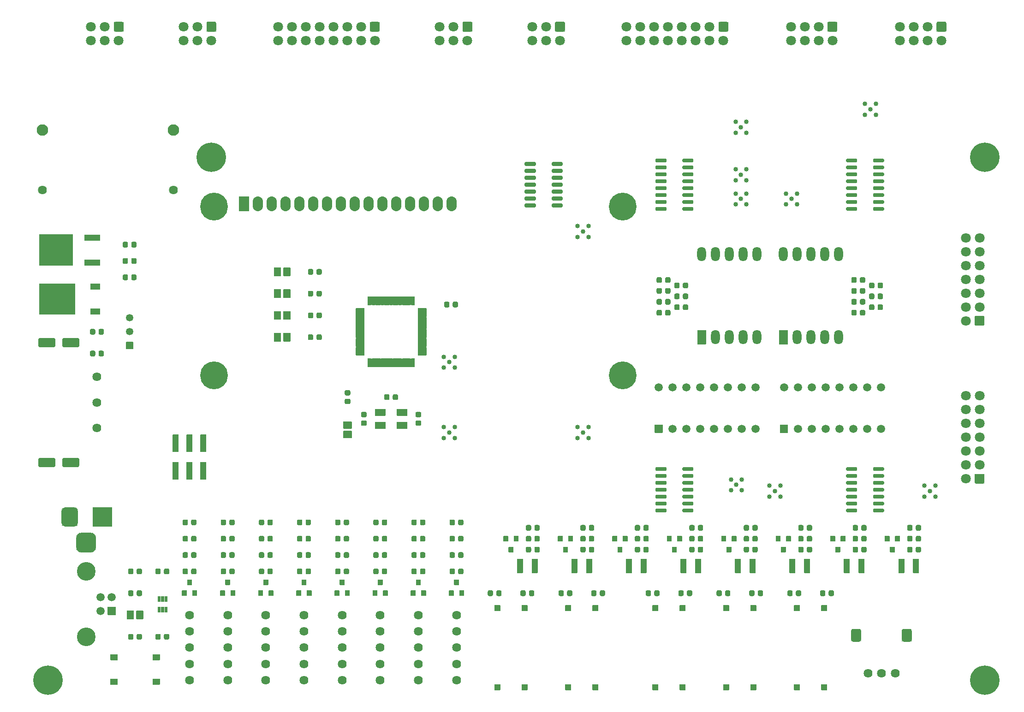
<source format=gbr>
G04 #@! TF.GenerationSoftware,KiCad,Pcbnew,(5.1.8)-1*
G04 #@! TF.CreationDate,2020-12-12T15:17:08+07:00*
G04 #@! TF.ProjectId,digitalSystemBoard,64696769-7461-46c5-9379-7374656d426f,rev?*
G04 #@! TF.SameCoordinates,PX2faf080PY9896800*
G04 #@! TF.FileFunction,Soldermask,Top*
G04 #@! TF.FilePolarity,Negative*
%FSLAX46Y46*%
G04 Gerber Fmt 4.6, Leading zero omitted, Abs format (unit mm)*
G04 Created by KiCad (PCBNEW (5.1.8)-1) date 2020-12-12 15:17:08*
%MOMM*%
%LPD*%
G01*
G04 APERTURE LIST*
%ADD10C,0.010000*%
%ADD11C,2.102000*%
%ADD12C,5.102000*%
%ADD13O,1.902000X2.702000*%
%ADD14C,0.852000*%
%ADD15O,1.626000X2.626000*%
%ADD16C,1.802000*%
%ADD17C,1.499000*%
%ADD18C,1.626000*%
%ADD19C,1.350000*%
%ADD20C,5.402000*%
%ADD21C,1.510000*%
%ADD22C,3.418000*%
%ADD23C,0.100000*%
G04 APERTURE END LIST*
D10*
G36*
X24124003Y17500000D02*
G01*
X24575000Y17500000D01*
X24575000Y16598400D01*
X24124003Y16598400D01*
X24124003Y17500000D01*
G37*
X24124003Y17500000D02*
X24575000Y17500000D01*
X24575000Y16598400D01*
X24124003Y16598400D01*
X24124003Y17500000D01*
G36*
X24774800Y17500000D02*
G01*
X25225000Y17500000D01*
X25225000Y16598750D01*
X24774800Y16598750D01*
X24774800Y17500000D01*
G37*
X24774800Y17500000D02*
X25225000Y17500000D01*
X25225000Y16598750D01*
X24774800Y16598750D01*
X24774800Y17500000D01*
G36*
X25425222Y17500000D02*
G01*
X25875000Y17500000D01*
X25875000Y16599270D01*
X25425222Y16599270D01*
X25425222Y17500000D01*
G37*
X25425222Y17500000D02*
X25875000Y17500000D01*
X25875000Y16599270D01*
X25425222Y16599270D01*
X25425222Y17500000D01*
G36*
X25426237Y19400000D02*
G01*
X25875000Y19400000D01*
X25875000Y18501455D01*
X25426237Y18501455D01*
X25426237Y19400000D01*
G37*
X25426237Y19400000D02*
X25875000Y19400000D01*
X25875000Y18501455D01*
X25426237Y18501455D01*
X25426237Y19400000D01*
G36*
X24774963Y19400000D02*
G01*
X25225000Y19400000D01*
X25225000Y18500082D01*
X24774963Y18500082D01*
X24774963Y19400000D01*
G37*
X24774963Y19400000D02*
X25225000Y19400000D01*
X25225000Y18500082D01*
X24774963Y18500082D01*
X24774963Y19400000D01*
G36*
X24123564Y19400000D02*
G01*
X24575000Y19400000D01*
X24575000Y18500821D01*
X24123564Y18500821D01*
X24123564Y19400000D01*
G37*
X24123564Y19400000D02*
X24575000Y19400000D01*
X24575000Y18500821D01*
X24123564Y18500821D01*
X24123564Y19400000D01*
G36*
X24124003Y17500000D02*
G01*
X24575000Y17500000D01*
X24575000Y16598400D01*
X24124003Y16598400D01*
X24124003Y17500000D01*
G37*
X24124003Y17500000D02*
X24575000Y17500000D01*
X24575000Y16598400D01*
X24124003Y16598400D01*
X24124003Y17500000D01*
G36*
X24774800Y17500000D02*
G01*
X25225000Y17500000D01*
X25225000Y16598750D01*
X24774800Y16598750D01*
X24774800Y17500000D01*
G37*
X24774800Y17500000D02*
X25225000Y17500000D01*
X25225000Y16598750D01*
X24774800Y16598750D01*
X24774800Y17500000D01*
G36*
X25425222Y17500000D02*
G01*
X25875000Y17500000D01*
X25875000Y16599270D01*
X25425222Y16599270D01*
X25425222Y17500000D01*
G37*
X25425222Y17500000D02*
X25875000Y17500000D01*
X25875000Y16599270D01*
X25425222Y16599270D01*
X25425222Y17500000D01*
G36*
X25426237Y19400000D02*
G01*
X25875000Y19400000D01*
X25875000Y18501455D01*
X25426237Y18501455D01*
X25426237Y19400000D01*
G37*
X25426237Y19400000D02*
X25875000Y19400000D01*
X25875000Y18501455D01*
X25426237Y18501455D01*
X25426237Y19400000D01*
G36*
X24774963Y19400000D02*
G01*
X25225000Y19400000D01*
X25225000Y18500082D01*
X24774963Y18500082D01*
X24774963Y19400000D01*
G37*
X24774963Y19400000D02*
X25225000Y19400000D01*
X25225000Y18500082D01*
X24774963Y18500082D01*
X24774963Y19400000D01*
G36*
X24123564Y19400000D02*
G01*
X24575000Y19400000D01*
X24575000Y18500821D01*
X24123564Y18500821D01*
X24123564Y19400000D01*
G37*
X24123564Y19400000D02*
X24575000Y19400000D01*
X24575000Y18500821D01*
X24123564Y18500821D01*
X24123564Y19400000D01*
D11*
X27000000Y105000000D03*
X3000000Y105000000D03*
D12*
X109500000Y91000000D03*
X109500000Y60000000D03*
X34500000Y60000000D03*
X34500000Y91000000D03*
D13*
X78100000Y91500000D03*
X75560000Y91500000D03*
X73020000Y91500000D03*
X70480000Y91500000D03*
X67940000Y91500000D03*
X65400000Y91500000D03*
X62860000Y91500000D03*
X60320000Y91500000D03*
X57780000Y91500000D03*
X55240000Y91500000D03*
X52700000Y91500000D03*
X50160000Y91500000D03*
X47620000Y91500000D03*
X45080000Y91500000D03*
X42540000Y91500000D03*
G36*
G01*
X39049000Y90200000D02*
X39049000Y92800000D01*
G75*
G02*
X39100000Y92851000I51000J0D01*
G01*
X40900000Y92851000D01*
G75*
G02*
X40951000Y92800000I0J-51000D01*
G01*
X40951000Y90200000D01*
G75*
G02*
X40900000Y90149000I-51000J0D01*
G01*
X39100000Y90149000D01*
G75*
G02*
X39049000Y90200000I0J51000D01*
G01*
G37*
G36*
G01*
X116701000Y77781750D02*
X116701000Y77218250D01*
G75*
G02*
X116456750Y76974000I-244250J0D01*
G01*
X115968250Y76974000D01*
G75*
G02*
X115724000Y77218250I0J244250D01*
G01*
X115724000Y77781750D01*
G75*
G02*
X115968250Y78026000I244250J0D01*
G01*
X116456750Y78026000D01*
G75*
G02*
X116701000Y77781750I0J-244250D01*
G01*
G37*
G36*
G01*
X118276000Y77781750D02*
X118276000Y77218250D01*
G75*
G02*
X118031750Y76974000I-244250J0D01*
G01*
X117543250Y76974000D01*
G75*
G02*
X117299000Y77218250I0J244250D01*
G01*
X117299000Y77781750D01*
G75*
G02*
X117543250Y78026000I244250J0D01*
G01*
X118031750Y78026000D01*
G75*
G02*
X118276000Y77781750I0J-244250D01*
G01*
G37*
G36*
G01*
X119951000Y76781750D02*
X119951000Y76218250D01*
G75*
G02*
X119706750Y75974000I-244250J0D01*
G01*
X119218250Y75974000D01*
G75*
G02*
X118974000Y76218250I0J244250D01*
G01*
X118974000Y76781750D01*
G75*
G02*
X119218250Y77026000I244250J0D01*
G01*
X119706750Y77026000D01*
G75*
G02*
X119951000Y76781750I0J-244250D01*
G01*
G37*
G36*
G01*
X121526000Y76781750D02*
X121526000Y76218250D01*
G75*
G02*
X121281750Y75974000I-244250J0D01*
G01*
X120793250Y75974000D01*
G75*
G02*
X120549000Y76218250I0J244250D01*
G01*
X120549000Y76781750D01*
G75*
G02*
X120793250Y77026000I244250J0D01*
G01*
X121281750Y77026000D01*
G75*
G02*
X121526000Y76781750I0J-244250D01*
G01*
G37*
G36*
G01*
X116701000Y71781750D02*
X116701000Y71218250D01*
G75*
G02*
X116456750Y70974000I-244250J0D01*
G01*
X115968250Y70974000D01*
G75*
G02*
X115724000Y71218250I0J244250D01*
G01*
X115724000Y71781750D01*
G75*
G02*
X115968250Y72026000I244250J0D01*
G01*
X116456750Y72026000D01*
G75*
G02*
X116701000Y71781750I0J-244250D01*
G01*
G37*
G36*
G01*
X118276000Y71781750D02*
X118276000Y71218250D01*
G75*
G02*
X118031750Y70974000I-244250J0D01*
G01*
X117543250Y70974000D01*
G75*
G02*
X117299000Y71218250I0J244250D01*
G01*
X117299000Y71781750D01*
G75*
G02*
X117543250Y72026000I244250J0D01*
G01*
X118031750Y72026000D01*
G75*
G02*
X118276000Y71781750I0J-244250D01*
G01*
G37*
G36*
G01*
X119951000Y72781750D02*
X119951000Y72218250D01*
G75*
G02*
X119706750Y71974000I-244250J0D01*
G01*
X119218250Y71974000D01*
G75*
G02*
X118974000Y72218250I0J244250D01*
G01*
X118974000Y72781750D01*
G75*
G02*
X119218250Y73026000I244250J0D01*
G01*
X119706750Y73026000D01*
G75*
G02*
X119951000Y72781750I0J-244250D01*
G01*
G37*
G36*
G01*
X121526000Y72781750D02*
X121526000Y72218250D01*
G75*
G02*
X121281750Y71974000I-244250J0D01*
G01*
X120793250Y71974000D01*
G75*
G02*
X120549000Y72218250I0J244250D01*
G01*
X120549000Y72781750D01*
G75*
G02*
X120793250Y73026000I244250J0D01*
G01*
X121281750Y73026000D01*
G75*
G02*
X121526000Y72781750I0J-244250D01*
G01*
G37*
G36*
G01*
X116701000Y73781750D02*
X116701000Y73218250D01*
G75*
G02*
X116456750Y72974000I-244250J0D01*
G01*
X115968250Y72974000D01*
G75*
G02*
X115724000Y73218250I0J244250D01*
G01*
X115724000Y73781750D01*
G75*
G02*
X115968250Y74026000I244250J0D01*
G01*
X116456750Y74026000D01*
G75*
G02*
X116701000Y73781750I0J-244250D01*
G01*
G37*
G36*
G01*
X118276000Y73781750D02*
X118276000Y73218250D01*
G75*
G02*
X118031750Y72974000I-244250J0D01*
G01*
X117543250Y72974000D01*
G75*
G02*
X117299000Y73218250I0J244250D01*
G01*
X117299000Y73781750D01*
G75*
G02*
X117543250Y74026000I244250J0D01*
G01*
X118031750Y74026000D01*
G75*
G02*
X118276000Y73781750I0J-244250D01*
G01*
G37*
G36*
G01*
X119951000Y74781750D02*
X119951000Y74218250D01*
G75*
G02*
X119706750Y73974000I-244250J0D01*
G01*
X119218250Y73974000D01*
G75*
G02*
X118974000Y74218250I0J244250D01*
G01*
X118974000Y74781750D01*
G75*
G02*
X119218250Y75026000I244250J0D01*
G01*
X119706750Y75026000D01*
G75*
G02*
X119951000Y74781750I0J-244250D01*
G01*
G37*
G36*
G01*
X121526000Y74781750D02*
X121526000Y74218250D01*
G75*
G02*
X121281750Y73974000I-244250J0D01*
G01*
X120793250Y73974000D01*
G75*
G02*
X120549000Y74218250I0J244250D01*
G01*
X120549000Y74781750D01*
G75*
G02*
X120793250Y75026000I244250J0D01*
G01*
X121281750Y75026000D01*
G75*
G02*
X121526000Y74781750I0J-244250D01*
G01*
G37*
G36*
G01*
X116701000Y75781750D02*
X116701000Y75218250D01*
G75*
G02*
X116456750Y74974000I-244250J0D01*
G01*
X115968250Y74974000D01*
G75*
G02*
X115724000Y75218250I0J244250D01*
G01*
X115724000Y75781750D01*
G75*
G02*
X115968250Y76026000I244250J0D01*
G01*
X116456750Y76026000D01*
G75*
G02*
X116701000Y75781750I0J-244250D01*
G01*
G37*
G36*
G01*
X118276000Y75781750D02*
X118276000Y75218250D01*
G75*
G02*
X118031750Y74974000I-244250J0D01*
G01*
X117543250Y74974000D01*
G75*
G02*
X117299000Y75218250I0J244250D01*
G01*
X117299000Y75781750D01*
G75*
G02*
X117543250Y76026000I244250J0D01*
G01*
X118031750Y76026000D01*
G75*
G02*
X118276000Y75781750I0J-244250D01*
G01*
G37*
G36*
G01*
X156299000Y74218250D02*
X156299000Y74781750D01*
G75*
G02*
X156543250Y75026000I244250J0D01*
G01*
X157031750Y75026000D01*
G75*
G02*
X157276000Y74781750I0J-244250D01*
G01*
X157276000Y74218250D01*
G75*
G02*
X157031750Y73974000I-244250J0D01*
G01*
X156543250Y73974000D01*
G75*
G02*
X156299000Y74218250I0J244250D01*
G01*
G37*
G36*
G01*
X154724000Y74218250D02*
X154724000Y74781750D01*
G75*
G02*
X154968250Y75026000I244250J0D01*
G01*
X155456750Y75026000D01*
G75*
G02*
X155701000Y74781750I0J-244250D01*
G01*
X155701000Y74218250D01*
G75*
G02*
X155456750Y73974000I-244250J0D01*
G01*
X154968250Y73974000D01*
G75*
G02*
X154724000Y74218250I0J244250D01*
G01*
G37*
G36*
G01*
X153049000Y75218250D02*
X153049000Y75781750D01*
G75*
G02*
X153293250Y76026000I244250J0D01*
G01*
X153781750Y76026000D01*
G75*
G02*
X154026000Y75781750I0J-244250D01*
G01*
X154026000Y75218250D01*
G75*
G02*
X153781750Y74974000I-244250J0D01*
G01*
X153293250Y74974000D01*
G75*
G02*
X153049000Y75218250I0J244250D01*
G01*
G37*
G36*
G01*
X151474000Y75218250D02*
X151474000Y75781750D01*
G75*
G02*
X151718250Y76026000I244250J0D01*
G01*
X152206750Y76026000D01*
G75*
G02*
X152451000Y75781750I0J-244250D01*
G01*
X152451000Y75218250D01*
G75*
G02*
X152206750Y74974000I-244250J0D01*
G01*
X151718250Y74974000D01*
G75*
G02*
X151474000Y75218250I0J244250D01*
G01*
G37*
G36*
G01*
X153049000Y73218250D02*
X153049000Y73781750D01*
G75*
G02*
X153293250Y74026000I244250J0D01*
G01*
X153781750Y74026000D01*
G75*
G02*
X154026000Y73781750I0J-244250D01*
G01*
X154026000Y73218250D01*
G75*
G02*
X153781750Y72974000I-244250J0D01*
G01*
X153293250Y72974000D01*
G75*
G02*
X153049000Y73218250I0J244250D01*
G01*
G37*
G36*
G01*
X151474000Y73218250D02*
X151474000Y73781750D01*
G75*
G02*
X151718250Y74026000I244250J0D01*
G01*
X152206750Y74026000D01*
G75*
G02*
X152451000Y73781750I0J-244250D01*
G01*
X152451000Y73218250D01*
G75*
G02*
X152206750Y72974000I-244250J0D01*
G01*
X151718250Y72974000D01*
G75*
G02*
X151474000Y73218250I0J244250D01*
G01*
G37*
G36*
G01*
X156299000Y72218250D02*
X156299000Y72781750D01*
G75*
G02*
X156543250Y73026000I244250J0D01*
G01*
X157031750Y73026000D01*
G75*
G02*
X157276000Y72781750I0J-244250D01*
G01*
X157276000Y72218250D01*
G75*
G02*
X157031750Y71974000I-244250J0D01*
G01*
X156543250Y71974000D01*
G75*
G02*
X156299000Y72218250I0J244250D01*
G01*
G37*
G36*
G01*
X154724000Y72218250D02*
X154724000Y72781750D01*
G75*
G02*
X154968250Y73026000I244250J0D01*
G01*
X155456750Y73026000D01*
G75*
G02*
X155701000Y72781750I0J-244250D01*
G01*
X155701000Y72218250D01*
G75*
G02*
X155456750Y71974000I-244250J0D01*
G01*
X154968250Y71974000D01*
G75*
G02*
X154724000Y72218250I0J244250D01*
G01*
G37*
G36*
G01*
X153049000Y71218250D02*
X153049000Y71781750D01*
G75*
G02*
X153293250Y72026000I244250J0D01*
G01*
X153781750Y72026000D01*
G75*
G02*
X154026000Y71781750I0J-244250D01*
G01*
X154026000Y71218250D01*
G75*
G02*
X153781750Y70974000I-244250J0D01*
G01*
X153293250Y70974000D01*
G75*
G02*
X153049000Y71218250I0J244250D01*
G01*
G37*
G36*
G01*
X151474000Y71218250D02*
X151474000Y71781750D01*
G75*
G02*
X151718250Y72026000I244250J0D01*
G01*
X152206750Y72026000D01*
G75*
G02*
X152451000Y71781750I0J-244250D01*
G01*
X152451000Y71218250D01*
G75*
G02*
X152206750Y70974000I-244250J0D01*
G01*
X151718250Y70974000D01*
G75*
G02*
X151474000Y71218250I0J244250D01*
G01*
G37*
G36*
G01*
X153049000Y77218250D02*
X153049000Y77781750D01*
G75*
G02*
X153293250Y78026000I244250J0D01*
G01*
X153781750Y78026000D01*
G75*
G02*
X154026000Y77781750I0J-244250D01*
G01*
X154026000Y77218250D01*
G75*
G02*
X153781750Y76974000I-244250J0D01*
G01*
X153293250Y76974000D01*
G75*
G02*
X153049000Y77218250I0J244250D01*
G01*
G37*
G36*
G01*
X151474000Y77218250D02*
X151474000Y77781750D01*
G75*
G02*
X151718250Y78026000I244250J0D01*
G01*
X152206750Y78026000D01*
G75*
G02*
X152451000Y77781750I0J-244250D01*
G01*
X152451000Y77218250D01*
G75*
G02*
X152206750Y76974000I-244250J0D01*
G01*
X151718250Y76974000D01*
G75*
G02*
X151474000Y77218250I0J244250D01*
G01*
G37*
G36*
G01*
X156299000Y76218250D02*
X156299000Y76781750D01*
G75*
G02*
X156543250Y77026000I244250J0D01*
G01*
X157031750Y77026000D01*
G75*
G02*
X157276000Y76781750I0J-244250D01*
G01*
X157276000Y76218250D01*
G75*
G02*
X157031750Y75974000I-244250J0D01*
G01*
X156543250Y75974000D01*
G75*
G02*
X156299000Y76218250I0J244250D01*
G01*
G37*
G36*
G01*
X154724000Y76218250D02*
X154724000Y76781750D01*
G75*
G02*
X154968250Y77026000I244250J0D01*
G01*
X155456750Y77026000D01*
G75*
G02*
X155701000Y76781750I0J-244250D01*
G01*
X155701000Y76218250D01*
G75*
G02*
X155456750Y75974000I-244250J0D01*
G01*
X154968250Y75974000D01*
G75*
G02*
X154724000Y76218250I0J244250D01*
G01*
G37*
D14*
X77660000Y49470000D03*
X78660000Y50470000D03*
X76660000Y50470000D03*
X76660000Y48470000D03*
X78660000Y48470000D03*
X103210000Y48470000D03*
X101210000Y48470000D03*
X101210000Y50470000D03*
X103210000Y50470000D03*
X102210000Y49470000D03*
X130370000Y39890000D03*
X131370000Y40890000D03*
X129370000Y40890000D03*
X129370000Y38890000D03*
X131370000Y38890000D03*
X137470000Y38750000D03*
X138470000Y39750000D03*
X136470000Y39750000D03*
X136470000Y37750000D03*
X138470000Y37750000D03*
X166910000Y37750000D03*
X164910000Y37750000D03*
X164910000Y39750000D03*
X166910000Y39750000D03*
X165910000Y38750000D03*
X78660000Y61420000D03*
X76660000Y61420000D03*
X76660000Y63420000D03*
X78660000Y63420000D03*
X77660000Y62420000D03*
X131220000Y105540000D03*
X132220000Y106540000D03*
X130220000Y106540000D03*
X130220000Y104540000D03*
X132220000Y104540000D03*
X132220000Y95800000D03*
X130220000Y95800000D03*
X130220000Y97800000D03*
X132220000Y97800000D03*
X131220000Y96800000D03*
X140510000Y92390000D03*
X141510000Y93390000D03*
X139510000Y93390000D03*
X139510000Y91390000D03*
X141510000Y91390000D03*
X155950000Y107860000D03*
X153950000Y107860000D03*
X153950000Y109860000D03*
X155950000Y109860000D03*
X154950000Y108860000D03*
X132220000Y91390000D03*
X130220000Y91390000D03*
X130220000Y93390000D03*
X132220000Y93390000D03*
X131220000Y92390000D03*
X103210000Y85430000D03*
X101210000Y85430000D03*
X101210000Y87430000D03*
X103210000Y87430000D03*
X102210000Y86430000D03*
G36*
G01*
X13299000Y63718250D02*
X13299000Y64281750D01*
G75*
G02*
X13543250Y64526000I244250J0D01*
G01*
X14031750Y64526000D01*
G75*
G02*
X14276000Y64281750I0J-244250D01*
G01*
X14276000Y63718250D01*
G75*
G02*
X14031750Y63474000I-244250J0D01*
G01*
X13543250Y63474000D01*
G75*
G02*
X13299000Y63718250I0J244250D01*
G01*
G37*
G36*
G01*
X11724000Y63718250D02*
X11724000Y64281750D01*
G75*
G02*
X11968250Y64526000I244250J0D01*
G01*
X12456750Y64526000D01*
G75*
G02*
X12701000Y64281750I0J-244250D01*
G01*
X12701000Y63718250D01*
G75*
G02*
X12456750Y63474000I-244250J0D01*
G01*
X11968250Y63474000D01*
G75*
G02*
X11724000Y63718250I0J244250D01*
G01*
G37*
G36*
G01*
X123187000Y65738000D02*
X123187000Y68262000D01*
G75*
G02*
X123238000Y68313000I51000J0D01*
G01*
X124762000Y68313000D01*
G75*
G02*
X124813000Y68262000I0J-51000D01*
G01*
X124813000Y65738000D01*
G75*
G02*
X124762000Y65687000I-51000J0D01*
G01*
X123238000Y65687000D01*
G75*
G02*
X123187000Y65738000I0J51000D01*
G01*
G37*
D15*
X126540000Y67000000D03*
X129080000Y67000000D03*
X131620000Y67000000D03*
X134160000Y67000000D03*
X134160000Y82240000D03*
X131620000Y82240000D03*
X129080000Y82240000D03*
X126540000Y82240000D03*
X124000000Y82240000D03*
D16*
X92920000Y121460000D03*
X95460000Y121460000D03*
X98000000Y121460000D03*
X92920000Y124000000D03*
X95460000Y124000000D03*
G36*
G01*
X97364000Y124901000D02*
X98636000Y124901000D01*
G75*
G02*
X98901000Y124636000I0J-265000D01*
G01*
X98901000Y123364000D01*
G75*
G02*
X98636000Y123099000I-265000J0D01*
G01*
X97364000Y123099000D01*
G75*
G02*
X97099000Y123364000I0J265000D01*
G01*
X97099000Y124636000D01*
G75*
G02*
X97364000Y124901000I265000J0D01*
G01*
G37*
D17*
X116110000Y57810000D03*
X118650000Y57810000D03*
X133890000Y50190000D03*
X123730000Y57810000D03*
X126270000Y57810000D03*
X128810000Y57810000D03*
X131350000Y57810000D03*
X133890000Y57810000D03*
X131350000Y50190000D03*
X128810000Y50190000D03*
X126270000Y50190000D03*
X121190000Y57810000D03*
X123730000Y50190000D03*
X121190000Y50190000D03*
X118650000Y50190000D03*
G36*
G01*
X116808501Y49440500D02*
X115411499Y49440500D01*
G75*
G02*
X115360500Y49491499I0J50999D01*
G01*
X115360500Y50888501D01*
G75*
G02*
X115411499Y50939500I50999J0D01*
G01*
X116808501Y50939500D01*
G75*
G02*
X116859500Y50888501I0J-50999D01*
G01*
X116859500Y49491499D01*
G75*
G02*
X116808501Y49440500I-50999J0D01*
G01*
G37*
G36*
G01*
X128600000Y28501000D02*
X129400000Y28501000D01*
G75*
G02*
X129451000Y28450000I0J-51000D01*
G01*
X129451000Y27550000D01*
G75*
G02*
X129400000Y27499000I-51000J0D01*
G01*
X128600000Y27499000D01*
G75*
G02*
X128549000Y27550000I0J51000D01*
G01*
X128549000Y28450000D01*
G75*
G02*
X128600000Y28501000I51000J0D01*
G01*
G37*
G36*
G01*
X127650000Y30501000D02*
X128450000Y30501000D01*
G75*
G02*
X128501000Y30450000I0J-51000D01*
G01*
X128501000Y29550000D01*
G75*
G02*
X128450000Y29499000I-51000J0D01*
G01*
X127650000Y29499000D01*
G75*
G02*
X127599000Y29550000I0J51000D01*
G01*
X127599000Y30450000D01*
G75*
G02*
X127650000Y30501000I51000J0D01*
G01*
G37*
G36*
G01*
X129550000Y30501000D02*
X130350000Y30501000D01*
G75*
G02*
X130401000Y30450000I0J-51000D01*
G01*
X130401000Y29550000D01*
G75*
G02*
X130350000Y29499000I-51000J0D01*
G01*
X129550000Y29499000D01*
G75*
G02*
X129499000Y29550000I0J51000D01*
G01*
X129499000Y30450000D01*
G75*
G02*
X129550000Y30501000I51000J0D01*
G01*
G37*
G36*
G01*
X133299000Y29718250D02*
X133299000Y30281750D01*
G75*
G02*
X133543250Y30526000I244250J0D01*
G01*
X134031750Y30526000D01*
G75*
G02*
X134276000Y30281750I0J-244250D01*
G01*
X134276000Y29718250D01*
G75*
G02*
X134031750Y29474000I-244250J0D01*
G01*
X133543250Y29474000D01*
G75*
G02*
X133299000Y29718250I0J244250D01*
G01*
G37*
G36*
G01*
X131724000Y29718250D02*
X131724000Y30281750D01*
G75*
G02*
X131968250Y30526000I244250J0D01*
G01*
X132456750Y30526000D01*
G75*
G02*
X132701000Y30281750I0J-244250D01*
G01*
X132701000Y29718250D01*
G75*
G02*
X132456750Y29474000I-244250J0D01*
G01*
X131968250Y29474000D01*
G75*
G02*
X131724000Y29718250I0J244250D01*
G01*
G37*
G36*
G01*
X132701000Y28281750D02*
X132701000Y27718250D01*
G75*
G02*
X132456750Y27474000I-244250J0D01*
G01*
X131968250Y27474000D01*
G75*
G02*
X131724000Y27718250I0J244250D01*
G01*
X131724000Y28281750D01*
G75*
G02*
X131968250Y28526000I244250J0D01*
G01*
X132456750Y28526000D01*
G75*
G02*
X132701000Y28281750I0J-244250D01*
G01*
G37*
G36*
G01*
X134276000Y28281750D02*
X134276000Y27718250D01*
G75*
G02*
X134031750Y27474000I-244250J0D01*
G01*
X133543250Y27474000D01*
G75*
G02*
X133299000Y27718250I0J244250D01*
G01*
X133299000Y28281750D01*
G75*
G02*
X133543250Y28526000I244250J0D01*
G01*
X134031750Y28526000D01*
G75*
G02*
X134276000Y28281750I0J-244250D01*
G01*
G37*
G36*
G01*
X132701000Y32281750D02*
X132701000Y31718250D01*
G75*
G02*
X132456750Y31474000I-244250J0D01*
G01*
X131968250Y31474000D01*
G75*
G02*
X131724000Y31718250I0J244250D01*
G01*
X131724000Y32281750D01*
G75*
G02*
X131968250Y32526000I244250J0D01*
G01*
X132456750Y32526000D01*
G75*
G02*
X132701000Y32281750I0J-244250D01*
G01*
G37*
G36*
G01*
X134276000Y32281750D02*
X134276000Y31718250D01*
G75*
G02*
X134031750Y31474000I-244250J0D01*
G01*
X133543250Y31474000D01*
G75*
G02*
X133299000Y31718250I0J244250D01*
G01*
X133299000Y32281750D01*
G75*
G02*
X133543250Y32526000I244250J0D01*
G01*
X134031750Y32526000D01*
G75*
G02*
X134276000Y32281750I0J-244250D01*
G01*
G37*
D18*
X79000000Y16000000D03*
X79000000Y4000000D03*
X79000000Y13000000D03*
X79000000Y7000000D03*
X79000000Y10000000D03*
G36*
G01*
X51299000Y23718250D02*
X51299000Y24281750D01*
G75*
G02*
X51543250Y24526000I244250J0D01*
G01*
X52031750Y24526000D01*
G75*
G02*
X52276000Y24281750I0J-244250D01*
G01*
X52276000Y23718250D01*
G75*
G02*
X52031750Y23474000I-244250J0D01*
G01*
X51543250Y23474000D01*
G75*
G02*
X51299000Y23718250I0J244250D01*
G01*
G37*
G36*
G01*
X49724000Y23718250D02*
X49724000Y24281750D01*
G75*
G02*
X49968250Y24526000I244250J0D01*
G01*
X50456750Y24526000D01*
G75*
G02*
X50701000Y24281750I0J-244250D01*
G01*
X50701000Y23718250D01*
G75*
G02*
X50456750Y23474000I-244250J0D01*
G01*
X49968250Y23474000D01*
G75*
G02*
X49724000Y23718250I0J244250D01*
G01*
G37*
G36*
G01*
X51299000Y26718250D02*
X51299000Y27281750D01*
G75*
G02*
X51543250Y27526000I244250J0D01*
G01*
X52031750Y27526000D01*
G75*
G02*
X52276000Y27281750I0J-244250D01*
G01*
X52276000Y26718250D01*
G75*
G02*
X52031750Y26474000I-244250J0D01*
G01*
X51543250Y26474000D01*
G75*
G02*
X51299000Y26718250I0J244250D01*
G01*
G37*
G36*
G01*
X49724000Y26718250D02*
X49724000Y27281750D01*
G75*
G02*
X49968250Y27526000I244250J0D01*
G01*
X50456750Y27526000D01*
G75*
G02*
X50701000Y27281750I0J-244250D01*
G01*
X50701000Y26718250D01*
G75*
G02*
X50456750Y26474000I-244250J0D01*
G01*
X49968250Y26474000D01*
G75*
G02*
X49724000Y26718250I0J244250D01*
G01*
G37*
G36*
G01*
X51299000Y29718250D02*
X51299000Y30281750D01*
G75*
G02*
X51543250Y30526000I244250J0D01*
G01*
X52031750Y30526000D01*
G75*
G02*
X52276000Y30281750I0J-244250D01*
G01*
X52276000Y29718250D01*
G75*
G02*
X52031750Y29474000I-244250J0D01*
G01*
X51543250Y29474000D01*
G75*
G02*
X51299000Y29718250I0J244250D01*
G01*
G37*
G36*
G01*
X49724000Y29718250D02*
X49724000Y30281750D01*
G75*
G02*
X49968250Y30526000I244250J0D01*
G01*
X50456750Y30526000D01*
G75*
G02*
X50701000Y30281750I0J-244250D01*
G01*
X50701000Y29718250D01*
G75*
G02*
X50456750Y29474000I-244250J0D01*
G01*
X49968250Y29474000D01*
G75*
G02*
X49724000Y29718250I0J244250D01*
G01*
G37*
G36*
G01*
X50701000Y33281750D02*
X50701000Y32718250D01*
G75*
G02*
X50456750Y32474000I-244250J0D01*
G01*
X49968250Y32474000D01*
G75*
G02*
X49724000Y32718250I0J244250D01*
G01*
X49724000Y33281750D01*
G75*
G02*
X49968250Y33526000I244250J0D01*
G01*
X50456750Y33526000D01*
G75*
G02*
X50701000Y33281750I0J-244250D01*
G01*
G37*
G36*
G01*
X52276000Y33281750D02*
X52276000Y32718250D01*
G75*
G02*
X52031750Y32474000I-244250J0D01*
G01*
X51543250Y32474000D01*
G75*
G02*
X51299000Y32718250I0J244250D01*
G01*
X51299000Y33281750D01*
G75*
G02*
X51543250Y33526000I244250J0D01*
G01*
X52031750Y33526000D01*
G75*
G02*
X52276000Y33281750I0J-244250D01*
G01*
G37*
G36*
G01*
X51400000Y21499000D02*
X50600000Y21499000D01*
G75*
G02*
X50549000Y21550000I0J51000D01*
G01*
X50549000Y22450000D01*
G75*
G02*
X50600000Y22501000I51000J0D01*
G01*
X51400000Y22501000D01*
G75*
G02*
X51451000Y22450000I0J-51000D01*
G01*
X51451000Y21550000D01*
G75*
G02*
X51400000Y21499000I-51000J0D01*
G01*
G37*
G36*
G01*
X52350000Y19499000D02*
X51550000Y19499000D01*
G75*
G02*
X51499000Y19550000I0J51000D01*
G01*
X51499000Y20450000D01*
G75*
G02*
X51550000Y20501000I51000J0D01*
G01*
X52350000Y20501000D01*
G75*
G02*
X52401000Y20450000I0J-51000D01*
G01*
X52401000Y19550000D01*
G75*
G02*
X52350000Y19499000I-51000J0D01*
G01*
G37*
G36*
G01*
X50450000Y19499000D02*
X49650000Y19499000D01*
G75*
G02*
X49599000Y19550000I0J51000D01*
G01*
X49599000Y20450000D01*
G75*
G02*
X49650000Y20501000I51000J0D01*
G01*
X50450000Y20501000D01*
G75*
G02*
X50501000Y20450000I0J-51000D01*
G01*
X50501000Y19550000D01*
G75*
G02*
X50450000Y19499000I-51000J0D01*
G01*
G37*
X30000000Y16000000D03*
X30000000Y4000000D03*
X30000000Y13000000D03*
X30000000Y7000000D03*
X30000000Y10000000D03*
D16*
X28920000Y121460000D03*
X31460000Y121460000D03*
X34000000Y121460000D03*
X28920000Y124000000D03*
X31460000Y124000000D03*
G36*
G01*
X33364000Y124901000D02*
X34636000Y124901000D01*
G75*
G02*
X34901000Y124636000I0J-265000D01*
G01*
X34901000Y123364000D01*
G75*
G02*
X34636000Y123099000I-265000J0D01*
G01*
X33364000Y123099000D01*
G75*
G02*
X33099000Y123364000I0J265000D01*
G01*
X33099000Y124636000D01*
G75*
G02*
X33364000Y124901000I265000J0D01*
G01*
G37*
X11920000Y121460000D03*
X14460000Y121460000D03*
X17000000Y121460000D03*
X11920000Y124000000D03*
X14460000Y124000000D03*
G36*
G01*
X16364000Y124901000D02*
X17636000Y124901000D01*
G75*
G02*
X17901000Y124636000I0J-265000D01*
G01*
X17901000Y123364000D01*
G75*
G02*
X17636000Y123099000I-265000J0D01*
G01*
X16364000Y123099000D01*
G75*
G02*
X16099000Y123364000I0J265000D01*
G01*
X16099000Y124636000D01*
G75*
G02*
X16364000Y124901000I265000J0D01*
G01*
G37*
X75920000Y121460000D03*
X78460000Y121460000D03*
X81000000Y121460000D03*
X75920000Y124000000D03*
X78460000Y124000000D03*
G36*
G01*
X80364000Y124901000D02*
X81636000Y124901000D01*
G75*
G02*
X81901000Y124636000I0J-265000D01*
G01*
X81901000Y123364000D01*
G75*
G02*
X81636000Y123099000I-265000J0D01*
G01*
X80364000Y123099000D01*
G75*
G02*
X80099000Y123364000I0J265000D01*
G01*
X80099000Y124636000D01*
G75*
G02*
X80364000Y124901000I265000J0D01*
G01*
G37*
X46220000Y121460000D03*
X48760000Y121460000D03*
X51300000Y121460000D03*
X53840000Y121460000D03*
X56380000Y121460000D03*
X58920000Y121460000D03*
X61460000Y121460000D03*
X64000000Y121460000D03*
X46220000Y124000000D03*
X48760000Y124000000D03*
X51300000Y124000000D03*
X53840000Y124000000D03*
X56380000Y124000000D03*
X58920000Y124000000D03*
X61460000Y124000000D03*
G36*
G01*
X63364000Y124901000D02*
X64636000Y124901000D01*
G75*
G02*
X64901000Y124636000I0J-265000D01*
G01*
X64901000Y123364000D01*
G75*
G02*
X64636000Y123099000I-265000J0D01*
G01*
X63364000Y123099000D01*
G75*
G02*
X63099000Y123364000I0J265000D01*
G01*
X63099000Y124636000D01*
G75*
G02*
X63364000Y124901000I265000J0D01*
G01*
G37*
X172460000Y56240000D03*
X172460000Y53700000D03*
X172460000Y51160000D03*
X172460000Y48620000D03*
X172460000Y46080000D03*
X172460000Y43540000D03*
X172460000Y41000000D03*
X175000000Y56240000D03*
X175000000Y53700000D03*
X175000000Y51160000D03*
X175000000Y48620000D03*
X175000000Y46080000D03*
X175000000Y43540000D03*
G36*
G01*
X175901000Y41636000D02*
X175901000Y40364000D01*
G75*
G02*
X175636000Y40099000I-265000J0D01*
G01*
X174364000Y40099000D01*
G75*
G02*
X174099000Y40364000I0J265000D01*
G01*
X174099000Y41636000D01*
G75*
G02*
X174364000Y41901000I265000J0D01*
G01*
X175636000Y41901000D01*
G75*
G02*
X175901000Y41636000I0J-265000D01*
G01*
G37*
X172460000Y85240000D03*
X172460000Y82700000D03*
X172460000Y80160000D03*
X172460000Y77620000D03*
X172460000Y75080000D03*
X172460000Y72540000D03*
X172460000Y70000000D03*
X175000000Y85240000D03*
X175000000Y82700000D03*
X175000000Y80160000D03*
X175000000Y77620000D03*
X175000000Y75080000D03*
X175000000Y72540000D03*
G36*
G01*
X175901000Y70636000D02*
X175901000Y69364000D01*
G75*
G02*
X175636000Y69099000I-265000J0D01*
G01*
X174364000Y69099000D01*
G75*
G02*
X174099000Y69364000I0J265000D01*
G01*
X174099000Y70636000D01*
G75*
G02*
X174364000Y70901000I265000J0D01*
G01*
X175636000Y70901000D01*
G75*
G02*
X175901000Y70636000I0J-265000D01*
G01*
G37*
X110220000Y121460000D03*
X112760000Y121460000D03*
X115300000Y121460000D03*
X117840000Y121460000D03*
X120380000Y121460000D03*
X122920000Y121460000D03*
X125460000Y121460000D03*
X128000000Y121460000D03*
X110220000Y124000000D03*
X112760000Y124000000D03*
X115300000Y124000000D03*
X117840000Y124000000D03*
X120380000Y124000000D03*
X122920000Y124000000D03*
X125460000Y124000000D03*
G36*
G01*
X127364000Y124901000D02*
X128636000Y124901000D01*
G75*
G02*
X128901000Y124636000I0J-265000D01*
G01*
X128901000Y123364000D01*
G75*
G02*
X128636000Y123099000I-265000J0D01*
G01*
X127364000Y123099000D01*
G75*
G02*
X127099000Y123364000I0J265000D01*
G01*
X127099000Y124636000D01*
G75*
G02*
X127364000Y124901000I265000J0D01*
G01*
G37*
X140380000Y121460000D03*
X142920000Y121460000D03*
X145460000Y121460000D03*
X148000000Y121460000D03*
X140380000Y124000000D03*
X142920000Y124000000D03*
X145460000Y124000000D03*
G36*
G01*
X147364000Y124901000D02*
X148636000Y124901000D01*
G75*
G02*
X148901000Y124636000I0J-265000D01*
G01*
X148901000Y123364000D01*
G75*
G02*
X148636000Y123099000I-265000J0D01*
G01*
X147364000Y123099000D01*
G75*
G02*
X147099000Y123364000I0J265000D01*
G01*
X147099000Y124636000D01*
G75*
G02*
X147364000Y124901000I265000J0D01*
G01*
G37*
X160380000Y121460000D03*
X162920000Y121460000D03*
X165460000Y121460000D03*
X168000000Y121460000D03*
X160380000Y124000000D03*
X162920000Y124000000D03*
X165460000Y124000000D03*
G36*
G01*
X167364000Y124901000D02*
X168636000Y124901000D01*
G75*
G02*
X168901000Y124636000I0J-265000D01*
G01*
X168901000Y123364000D01*
G75*
G02*
X168636000Y123099000I-265000J0D01*
G01*
X167364000Y123099000D01*
G75*
G02*
X167099000Y123364000I0J265000D01*
G01*
X167099000Y124636000D01*
G75*
G02*
X167364000Y124901000I265000J0D01*
G01*
G37*
D19*
X19000000Y70540000D03*
X19000000Y68000000D03*
G36*
G01*
X19675000Y66084000D02*
X19675000Y64836000D01*
G75*
G02*
X19624000Y64785000I-51000J0D01*
G01*
X18376000Y64785000D01*
G75*
G02*
X18325000Y64836000I0J51000D01*
G01*
X18325000Y66084000D01*
G75*
G02*
X18376000Y66135000I51000J0D01*
G01*
X19624000Y66135000D01*
G75*
G02*
X19675000Y66084000I0J-51000D01*
G01*
G37*
G36*
G01*
X9199000Y28399500D02*
X9199000Y30200500D01*
G75*
G02*
X10099500Y31101000I900500J0D01*
G01*
X11900500Y31101000D01*
G75*
G02*
X12801000Y30200500I0J-900500D01*
G01*
X12801000Y28399500D01*
G75*
G02*
X11900500Y27499000I-900500J0D01*
G01*
X10099500Y27499000D01*
G75*
G02*
X9199000Y28399500I0J900500D01*
G01*
G37*
G36*
G01*
X6449000Y32974500D02*
X6449000Y35025500D01*
G75*
G02*
X7224500Y35801000I775500J0D01*
G01*
X8775500Y35801000D01*
G75*
G02*
X9551000Y35025500I0J-775500D01*
G01*
X9551000Y32974500D01*
G75*
G02*
X8775500Y32199000I-775500J0D01*
G01*
X7224500Y32199000D01*
G75*
G02*
X6449000Y32974500I0J775500D01*
G01*
G37*
G36*
G01*
X12199000Y32250000D02*
X12199000Y35750000D01*
G75*
G02*
X12250000Y35801000I51000J0D01*
G01*
X15750000Y35801000D01*
G75*
G02*
X15801000Y35750000I0J-51000D01*
G01*
X15801000Y32250000D01*
G75*
G02*
X15750000Y32199000I-51000J0D01*
G01*
X12250000Y32199000D01*
G75*
G02*
X12199000Y32250000I0J51000D01*
G01*
G37*
G36*
G01*
X33040000Y45899000D02*
X32040000Y45899000D01*
G75*
G02*
X31989000Y45950000I0J51000D01*
G01*
X31989000Y49100000D01*
G75*
G02*
X32040000Y49151000I51000J0D01*
G01*
X33040000Y49151000D01*
G75*
G02*
X33091000Y49100000I0J-51000D01*
G01*
X33091000Y45950000D01*
G75*
G02*
X33040000Y45899000I-51000J0D01*
G01*
G37*
G36*
G01*
X33040000Y40849000D02*
X32040000Y40849000D01*
G75*
G02*
X31989000Y40900000I0J51000D01*
G01*
X31989000Y44050000D01*
G75*
G02*
X32040000Y44101000I51000J0D01*
G01*
X33040000Y44101000D01*
G75*
G02*
X33091000Y44050000I0J-51000D01*
G01*
X33091000Y40900000D01*
G75*
G02*
X33040000Y40849000I-51000J0D01*
G01*
G37*
G36*
G01*
X30500000Y45899000D02*
X29500000Y45899000D01*
G75*
G02*
X29449000Y45950000I0J51000D01*
G01*
X29449000Y49100000D01*
G75*
G02*
X29500000Y49151000I51000J0D01*
G01*
X30500000Y49151000D01*
G75*
G02*
X30551000Y49100000I0J-51000D01*
G01*
X30551000Y45950000D01*
G75*
G02*
X30500000Y45899000I-51000J0D01*
G01*
G37*
G36*
G01*
X30500000Y40849000D02*
X29500000Y40849000D01*
G75*
G02*
X29449000Y40900000I0J51000D01*
G01*
X29449000Y44050000D01*
G75*
G02*
X29500000Y44101000I51000J0D01*
G01*
X30500000Y44101000D01*
G75*
G02*
X30551000Y44050000I0J-51000D01*
G01*
X30551000Y40900000D01*
G75*
G02*
X30500000Y40849000I-51000J0D01*
G01*
G37*
G36*
G01*
X27960000Y45899000D02*
X26960000Y45899000D01*
G75*
G02*
X26909000Y45950000I0J51000D01*
G01*
X26909000Y49100000D01*
G75*
G02*
X26960000Y49151000I51000J0D01*
G01*
X27960000Y49151000D01*
G75*
G02*
X28011000Y49100000I0J-51000D01*
G01*
X28011000Y45950000D01*
G75*
G02*
X27960000Y45899000I-51000J0D01*
G01*
G37*
G36*
G01*
X27960000Y40849000D02*
X26960000Y40849000D01*
G75*
G02*
X26909000Y40900000I0J51000D01*
G01*
X26909000Y44050000D01*
G75*
G02*
X26960000Y44101000I51000J0D01*
G01*
X27960000Y44101000D01*
G75*
G02*
X28011000Y44050000I0J-51000D01*
G01*
X28011000Y40900000D01*
G75*
G02*
X27960000Y40849000I-51000J0D01*
G01*
G37*
D18*
X27000000Y94000000D03*
X3000000Y94000000D03*
G36*
G01*
X92799000Y23750000D02*
X92799000Y26250000D01*
G75*
G02*
X92850000Y26301000I51000J0D01*
G01*
X93850000Y26301000D01*
G75*
G02*
X93901000Y26250000I0J-51000D01*
G01*
X93901000Y23750000D01*
G75*
G02*
X93850000Y23699000I-51000J0D01*
G01*
X92850000Y23699000D01*
G75*
G02*
X92799000Y23750000I0J51000D01*
G01*
G37*
G36*
G01*
X90099000Y23750000D02*
X90099000Y26250000D01*
G75*
G02*
X90150000Y26301000I51000J0D01*
G01*
X91150000Y26301000D01*
G75*
G02*
X91201000Y26250000I0J-51000D01*
G01*
X91201000Y23750000D01*
G75*
G02*
X91150000Y23699000I-51000J0D01*
G01*
X90150000Y23699000D01*
G75*
G02*
X90099000Y23750000I0J51000D01*
G01*
G37*
G36*
G01*
X102799000Y23750000D02*
X102799000Y26250000D01*
G75*
G02*
X102850000Y26301000I51000J0D01*
G01*
X103850000Y26301000D01*
G75*
G02*
X103901000Y26250000I0J-51000D01*
G01*
X103901000Y23750000D01*
G75*
G02*
X103850000Y23699000I-51000J0D01*
G01*
X102850000Y23699000D01*
G75*
G02*
X102799000Y23750000I0J51000D01*
G01*
G37*
G36*
G01*
X100099000Y23750000D02*
X100099000Y26250000D01*
G75*
G02*
X100150000Y26301000I51000J0D01*
G01*
X101150000Y26301000D01*
G75*
G02*
X101201000Y26250000I0J-51000D01*
G01*
X101201000Y23750000D01*
G75*
G02*
X101150000Y23699000I-51000J0D01*
G01*
X100150000Y23699000D01*
G75*
G02*
X100099000Y23750000I0J51000D01*
G01*
G37*
G36*
G01*
X112799000Y23750000D02*
X112799000Y26250000D01*
G75*
G02*
X112850000Y26301000I51000J0D01*
G01*
X113850000Y26301000D01*
G75*
G02*
X113901000Y26250000I0J-51000D01*
G01*
X113901000Y23750000D01*
G75*
G02*
X113850000Y23699000I-51000J0D01*
G01*
X112850000Y23699000D01*
G75*
G02*
X112799000Y23750000I0J51000D01*
G01*
G37*
G36*
G01*
X110099000Y23750000D02*
X110099000Y26250000D01*
G75*
G02*
X110150000Y26301000I51000J0D01*
G01*
X111150000Y26301000D01*
G75*
G02*
X111201000Y26250000I0J-51000D01*
G01*
X111201000Y23750000D01*
G75*
G02*
X111150000Y23699000I-51000J0D01*
G01*
X110150000Y23699000D01*
G75*
G02*
X110099000Y23750000I0J51000D01*
G01*
G37*
G36*
G01*
X122799000Y23750000D02*
X122799000Y26250000D01*
G75*
G02*
X122850000Y26301000I51000J0D01*
G01*
X123850000Y26301000D01*
G75*
G02*
X123901000Y26250000I0J-51000D01*
G01*
X123901000Y23750000D01*
G75*
G02*
X123850000Y23699000I-51000J0D01*
G01*
X122850000Y23699000D01*
G75*
G02*
X122799000Y23750000I0J51000D01*
G01*
G37*
G36*
G01*
X120099000Y23750000D02*
X120099000Y26250000D01*
G75*
G02*
X120150000Y26301000I51000J0D01*
G01*
X121150000Y26301000D01*
G75*
G02*
X121201000Y26250000I0J-51000D01*
G01*
X121201000Y23750000D01*
G75*
G02*
X121150000Y23699000I-51000J0D01*
G01*
X120150000Y23699000D01*
G75*
G02*
X120099000Y23750000I0J51000D01*
G01*
G37*
G36*
G01*
X132799000Y23750000D02*
X132799000Y26250000D01*
G75*
G02*
X132850000Y26301000I51000J0D01*
G01*
X133850000Y26301000D01*
G75*
G02*
X133901000Y26250000I0J-51000D01*
G01*
X133901000Y23750000D01*
G75*
G02*
X133850000Y23699000I-51000J0D01*
G01*
X132850000Y23699000D01*
G75*
G02*
X132799000Y23750000I0J51000D01*
G01*
G37*
G36*
G01*
X130099000Y23750000D02*
X130099000Y26250000D01*
G75*
G02*
X130150000Y26301000I51000J0D01*
G01*
X131150000Y26301000D01*
G75*
G02*
X131201000Y26250000I0J-51000D01*
G01*
X131201000Y23750000D01*
G75*
G02*
X131150000Y23699000I-51000J0D01*
G01*
X130150000Y23699000D01*
G75*
G02*
X130099000Y23750000I0J51000D01*
G01*
G37*
G36*
G01*
X142799000Y23750000D02*
X142799000Y26250000D01*
G75*
G02*
X142850000Y26301000I51000J0D01*
G01*
X143850000Y26301000D01*
G75*
G02*
X143901000Y26250000I0J-51000D01*
G01*
X143901000Y23750000D01*
G75*
G02*
X143850000Y23699000I-51000J0D01*
G01*
X142850000Y23699000D01*
G75*
G02*
X142799000Y23750000I0J51000D01*
G01*
G37*
G36*
G01*
X140099000Y23750000D02*
X140099000Y26250000D01*
G75*
G02*
X140150000Y26301000I51000J0D01*
G01*
X141150000Y26301000D01*
G75*
G02*
X141201000Y26250000I0J-51000D01*
G01*
X141201000Y23750000D01*
G75*
G02*
X141150000Y23699000I-51000J0D01*
G01*
X140150000Y23699000D01*
G75*
G02*
X140099000Y23750000I0J51000D01*
G01*
G37*
G36*
G01*
X152799000Y23750000D02*
X152799000Y26250000D01*
G75*
G02*
X152850000Y26301000I51000J0D01*
G01*
X153850000Y26301000D01*
G75*
G02*
X153901000Y26250000I0J-51000D01*
G01*
X153901000Y23750000D01*
G75*
G02*
X153850000Y23699000I-51000J0D01*
G01*
X152850000Y23699000D01*
G75*
G02*
X152799000Y23750000I0J51000D01*
G01*
G37*
G36*
G01*
X150099000Y23750000D02*
X150099000Y26250000D01*
G75*
G02*
X150150000Y26301000I51000J0D01*
G01*
X151150000Y26301000D01*
G75*
G02*
X151201000Y26250000I0J-51000D01*
G01*
X151201000Y23750000D01*
G75*
G02*
X151150000Y23699000I-51000J0D01*
G01*
X150150000Y23699000D01*
G75*
G02*
X150099000Y23750000I0J51000D01*
G01*
G37*
G36*
G01*
X162799000Y23750000D02*
X162799000Y26250000D01*
G75*
G02*
X162850000Y26301000I51000J0D01*
G01*
X163850000Y26301000D01*
G75*
G02*
X163901000Y26250000I0J-51000D01*
G01*
X163901000Y23750000D01*
G75*
G02*
X163850000Y23699000I-51000J0D01*
G01*
X162850000Y23699000D01*
G75*
G02*
X162799000Y23750000I0J51000D01*
G01*
G37*
G36*
G01*
X160099000Y23750000D02*
X160099000Y26250000D01*
G75*
G02*
X160150000Y26301000I51000J0D01*
G01*
X161150000Y26301000D01*
G75*
G02*
X161201000Y26250000I0J-51000D01*
G01*
X161201000Y23750000D01*
G75*
G02*
X161150000Y23699000I-51000J0D01*
G01*
X160150000Y23699000D01*
G75*
G02*
X160099000Y23750000I0J51000D01*
G01*
G37*
X37000000Y16000000D03*
X37000000Y4000000D03*
X37000000Y13000000D03*
X37000000Y7000000D03*
X37000000Y10000000D03*
X44000000Y16000000D03*
X44000000Y4000000D03*
X44000000Y13000000D03*
X44000000Y7000000D03*
X44000000Y10000000D03*
X51000000Y16000000D03*
X51000000Y4000000D03*
X51000000Y13000000D03*
X51000000Y7000000D03*
X51000000Y10000000D03*
X58000000Y16000000D03*
X58000000Y4000000D03*
X58000000Y13000000D03*
X58000000Y7000000D03*
X58000000Y10000000D03*
X65000000Y16000000D03*
X65000000Y4000000D03*
X65000000Y13000000D03*
X65000000Y7000000D03*
X65000000Y10000000D03*
X72000000Y16000000D03*
X72000000Y4000000D03*
X72000000Y13000000D03*
X72000000Y7000000D03*
X72000000Y10000000D03*
G36*
G01*
X30299000Y23718250D02*
X30299000Y24281750D01*
G75*
G02*
X30543250Y24526000I244250J0D01*
G01*
X31031750Y24526000D01*
G75*
G02*
X31276000Y24281750I0J-244250D01*
G01*
X31276000Y23718250D01*
G75*
G02*
X31031750Y23474000I-244250J0D01*
G01*
X30543250Y23474000D01*
G75*
G02*
X30299000Y23718250I0J244250D01*
G01*
G37*
G36*
G01*
X28724000Y23718250D02*
X28724000Y24281750D01*
G75*
G02*
X28968250Y24526000I244250J0D01*
G01*
X29456750Y24526000D01*
G75*
G02*
X29701000Y24281750I0J-244250D01*
G01*
X29701000Y23718250D01*
G75*
G02*
X29456750Y23474000I-244250J0D01*
G01*
X28968250Y23474000D01*
G75*
G02*
X28724000Y23718250I0J244250D01*
G01*
G37*
G36*
G01*
X37299000Y23718250D02*
X37299000Y24281750D01*
G75*
G02*
X37543250Y24526000I244250J0D01*
G01*
X38031750Y24526000D01*
G75*
G02*
X38276000Y24281750I0J-244250D01*
G01*
X38276000Y23718250D01*
G75*
G02*
X38031750Y23474000I-244250J0D01*
G01*
X37543250Y23474000D01*
G75*
G02*
X37299000Y23718250I0J244250D01*
G01*
G37*
G36*
G01*
X35724000Y23718250D02*
X35724000Y24281750D01*
G75*
G02*
X35968250Y24526000I244250J0D01*
G01*
X36456750Y24526000D01*
G75*
G02*
X36701000Y24281750I0J-244250D01*
G01*
X36701000Y23718250D01*
G75*
G02*
X36456750Y23474000I-244250J0D01*
G01*
X35968250Y23474000D01*
G75*
G02*
X35724000Y23718250I0J244250D01*
G01*
G37*
G36*
G01*
X44299000Y23718250D02*
X44299000Y24281750D01*
G75*
G02*
X44543250Y24526000I244250J0D01*
G01*
X45031750Y24526000D01*
G75*
G02*
X45276000Y24281750I0J-244250D01*
G01*
X45276000Y23718250D01*
G75*
G02*
X45031750Y23474000I-244250J0D01*
G01*
X44543250Y23474000D01*
G75*
G02*
X44299000Y23718250I0J244250D01*
G01*
G37*
G36*
G01*
X42724000Y23718250D02*
X42724000Y24281750D01*
G75*
G02*
X42968250Y24526000I244250J0D01*
G01*
X43456750Y24526000D01*
G75*
G02*
X43701000Y24281750I0J-244250D01*
G01*
X43701000Y23718250D01*
G75*
G02*
X43456750Y23474000I-244250J0D01*
G01*
X42968250Y23474000D01*
G75*
G02*
X42724000Y23718250I0J244250D01*
G01*
G37*
G36*
G01*
X58299000Y23718250D02*
X58299000Y24281750D01*
G75*
G02*
X58543250Y24526000I244250J0D01*
G01*
X59031750Y24526000D01*
G75*
G02*
X59276000Y24281750I0J-244250D01*
G01*
X59276000Y23718250D01*
G75*
G02*
X59031750Y23474000I-244250J0D01*
G01*
X58543250Y23474000D01*
G75*
G02*
X58299000Y23718250I0J244250D01*
G01*
G37*
G36*
G01*
X56724000Y23718250D02*
X56724000Y24281750D01*
G75*
G02*
X56968250Y24526000I244250J0D01*
G01*
X57456750Y24526000D01*
G75*
G02*
X57701000Y24281750I0J-244250D01*
G01*
X57701000Y23718250D01*
G75*
G02*
X57456750Y23474000I-244250J0D01*
G01*
X56968250Y23474000D01*
G75*
G02*
X56724000Y23718250I0J244250D01*
G01*
G37*
G36*
G01*
X65299000Y23718250D02*
X65299000Y24281750D01*
G75*
G02*
X65543250Y24526000I244250J0D01*
G01*
X66031750Y24526000D01*
G75*
G02*
X66276000Y24281750I0J-244250D01*
G01*
X66276000Y23718250D01*
G75*
G02*
X66031750Y23474000I-244250J0D01*
G01*
X65543250Y23474000D01*
G75*
G02*
X65299000Y23718250I0J244250D01*
G01*
G37*
G36*
G01*
X63724000Y23718250D02*
X63724000Y24281750D01*
G75*
G02*
X63968250Y24526000I244250J0D01*
G01*
X64456750Y24526000D01*
G75*
G02*
X64701000Y24281750I0J-244250D01*
G01*
X64701000Y23718250D01*
G75*
G02*
X64456750Y23474000I-244250J0D01*
G01*
X63968250Y23474000D01*
G75*
G02*
X63724000Y23718250I0J244250D01*
G01*
G37*
G36*
G01*
X72299000Y23718250D02*
X72299000Y24281750D01*
G75*
G02*
X72543250Y24526000I244250J0D01*
G01*
X73031750Y24526000D01*
G75*
G02*
X73276000Y24281750I0J-244250D01*
G01*
X73276000Y23718250D01*
G75*
G02*
X73031750Y23474000I-244250J0D01*
G01*
X72543250Y23474000D01*
G75*
G02*
X72299000Y23718250I0J244250D01*
G01*
G37*
G36*
G01*
X70724000Y23718250D02*
X70724000Y24281750D01*
G75*
G02*
X70968250Y24526000I244250J0D01*
G01*
X71456750Y24526000D01*
G75*
G02*
X71701000Y24281750I0J-244250D01*
G01*
X71701000Y23718250D01*
G75*
G02*
X71456750Y23474000I-244250J0D01*
G01*
X70968250Y23474000D01*
G75*
G02*
X70724000Y23718250I0J244250D01*
G01*
G37*
G36*
G01*
X79299000Y23718250D02*
X79299000Y24281750D01*
G75*
G02*
X79543250Y24526000I244250J0D01*
G01*
X80031750Y24526000D01*
G75*
G02*
X80276000Y24281750I0J-244250D01*
G01*
X80276000Y23718250D01*
G75*
G02*
X80031750Y23474000I-244250J0D01*
G01*
X79543250Y23474000D01*
G75*
G02*
X79299000Y23718250I0J244250D01*
G01*
G37*
G36*
G01*
X77724000Y23718250D02*
X77724000Y24281750D01*
G75*
G02*
X77968250Y24526000I244250J0D01*
G01*
X78456750Y24526000D01*
G75*
G02*
X78701000Y24281750I0J-244250D01*
G01*
X78701000Y23718250D01*
G75*
G02*
X78456750Y23474000I-244250J0D01*
G01*
X77968250Y23474000D01*
G75*
G02*
X77724000Y23718250I0J244250D01*
G01*
G37*
G36*
G01*
X18701000Y81281750D02*
X18701000Y80718250D01*
G75*
G02*
X18456750Y80474000I-244250J0D01*
G01*
X17968250Y80474000D01*
G75*
G02*
X17724000Y80718250I0J244250D01*
G01*
X17724000Y81281750D01*
G75*
G02*
X17968250Y81526000I244250J0D01*
G01*
X18456750Y81526000D01*
G75*
G02*
X18701000Y81281750I0J-244250D01*
G01*
G37*
G36*
G01*
X20276000Y81281750D02*
X20276000Y80718250D01*
G75*
G02*
X20031750Y80474000I-244250J0D01*
G01*
X19543250Y80474000D01*
G75*
G02*
X19299000Y80718250I0J244250D01*
G01*
X19299000Y81281750D01*
G75*
G02*
X19543250Y81526000I244250J0D01*
G01*
X20031750Y81526000D01*
G75*
G02*
X20276000Y81281750I0J-244250D01*
G01*
G37*
G36*
G01*
X162601000Y12985500D02*
X162601000Y11534500D01*
G75*
G02*
X162125500Y11059000I-475500J0D01*
G01*
X161174500Y11059000D01*
G75*
G02*
X160699000Y11534500I0J475500D01*
G01*
X160699000Y12985500D01*
G75*
G02*
X161174500Y13461000I475500J0D01*
G01*
X162125500Y13461000D01*
G75*
G02*
X162601000Y12985500I0J-475500D01*
G01*
G37*
G36*
G01*
X153301000Y12985500D02*
X153301000Y11534500D01*
G75*
G02*
X152825500Y11059000I-475500J0D01*
G01*
X151874500Y11059000D01*
G75*
G02*
X151399000Y11534500I0J475500D01*
G01*
X151399000Y12985500D01*
G75*
G02*
X151874500Y13461000I475500J0D01*
G01*
X152825500Y13461000D01*
G75*
G02*
X153301000Y12985500I0J-475500D01*
G01*
G37*
X157000000Y5260000D03*
X154540000Y5260000D03*
X159540000Y5260000D03*
D20*
X176000000Y100000000D03*
X34000000Y100000000D03*
X176000000Y4000000D03*
X4000000Y4000000D03*
G36*
G01*
X8976000Y76815001D02*
X8976000Y71184999D01*
G75*
G02*
X8925001Y71134000I-50999J0D01*
G01*
X2434999Y71134000D01*
G75*
G02*
X2384000Y71184999I0J50999D01*
G01*
X2384000Y76815001D01*
G75*
G02*
X2434999Y76866000I50999J0D01*
G01*
X8925001Y76866000D01*
G75*
G02*
X8976000Y76815001I0J-50999D01*
G01*
G37*
G36*
G01*
X13616000Y76765000D02*
X13616000Y75805000D01*
G75*
G02*
X13565000Y75754000I-51000J0D01*
G01*
X11835000Y75754000D01*
G75*
G02*
X11784000Y75805000I0J51000D01*
G01*
X11784000Y76765000D01*
G75*
G02*
X11835000Y76816000I51000J0D01*
G01*
X13565000Y76816000D01*
G75*
G02*
X13616000Y76765000I0J-51000D01*
G01*
G37*
G36*
G01*
X13616000Y72195000D02*
X13616000Y71235000D01*
G75*
G02*
X13565000Y71184000I-51000J0D01*
G01*
X11835000Y71184000D01*
G75*
G02*
X11784000Y71235000I0J51000D01*
G01*
X11784000Y72195000D01*
G75*
G02*
X11835000Y72246000I51000J0D01*
G01*
X13565000Y72246000D01*
G75*
G02*
X13616000Y72195000I0J-51000D01*
G01*
G37*
G36*
G01*
X8586000Y85815001D02*
X8586000Y80184999D01*
G75*
G02*
X8535001Y80134000I-50999J0D01*
G01*
X2444999Y80134000D01*
G75*
G02*
X2394000Y80184999I0J50999D01*
G01*
X2394000Y85815001D01*
G75*
G02*
X2444999Y85866000I50999J0D01*
G01*
X8535001Y85866000D01*
G75*
G02*
X8586000Y85815001I0J-50999D01*
G01*
G37*
G36*
G01*
X13606000Y85775000D02*
X13606000Y84805000D01*
G75*
G02*
X13555000Y84754000I-51000J0D01*
G01*
X10725000Y84754000D01*
G75*
G02*
X10674000Y84805000I0J51000D01*
G01*
X10674000Y85775000D01*
G75*
G02*
X10725000Y85826000I51000J0D01*
G01*
X13555000Y85826000D01*
G75*
G02*
X13606000Y85775000I0J-51000D01*
G01*
G37*
G36*
G01*
X13606000Y81195000D02*
X13606000Y80225000D01*
G75*
G02*
X13555000Y80174000I-51000J0D01*
G01*
X10725000Y80174000D01*
G75*
G02*
X10674000Y80225000I0J51000D01*
G01*
X10674000Y81195000D01*
G75*
G02*
X10725000Y81246000I51000J0D01*
G01*
X13555000Y81246000D01*
G75*
G02*
X13606000Y81195000I0J-51000D01*
G01*
G37*
G36*
G01*
X69951000Y51400001D02*
X69951000Y50199999D01*
G75*
G02*
X69900001Y50149000I-50999J0D01*
G01*
X68099999Y50149000D01*
G75*
G02*
X68049000Y50199999I0J50999D01*
G01*
X68049000Y51400001D01*
G75*
G02*
X68099999Y51451000I50999J0D01*
G01*
X69900001Y51451000D01*
G75*
G02*
X69951000Y51400001I0J-50999D01*
G01*
G37*
G36*
G01*
X65951000Y51400001D02*
X65951000Y50199999D01*
G75*
G02*
X65900001Y50149000I-50999J0D01*
G01*
X64099999Y50149000D01*
G75*
G02*
X64049000Y50199999I0J50999D01*
G01*
X64049000Y51400001D01*
G75*
G02*
X64099999Y51451000I50999J0D01*
G01*
X65900001Y51451000D01*
G75*
G02*
X65951000Y51400001I0J-50999D01*
G01*
G37*
G36*
G01*
X65951000Y53800001D02*
X65951000Y52599999D01*
G75*
G02*
X65900001Y52549000I-50999J0D01*
G01*
X64099999Y52549000D01*
G75*
G02*
X64049000Y52599999I0J50999D01*
G01*
X64049000Y53800001D01*
G75*
G02*
X64099999Y53851000I50999J0D01*
G01*
X65900001Y53851000D01*
G75*
G02*
X65951000Y53800001I0J-50999D01*
G01*
G37*
G36*
G01*
X69951000Y53800001D02*
X69951000Y52599999D01*
G75*
G02*
X69900001Y52549000I-50999J0D01*
G01*
X68099999Y52549000D01*
G75*
G02*
X68049000Y52599999I0J50999D01*
G01*
X68049000Y53800001D01*
G75*
G02*
X68099999Y53851000I50999J0D01*
G01*
X69900001Y53851000D01*
G75*
G02*
X69951000Y53800001I0J-50999D01*
G01*
G37*
G36*
G01*
X152551000Y35365500D02*
X152551000Y35014500D01*
G75*
G02*
X152375500Y34839000I-175500J0D01*
G01*
X150674500Y34839000D01*
G75*
G02*
X150499000Y35014500I0J175500D01*
G01*
X150499000Y35365500D01*
G75*
G02*
X150674500Y35541000I175500J0D01*
G01*
X152375500Y35541000D01*
G75*
G02*
X152551000Y35365500I0J-175500D01*
G01*
G37*
G36*
G01*
X152551000Y36635500D02*
X152551000Y36284500D01*
G75*
G02*
X152375500Y36109000I-175500J0D01*
G01*
X150674500Y36109000D01*
G75*
G02*
X150499000Y36284500I0J175500D01*
G01*
X150499000Y36635500D01*
G75*
G02*
X150674500Y36811000I175500J0D01*
G01*
X152375500Y36811000D01*
G75*
G02*
X152551000Y36635500I0J-175500D01*
G01*
G37*
G36*
G01*
X152551000Y37905500D02*
X152551000Y37554500D01*
G75*
G02*
X152375500Y37379000I-175500J0D01*
G01*
X150674500Y37379000D01*
G75*
G02*
X150499000Y37554500I0J175500D01*
G01*
X150499000Y37905500D01*
G75*
G02*
X150674500Y38081000I175500J0D01*
G01*
X152375500Y38081000D01*
G75*
G02*
X152551000Y37905500I0J-175500D01*
G01*
G37*
G36*
G01*
X152551000Y39175500D02*
X152551000Y38824500D01*
G75*
G02*
X152375500Y38649000I-175500J0D01*
G01*
X150674500Y38649000D01*
G75*
G02*
X150499000Y38824500I0J175500D01*
G01*
X150499000Y39175500D01*
G75*
G02*
X150674500Y39351000I175500J0D01*
G01*
X152375500Y39351000D01*
G75*
G02*
X152551000Y39175500I0J-175500D01*
G01*
G37*
G36*
G01*
X152551000Y40445500D02*
X152551000Y40094500D01*
G75*
G02*
X152375500Y39919000I-175500J0D01*
G01*
X150674500Y39919000D01*
G75*
G02*
X150499000Y40094500I0J175500D01*
G01*
X150499000Y40445500D01*
G75*
G02*
X150674500Y40621000I175500J0D01*
G01*
X152375500Y40621000D01*
G75*
G02*
X152551000Y40445500I0J-175500D01*
G01*
G37*
G36*
G01*
X152551000Y41715500D02*
X152551000Y41364500D01*
G75*
G02*
X152375500Y41189000I-175500J0D01*
G01*
X150674500Y41189000D01*
G75*
G02*
X150499000Y41364500I0J175500D01*
G01*
X150499000Y41715500D01*
G75*
G02*
X150674500Y41891000I175500J0D01*
G01*
X152375500Y41891000D01*
G75*
G02*
X152551000Y41715500I0J-175500D01*
G01*
G37*
G36*
G01*
X152551000Y42985500D02*
X152551000Y42634500D01*
G75*
G02*
X152375500Y42459000I-175500J0D01*
G01*
X150674500Y42459000D01*
G75*
G02*
X150499000Y42634500I0J175500D01*
G01*
X150499000Y42985500D01*
G75*
G02*
X150674500Y43161000I175500J0D01*
G01*
X152375500Y43161000D01*
G75*
G02*
X152551000Y42985500I0J-175500D01*
G01*
G37*
G36*
G01*
X157501000Y42985500D02*
X157501000Y42634500D01*
G75*
G02*
X157325500Y42459000I-175500J0D01*
G01*
X155624500Y42459000D01*
G75*
G02*
X155449000Y42634500I0J175500D01*
G01*
X155449000Y42985500D01*
G75*
G02*
X155624500Y43161000I175500J0D01*
G01*
X157325500Y43161000D01*
G75*
G02*
X157501000Y42985500I0J-175500D01*
G01*
G37*
G36*
G01*
X157501000Y41715500D02*
X157501000Y41364500D01*
G75*
G02*
X157325500Y41189000I-175500J0D01*
G01*
X155624500Y41189000D01*
G75*
G02*
X155449000Y41364500I0J175500D01*
G01*
X155449000Y41715500D01*
G75*
G02*
X155624500Y41891000I175500J0D01*
G01*
X157325500Y41891000D01*
G75*
G02*
X157501000Y41715500I0J-175500D01*
G01*
G37*
G36*
G01*
X157501000Y40445500D02*
X157501000Y40094500D01*
G75*
G02*
X157325500Y39919000I-175500J0D01*
G01*
X155624500Y39919000D01*
G75*
G02*
X155449000Y40094500I0J175500D01*
G01*
X155449000Y40445500D01*
G75*
G02*
X155624500Y40621000I175500J0D01*
G01*
X157325500Y40621000D01*
G75*
G02*
X157501000Y40445500I0J-175500D01*
G01*
G37*
G36*
G01*
X157501000Y39175500D02*
X157501000Y38824500D01*
G75*
G02*
X157325500Y38649000I-175500J0D01*
G01*
X155624500Y38649000D01*
G75*
G02*
X155449000Y38824500I0J175500D01*
G01*
X155449000Y39175500D01*
G75*
G02*
X155624500Y39351000I175500J0D01*
G01*
X157325500Y39351000D01*
G75*
G02*
X157501000Y39175500I0J-175500D01*
G01*
G37*
G36*
G01*
X157501000Y37905500D02*
X157501000Y37554500D01*
G75*
G02*
X157325500Y37379000I-175500J0D01*
G01*
X155624500Y37379000D01*
G75*
G02*
X155449000Y37554500I0J175500D01*
G01*
X155449000Y37905500D01*
G75*
G02*
X155624500Y38081000I175500J0D01*
G01*
X157325500Y38081000D01*
G75*
G02*
X157501000Y37905500I0J-175500D01*
G01*
G37*
G36*
G01*
X157501000Y36635500D02*
X157501000Y36284500D01*
G75*
G02*
X157325500Y36109000I-175500J0D01*
G01*
X155624500Y36109000D01*
G75*
G02*
X155449000Y36284500I0J175500D01*
G01*
X155449000Y36635500D01*
G75*
G02*
X155624500Y36811000I175500J0D01*
G01*
X157325500Y36811000D01*
G75*
G02*
X157501000Y36635500I0J-175500D01*
G01*
G37*
G36*
G01*
X157501000Y35365500D02*
X157501000Y35014500D01*
G75*
G02*
X157325500Y34839000I-175500J0D01*
G01*
X155624500Y34839000D01*
G75*
G02*
X155449000Y35014500I0J175500D01*
G01*
X155449000Y35365500D01*
G75*
G02*
X155624500Y35541000I175500J0D01*
G01*
X157325500Y35541000D01*
G75*
G02*
X157501000Y35365500I0J-175500D01*
G01*
G37*
G36*
G01*
X155449000Y99269500D02*
X155449000Y99620500D01*
G75*
G02*
X155624500Y99796000I175500J0D01*
G01*
X157325500Y99796000D01*
G75*
G02*
X157501000Y99620500I0J-175500D01*
G01*
X157501000Y99269500D01*
G75*
G02*
X157325500Y99094000I-175500J0D01*
G01*
X155624500Y99094000D01*
G75*
G02*
X155449000Y99269500I0J175500D01*
G01*
G37*
G36*
G01*
X155449000Y97999500D02*
X155449000Y98350500D01*
G75*
G02*
X155624500Y98526000I175500J0D01*
G01*
X157325500Y98526000D01*
G75*
G02*
X157501000Y98350500I0J-175500D01*
G01*
X157501000Y97999500D01*
G75*
G02*
X157325500Y97824000I-175500J0D01*
G01*
X155624500Y97824000D01*
G75*
G02*
X155449000Y97999500I0J175500D01*
G01*
G37*
G36*
G01*
X155449000Y96729500D02*
X155449000Y97080500D01*
G75*
G02*
X155624500Y97256000I175500J0D01*
G01*
X157325500Y97256000D01*
G75*
G02*
X157501000Y97080500I0J-175500D01*
G01*
X157501000Y96729500D01*
G75*
G02*
X157325500Y96554000I-175500J0D01*
G01*
X155624500Y96554000D01*
G75*
G02*
X155449000Y96729500I0J175500D01*
G01*
G37*
G36*
G01*
X155449000Y95459500D02*
X155449000Y95810500D01*
G75*
G02*
X155624500Y95986000I175500J0D01*
G01*
X157325500Y95986000D01*
G75*
G02*
X157501000Y95810500I0J-175500D01*
G01*
X157501000Y95459500D01*
G75*
G02*
X157325500Y95284000I-175500J0D01*
G01*
X155624500Y95284000D01*
G75*
G02*
X155449000Y95459500I0J175500D01*
G01*
G37*
G36*
G01*
X155449000Y94189500D02*
X155449000Y94540500D01*
G75*
G02*
X155624500Y94716000I175500J0D01*
G01*
X157325500Y94716000D01*
G75*
G02*
X157501000Y94540500I0J-175500D01*
G01*
X157501000Y94189500D01*
G75*
G02*
X157325500Y94014000I-175500J0D01*
G01*
X155624500Y94014000D01*
G75*
G02*
X155449000Y94189500I0J175500D01*
G01*
G37*
G36*
G01*
X155449000Y92919500D02*
X155449000Y93270500D01*
G75*
G02*
X155624500Y93446000I175500J0D01*
G01*
X157325500Y93446000D01*
G75*
G02*
X157501000Y93270500I0J-175500D01*
G01*
X157501000Y92919500D01*
G75*
G02*
X157325500Y92744000I-175500J0D01*
G01*
X155624500Y92744000D01*
G75*
G02*
X155449000Y92919500I0J175500D01*
G01*
G37*
G36*
G01*
X155449000Y91649500D02*
X155449000Y92000500D01*
G75*
G02*
X155624500Y92176000I175500J0D01*
G01*
X157325500Y92176000D01*
G75*
G02*
X157501000Y92000500I0J-175500D01*
G01*
X157501000Y91649500D01*
G75*
G02*
X157325500Y91474000I-175500J0D01*
G01*
X155624500Y91474000D01*
G75*
G02*
X155449000Y91649500I0J175500D01*
G01*
G37*
G36*
G01*
X155449000Y90379500D02*
X155449000Y90730500D01*
G75*
G02*
X155624500Y90906000I175500J0D01*
G01*
X157325500Y90906000D01*
G75*
G02*
X157501000Y90730500I0J-175500D01*
G01*
X157501000Y90379500D01*
G75*
G02*
X157325500Y90204000I-175500J0D01*
G01*
X155624500Y90204000D01*
G75*
G02*
X155449000Y90379500I0J175500D01*
G01*
G37*
G36*
G01*
X150499000Y90379500D02*
X150499000Y90730500D01*
G75*
G02*
X150674500Y90906000I175500J0D01*
G01*
X152375500Y90906000D01*
G75*
G02*
X152551000Y90730500I0J-175500D01*
G01*
X152551000Y90379500D01*
G75*
G02*
X152375500Y90204000I-175500J0D01*
G01*
X150674500Y90204000D01*
G75*
G02*
X150499000Y90379500I0J175500D01*
G01*
G37*
G36*
G01*
X150499000Y91649500D02*
X150499000Y92000500D01*
G75*
G02*
X150674500Y92176000I175500J0D01*
G01*
X152375500Y92176000D01*
G75*
G02*
X152551000Y92000500I0J-175500D01*
G01*
X152551000Y91649500D01*
G75*
G02*
X152375500Y91474000I-175500J0D01*
G01*
X150674500Y91474000D01*
G75*
G02*
X150499000Y91649500I0J175500D01*
G01*
G37*
G36*
G01*
X150499000Y92919500D02*
X150499000Y93270500D01*
G75*
G02*
X150674500Y93446000I175500J0D01*
G01*
X152375500Y93446000D01*
G75*
G02*
X152551000Y93270500I0J-175500D01*
G01*
X152551000Y92919500D01*
G75*
G02*
X152375500Y92744000I-175500J0D01*
G01*
X150674500Y92744000D01*
G75*
G02*
X150499000Y92919500I0J175500D01*
G01*
G37*
G36*
G01*
X150499000Y94189500D02*
X150499000Y94540500D01*
G75*
G02*
X150674500Y94716000I175500J0D01*
G01*
X152375500Y94716000D01*
G75*
G02*
X152551000Y94540500I0J-175500D01*
G01*
X152551000Y94189500D01*
G75*
G02*
X152375500Y94014000I-175500J0D01*
G01*
X150674500Y94014000D01*
G75*
G02*
X150499000Y94189500I0J175500D01*
G01*
G37*
G36*
G01*
X150499000Y95459500D02*
X150499000Y95810500D01*
G75*
G02*
X150674500Y95986000I175500J0D01*
G01*
X152375500Y95986000D01*
G75*
G02*
X152551000Y95810500I0J-175500D01*
G01*
X152551000Y95459500D01*
G75*
G02*
X152375500Y95284000I-175500J0D01*
G01*
X150674500Y95284000D01*
G75*
G02*
X150499000Y95459500I0J175500D01*
G01*
G37*
G36*
G01*
X150499000Y96729500D02*
X150499000Y97080500D01*
G75*
G02*
X150674500Y97256000I175500J0D01*
G01*
X152375500Y97256000D01*
G75*
G02*
X152551000Y97080500I0J-175500D01*
G01*
X152551000Y96729500D01*
G75*
G02*
X152375500Y96554000I-175500J0D01*
G01*
X150674500Y96554000D01*
G75*
G02*
X150499000Y96729500I0J175500D01*
G01*
G37*
G36*
G01*
X150499000Y97999500D02*
X150499000Y98350500D01*
G75*
G02*
X150674500Y98526000I175500J0D01*
G01*
X152375500Y98526000D01*
G75*
G02*
X152551000Y98350500I0J-175500D01*
G01*
X152551000Y97999500D01*
G75*
G02*
X152375500Y97824000I-175500J0D01*
G01*
X150674500Y97824000D01*
G75*
G02*
X150499000Y97999500I0J175500D01*
G01*
G37*
G36*
G01*
X150499000Y99269500D02*
X150499000Y99620500D01*
G75*
G02*
X150674500Y99796000I175500J0D01*
G01*
X152375500Y99796000D01*
G75*
G02*
X152551000Y99620500I0J-175500D01*
G01*
X152551000Y99269500D01*
G75*
G02*
X152375500Y99094000I-175500J0D01*
G01*
X150674500Y99094000D01*
G75*
G02*
X150499000Y99269500I0J175500D01*
G01*
G37*
G36*
G01*
X117551000Y35365500D02*
X117551000Y35014500D01*
G75*
G02*
X117375500Y34839000I-175500J0D01*
G01*
X115674500Y34839000D01*
G75*
G02*
X115499000Y35014500I0J175500D01*
G01*
X115499000Y35365500D01*
G75*
G02*
X115674500Y35541000I175500J0D01*
G01*
X117375500Y35541000D01*
G75*
G02*
X117551000Y35365500I0J-175500D01*
G01*
G37*
G36*
G01*
X117551000Y36635500D02*
X117551000Y36284500D01*
G75*
G02*
X117375500Y36109000I-175500J0D01*
G01*
X115674500Y36109000D01*
G75*
G02*
X115499000Y36284500I0J175500D01*
G01*
X115499000Y36635500D01*
G75*
G02*
X115674500Y36811000I175500J0D01*
G01*
X117375500Y36811000D01*
G75*
G02*
X117551000Y36635500I0J-175500D01*
G01*
G37*
G36*
G01*
X117551000Y37905500D02*
X117551000Y37554500D01*
G75*
G02*
X117375500Y37379000I-175500J0D01*
G01*
X115674500Y37379000D01*
G75*
G02*
X115499000Y37554500I0J175500D01*
G01*
X115499000Y37905500D01*
G75*
G02*
X115674500Y38081000I175500J0D01*
G01*
X117375500Y38081000D01*
G75*
G02*
X117551000Y37905500I0J-175500D01*
G01*
G37*
G36*
G01*
X117551000Y39175500D02*
X117551000Y38824500D01*
G75*
G02*
X117375500Y38649000I-175500J0D01*
G01*
X115674500Y38649000D01*
G75*
G02*
X115499000Y38824500I0J175500D01*
G01*
X115499000Y39175500D01*
G75*
G02*
X115674500Y39351000I175500J0D01*
G01*
X117375500Y39351000D01*
G75*
G02*
X117551000Y39175500I0J-175500D01*
G01*
G37*
G36*
G01*
X117551000Y40445500D02*
X117551000Y40094500D01*
G75*
G02*
X117375500Y39919000I-175500J0D01*
G01*
X115674500Y39919000D01*
G75*
G02*
X115499000Y40094500I0J175500D01*
G01*
X115499000Y40445500D01*
G75*
G02*
X115674500Y40621000I175500J0D01*
G01*
X117375500Y40621000D01*
G75*
G02*
X117551000Y40445500I0J-175500D01*
G01*
G37*
G36*
G01*
X117551000Y41715500D02*
X117551000Y41364500D01*
G75*
G02*
X117375500Y41189000I-175500J0D01*
G01*
X115674500Y41189000D01*
G75*
G02*
X115499000Y41364500I0J175500D01*
G01*
X115499000Y41715500D01*
G75*
G02*
X115674500Y41891000I175500J0D01*
G01*
X117375500Y41891000D01*
G75*
G02*
X117551000Y41715500I0J-175500D01*
G01*
G37*
G36*
G01*
X117551000Y42985500D02*
X117551000Y42634500D01*
G75*
G02*
X117375500Y42459000I-175500J0D01*
G01*
X115674500Y42459000D01*
G75*
G02*
X115499000Y42634500I0J175500D01*
G01*
X115499000Y42985500D01*
G75*
G02*
X115674500Y43161000I175500J0D01*
G01*
X117375500Y43161000D01*
G75*
G02*
X117551000Y42985500I0J-175500D01*
G01*
G37*
G36*
G01*
X122501000Y42985500D02*
X122501000Y42634500D01*
G75*
G02*
X122325500Y42459000I-175500J0D01*
G01*
X120624500Y42459000D01*
G75*
G02*
X120449000Y42634500I0J175500D01*
G01*
X120449000Y42985500D01*
G75*
G02*
X120624500Y43161000I175500J0D01*
G01*
X122325500Y43161000D01*
G75*
G02*
X122501000Y42985500I0J-175500D01*
G01*
G37*
G36*
G01*
X122501000Y41715500D02*
X122501000Y41364500D01*
G75*
G02*
X122325500Y41189000I-175500J0D01*
G01*
X120624500Y41189000D01*
G75*
G02*
X120449000Y41364500I0J175500D01*
G01*
X120449000Y41715500D01*
G75*
G02*
X120624500Y41891000I175500J0D01*
G01*
X122325500Y41891000D01*
G75*
G02*
X122501000Y41715500I0J-175500D01*
G01*
G37*
G36*
G01*
X122501000Y40445500D02*
X122501000Y40094500D01*
G75*
G02*
X122325500Y39919000I-175500J0D01*
G01*
X120624500Y39919000D01*
G75*
G02*
X120449000Y40094500I0J175500D01*
G01*
X120449000Y40445500D01*
G75*
G02*
X120624500Y40621000I175500J0D01*
G01*
X122325500Y40621000D01*
G75*
G02*
X122501000Y40445500I0J-175500D01*
G01*
G37*
G36*
G01*
X122501000Y39175500D02*
X122501000Y38824500D01*
G75*
G02*
X122325500Y38649000I-175500J0D01*
G01*
X120624500Y38649000D01*
G75*
G02*
X120449000Y38824500I0J175500D01*
G01*
X120449000Y39175500D01*
G75*
G02*
X120624500Y39351000I175500J0D01*
G01*
X122325500Y39351000D01*
G75*
G02*
X122501000Y39175500I0J-175500D01*
G01*
G37*
G36*
G01*
X122501000Y37905500D02*
X122501000Y37554500D01*
G75*
G02*
X122325500Y37379000I-175500J0D01*
G01*
X120624500Y37379000D01*
G75*
G02*
X120449000Y37554500I0J175500D01*
G01*
X120449000Y37905500D01*
G75*
G02*
X120624500Y38081000I175500J0D01*
G01*
X122325500Y38081000D01*
G75*
G02*
X122501000Y37905500I0J-175500D01*
G01*
G37*
G36*
G01*
X122501000Y36635500D02*
X122501000Y36284500D01*
G75*
G02*
X122325500Y36109000I-175500J0D01*
G01*
X120624500Y36109000D01*
G75*
G02*
X120449000Y36284500I0J175500D01*
G01*
X120449000Y36635500D01*
G75*
G02*
X120624500Y36811000I175500J0D01*
G01*
X122325500Y36811000D01*
G75*
G02*
X122501000Y36635500I0J-175500D01*
G01*
G37*
G36*
G01*
X122501000Y35365500D02*
X122501000Y35014500D01*
G75*
G02*
X122325500Y34839000I-175500J0D01*
G01*
X120624500Y34839000D01*
G75*
G02*
X120449000Y35014500I0J175500D01*
G01*
X120449000Y35365500D01*
G75*
G02*
X120624500Y35541000I175500J0D01*
G01*
X122325500Y35541000D01*
G75*
G02*
X122501000Y35365500I0J-175500D01*
G01*
G37*
G36*
G01*
X120449000Y99269500D02*
X120449000Y99620500D01*
G75*
G02*
X120624500Y99796000I175500J0D01*
G01*
X122325500Y99796000D01*
G75*
G02*
X122501000Y99620500I0J-175500D01*
G01*
X122501000Y99269500D01*
G75*
G02*
X122325500Y99094000I-175500J0D01*
G01*
X120624500Y99094000D01*
G75*
G02*
X120449000Y99269500I0J175500D01*
G01*
G37*
G36*
G01*
X120449000Y97999500D02*
X120449000Y98350500D01*
G75*
G02*
X120624500Y98526000I175500J0D01*
G01*
X122325500Y98526000D01*
G75*
G02*
X122501000Y98350500I0J-175500D01*
G01*
X122501000Y97999500D01*
G75*
G02*
X122325500Y97824000I-175500J0D01*
G01*
X120624500Y97824000D01*
G75*
G02*
X120449000Y97999500I0J175500D01*
G01*
G37*
G36*
G01*
X120449000Y96729500D02*
X120449000Y97080500D01*
G75*
G02*
X120624500Y97256000I175500J0D01*
G01*
X122325500Y97256000D01*
G75*
G02*
X122501000Y97080500I0J-175500D01*
G01*
X122501000Y96729500D01*
G75*
G02*
X122325500Y96554000I-175500J0D01*
G01*
X120624500Y96554000D01*
G75*
G02*
X120449000Y96729500I0J175500D01*
G01*
G37*
G36*
G01*
X120449000Y95459500D02*
X120449000Y95810500D01*
G75*
G02*
X120624500Y95986000I175500J0D01*
G01*
X122325500Y95986000D01*
G75*
G02*
X122501000Y95810500I0J-175500D01*
G01*
X122501000Y95459500D01*
G75*
G02*
X122325500Y95284000I-175500J0D01*
G01*
X120624500Y95284000D01*
G75*
G02*
X120449000Y95459500I0J175500D01*
G01*
G37*
G36*
G01*
X120449000Y94189500D02*
X120449000Y94540500D01*
G75*
G02*
X120624500Y94716000I175500J0D01*
G01*
X122325500Y94716000D01*
G75*
G02*
X122501000Y94540500I0J-175500D01*
G01*
X122501000Y94189500D01*
G75*
G02*
X122325500Y94014000I-175500J0D01*
G01*
X120624500Y94014000D01*
G75*
G02*
X120449000Y94189500I0J175500D01*
G01*
G37*
G36*
G01*
X120449000Y92919500D02*
X120449000Y93270500D01*
G75*
G02*
X120624500Y93446000I175500J0D01*
G01*
X122325500Y93446000D01*
G75*
G02*
X122501000Y93270500I0J-175500D01*
G01*
X122501000Y92919500D01*
G75*
G02*
X122325500Y92744000I-175500J0D01*
G01*
X120624500Y92744000D01*
G75*
G02*
X120449000Y92919500I0J175500D01*
G01*
G37*
G36*
G01*
X120449000Y91649500D02*
X120449000Y92000500D01*
G75*
G02*
X120624500Y92176000I175500J0D01*
G01*
X122325500Y92176000D01*
G75*
G02*
X122501000Y92000500I0J-175500D01*
G01*
X122501000Y91649500D01*
G75*
G02*
X122325500Y91474000I-175500J0D01*
G01*
X120624500Y91474000D01*
G75*
G02*
X120449000Y91649500I0J175500D01*
G01*
G37*
G36*
G01*
X120449000Y90379500D02*
X120449000Y90730500D01*
G75*
G02*
X120624500Y90906000I175500J0D01*
G01*
X122325500Y90906000D01*
G75*
G02*
X122501000Y90730500I0J-175500D01*
G01*
X122501000Y90379500D01*
G75*
G02*
X122325500Y90204000I-175500J0D01*
G01*
X120624500Y90204000D01*
G75*
G02*
X120449000Y90379500I0J175500D01*
G01*
G37*
G36*
G01*
X115499000Y90379500D02*
X115499000Y90730500D01*
G75*
G02*
X115674500Y90906000I175500J0D01*
G01*
X117375500Y90906000D01*
G75*
G02*
X117551000Y90730500I0J-175500D01*
G01*
X117551000Y90379500D01*
G75*
G02*
X117375500Y90204000I-175500J0D01*
G01*
X115674500Y90204000D01*
G75*
G02*
X115499000Y90379500I0J175500D01*
G01*
G37*
G36*
G01*
X115499000Y91649500D02*
X115499000Y92000500D01*
G75*
G02*
X115674500Y92176000I175500J0D01*
G01*
X117375500Y92176000D01*
G75*
G02*
X117551000Y92000500I0J-175500D01*
G01*
X117551000Y91649500D01*
G75*
G02*
X117375500Y91474000I-175500J0D01*
G01*
X115674500Y91474000D01*
G75*
G02*
X115499000Y91649500I0J175500D01*
G01*
G37*
G36*
G01*
X115499000Y92919500D02*
X115499000Y93270500D01*
G75*
G02*
X115674500Y93446000I175500J0D01*
G01*
X117375500Y93446000D01*
G75*
G02*
X117551000Y93270500I0J-175500D01*
G01*
X117551000Y92919500D01*
G75*
G02*
X117375500Y92744000I-175500J0D01*
G01*
X115674500Y92744000D01*
G75*
G02*
X115499000Y92919500I0J175500D01*
G01*
G37*
G36*
G01*
X115499000Y94189500D02*
X115499000Y94540500D01*
G75*
G02*
X115674500Y94716000I175500J0D01*
G01*
X117375500Y94716000D01*
G75*
G02*
X117551000Y94540500I0J-175500D01*
G01*
X117551000Y94189500D01*
G75*
G02*
X117375500Y94014000I-175500J0D01*
G01*
X115674500Y94014000D01*
G75*
G02*
X115499000Y94189500I0J175500D01*
G01*
G37*
G36*
G01*
X115499000Y95459500D02*
X115499000Y95810500D01*
G75*
G02*
X115674500Y95986000I175500J0D01*
G01*
X117375500Y95986000D01*
G75*
G02*
X117551000Y95810500I0J-175500D01*
G01*
X117551000Y95459500D01*
G75*
G02*
X117375500Y95284000I-175500J0D01*
G01*
X115674500Y95284000D01*
G75*
G02*
X115499000Y95459500I0J175500D01*
G01*
G37*
G36*
G01*
X115499000Y96729500D02*
X115499000Y97080500D01*
G75*
G02*
X115674500Y97256000I175500J0D01*
G01*
X117375500Y97256000D01*
G75*
G02*
X117551000Y97080500I0J-175500D01*
G01*
X117551000Y96729500D01*
G75*
G02*
X117375500Y96554000I-175500J0D01*
G01*
X115674500Y96554000D01*
G75*
G02*
X115499000Y96729500I0J175500D01*
G01*
G37*
G36*
G01*
X115499000Y97999500D02*
X115499000Y98350500D01*
G75*
G02*
X115674500Y98526000I175500J0D01*
G01*
X117375500Y98526000D01*
G75*
G02*
X117551000Y98350500I0J-175500D01*
G01*
X117551000Y97999500D01*
G75*
G02*
X117375500Y97824000I-175500J0D01*
G01*
X115674500Y97824000D01*
G75*
G02*
X115499000Y97999500I0J175500D01*
G01*
G37*
G36*
G01*
X115499000Y99269500D02*
X115499000Y99620500D01*
G75*
G02*
X115674500Y99796000I175500J0D01*
G01*
X117375500Y99796000D01*
G75*
G02*
X117551000Y99620500I0J-175500D01*
G01*
X117551000Y99269500D01*
G75*
G02*
X117375500Y99094000I-175500J0D01*
G01*
X115674500Y99094000D01*
G75*
G02*
X115499000Y99269500I0J175500D01*
G01*
G37*
G36*
G01*
X63275000Y72899000D02*
X62725000Y72899000D01*
G75*
G02*
X62674000Y72950000I0J51000D01*
G01*
X62674000Y74450000D01*
G75*
G02*
X62725000Y74501000I51000J0D01*
G01*
X63275000Y74501000D01*
G75*
G02*
X63326000Y74450000I0J-51000D01*
G01*
X63326000Y72950000D01*
G75*
G02*
X63275000Y72899000I-51000J0D01*
G01*
G37*
G36*
G01*
X64075000Y72899000D02*
X63525000Y72899000D01*
G75*
G02*
X63474000Y72950000I0J51000D01*
G01*
X63474000Y74450000D01*
G75*
G02*
X63525000Y74501000I51000J0D01*
G01*
X64075000Y74501000D01*
G75*
G02*
X64126000Y74450000I0J-51000D01*
G01*
X64126000Y72950000D01*
G75*
G02*
X64075000Y72899000I-51000J0D01*
G01*
G37*
G36*
G01*
X64875000Y72899000D02*
X64325000Y72899000D01*
G75*
G02*
X64274000Y72950000I0J51000D01*
G01*
X64274000Y74450000D01*
G75*
G02*
X64325000Y74501000I51000J0D01*
G01*
X64875000Y74501000D01*
G75*
G02*
X64926000Y74450000I0J-51000D01*
G01*
X64926000Y72950000D01*
G75*
G02*
X64875000Y72899000I-51000J0D01*
G01*
G37*
G36*
G01*
X65675000Y72899000D02*
X65125000Y72899000D01*
G75*
G02*
X65074000Y72950000I0J51000D01*
G01*
X65074000Y74450000D01*
G75*
G02*
X65125000Y74501000I51000J0D01*
G01*
X65675000Y74501000D01*
G75*
G02*
X65726000Y74450000I0J-51000D01*
G01*
X65726000Y72950000D01*
G75*
G02*
X65675000Y72899000I-51000J0D01*
G01*
G37*
G36*
G01*
X66475000Y72899000D02*
X65925000Y72899000D01*
G75*
G02*
X65874000Y72950000I0J51000D01*
G01*
X65874000Y74450000D01*
G75*
G02*
X65925000Y74501000I51000J0D01*
G01*
X66475000Y74501000D01*
G75*
G02*
X66526000Y74450000I0J-51000D01*
G01*
X66526000Y72950000D01*
G75*
G02*
X66475000Y72899000I-51000J0D01*
G01*
G37*
G36*
G01*
X67275000Y72899000D02*
X66725000Y72899000D01*
G75*
G02*
X66674000Y72950000I0J51000D01*
G01*
X66674000Y74450000D01*
G75*
G02*
X66725000Y74501000I51000J0D01*
G01*
X67275000Y74501000D01*
G75*
G02*
X67326000Y74450000I0J-51000D01*
G01*
X67326000Y72950000D01*
G75*
G02*
X67275000Y72899000I-51000J0D01*
G01*
G37*
G36*
G01*
X68075000Y72899000D02*
X67525000Y72899000D01*
G75*
G02*
X67474000Y72950000I0J51000D01*
G01*
X67474000Y74450000D01*
G75*
G02*
X67525000Y74501000I51000J0D01*
G01*
X68075000Y74501000D01*
G75*
G02*
X68126000Y74450000I0J-51000D01*
G01*
X68126000Y72950000D01*
G75*
G02*
X68075000Y72899000I-51000J0D01*
G01*
G37*
G36*
G01*
X68875000Y72899000D02*
X68325000Y72899000D01*
G75*
G02*
X68274000Y72950000I0J51000D01*
G01*
X68274000Y74450000D01*
G75*
G02*
X68325000Y74501000I51000J0D01*
G01*
X68875000Y74501000D01*
G75*
G02*
X68926000Y74450000I0J-51000D01*
G01*
X68926000Y72950000D01*
G75*
G02*
X68875000Y72899000I-51000J0D01*
G01*
G37*
G36*
G01*
X69675000Y72899000D02*
X69125000Y72899000D01*
G75*
G02*
X69074000Y72950000I0J51000D01*
G01*
X69074000Y74450000D01*
G75*
G02*
X69125000Y74501000I51000J0D01*
G01*
X69675000Y74501000D01*
G75*
G02*
X69726000Y74450000I0J-51000D01*
G01*
X69726000Y72950000D01*
G75*
G02*
X69675000Y72899000I-51000J0D01*
G01*
G37*
G36*
G01*
X70475000Y72899000D02*
X69925000Y72899000D01*
G75*
G02*
X69874000Y72950000I0J51000D01*
G01*
X69874000Y74450000D01*
G75*
G02*
X69925000Y74501000I51000J0D01*
G01*
X70475000Y74501000D01*
G75*
G02*
X70526000Y74450000I0J-51000D01*
G01*
X70526000Y72950000D01*
G75*
G02*
X70475000Y72899000I-51000J0D01*
G01*
G37*
G36*
G01*
X71275000Y72899000D02*
X70725000Y72899000D01*
G75*
G02*
X70674000Y72950000I0J51000D01*
G01*
X70674000Y74450000D01*
G75*
G02*
X70725000Y74501000I51000J0D01*
G01*
X71275000Y74501000D01*
G75*
G02*
X71326000Y74450000I0J-51000D01*
G01*
X71326000Y72950000D01*
G75*
G02*
X71275000Y72899000I-51000J0D01*
G01*
G37*
G36*
G01*
X71899000Y71725000D02*
X71899000Y72275000D01*
G75*
G02*
X71950000Y72326000I51000J0D01*
G01*
X73450000Y72326000D01*
G75*
G02*
X73501000Y72275000I0J-51000D01*
G01*
X73501000Y71725000D01*
G75*
G02*
X73450000Y71674000I-51000J0D01*
G01*
X71950000Y71674000D01*
G75*
G02*
X71899000Y71725000I0J51000D01*
G01*
G37*
G36*
G01*
X71899000Y70925000D02*
X71899000Y71475000D01*
G75*
G02*
X71950000Y71526000I51000J0D01*
G01*
X73450000Y71526000D01*
G75*
G02*
X73501000Y71475000I0J-51000D01*
G01*
X73501000Y70925000D01*
G75*
G02*
X73450000Y70874000I-51000J0D01*
G01*
X71950000Y70874000D01*
G75*
G02*
X71899000Y70925000I0J51000D01*
G01*
G37*
G36*
G01*
X71899000Y70125000D02*
X71899000Y70675000D01*
G75*
G02*
X71950000Y70726000I51000J0D01*
G01*
X73450000Y70726000D01*
G75*
G02*
X73501000Y70675000I0J-51000D01*
G01*
X73501000Y70125000D01*
G75*
G02*
X73450000Y70074000I-51000J0D01*
G01*
X71950000Y70074000D01*
G75*
G02*
X71899000Y70125000I0J51000D01*
G01*
G37*
G36*
G01*
X71899000Y69325000D02*
X71899000Y69875000D01*
G75*
G02*
X71950000Y69926000I51000J0D01*
G01*
X73450000Y69926000D01*
G75*
G02*
X73501000Y69875000I0J-51000D01*
G01*
X73501000Y69325000D01*
G75*
G02*
X73450000Y69274000I-51000J0D01*
G01*
X71950000Y69274000D01*
G75*
G02*
X71899000Y69325000I0J51000D01*
G01*
G37*
G36*
G01*
X71899000Y68525000D02*
X71899000Y69075000D01*
G75*
G02*
X71950000Y69126000I51000J0D01*
G01*
X73450000Y69126000D01*
G75*
G02*
X73501000Y69075000I0J-51000D01*
G01*
X73501000Y68525000D01*
G75*
G02*
X73450000Y68474000I-51000J0D01*
G01*
X71950000Y68474000D01*
G75*
G02*
X71899000Y68525000I0J51000D01*
G01*
G37*
G36*
G01*
X71899000Y67725000D02*
X71899000Y68275000D01*
G75*
G02*
X71950000Y68326000I51000J0D01*
G01*
X73450000Y68326000D01*
G75*
G02*
X73501000Y68275000I0J-51000D01*
G01*
X73501000Y67725000D01*
G75*
G02*
X73450000Y67674000I-51000J0D01*
G01*
X71950000Y67674000D01*
G75*
G02*
X71899000Y67725000I0J51000D01*
G01*
G37*
G36*
G01*
X71899000Y66925000D02*
X71899000Y67475000D01*
G75*
G02*
X71950000Y67526000I51000J0D01*
G01*
X73450000Y67526000D01*
G75*
G02*
X73501000Y67475000I0J-51000D01*
G01*
X73501000Y66925000D01*
G75*
G02*
X73450000Y66874000I-51000J0D01*
G01*
X71950000Y66874000D01*
G75*
G02*
X71899000Y66925000I0J51000D01*
G01*
G37*
G36*
G01*
X71899000Y66125000D02*
X71899000Y66675000D01*
G75*
G02*
X71950000Y66726000I51000J0D01*
G01*
X73450000Y66726000D01*
G75*
G02*
X73501000Y66675000I0J-51000D01*
G01*
X73501000Y66125000D01*
G75*
G02*
X73450000Y66074000I-51000J0D01*
G01*
X71950000Y66074000D01*
G75*
G02*
X71899000Y66125000I0J51000D01*
G01*
G37*
G36*
G01*
X71899000Y65325000D02*
X71899000Y65875000D01*
G75*
G02*
X71950000Y65926000I51000J0D01*
G01*
X73450000Y65926000D01*
G75*
G02*
X73501000Y65875000I0J-51000D01*
G01*
X73501000Y65325000D01*
G75*
G02*
X73450000Y65274000I-51000J0D01*
G01*
X71950000Y65274000D01*
G75*
G02*
X71899000Y65325000I0J51000D01*
G01*
G37*
G36*
G01*
X71899000Y64525000D02*
X71899000Y65075000D01*
G75*
G02*
X71950000Y65126000I51000J0D01*
G01*
X73450000Y65126000D01*
G75*
G02*
X73501000Y65075000I0J-51000D01*
G01*
X73501000Y64525000D01*
G75*
G02*
X73450000Y64474000I-51000J0D01*
G01*
X71950000Y64474000D01*
G75*
G02*
X71899000Y64525000I0J51000D01*
G01*
G37*
G36*
G01*
X71899000Y63725000D02*
X71899000Y64275000D01*
G75*
G02*
X71950000Y64326000I51000J0D01*
G01*
X73450000Y64326000D01*
G75*
G02*
X73501000Y64275000I0J-51000D01*
G01*
X73501000Y63725000D01*
G75*
G02*
X73450000Y63674000I-51000J0D01*
G01*
X71950000Y63674000D01*
G75*
G02*
X71899000Y63725000I0J51000D01*
G01*
G37*
G36*
G01*
X71275000Y61499000D02*
X70725000Y61499000D01*
G75*
G02*
X70674000Y61550000I0J51000D01*
G01*
X70674000Y63050000D01*
G75*
G02*
X70725000Y63101000I51000J0D01*
G01*
X71275000Y63101000D01*
G75*
G02*
X71326000Y63050000I0J-51000D01*
G01*
X71326000Y61550000D01*
G75*
G02*
X71275000Y61499000I-51000J0D01*
G01*
G37*
G36*
G01*
X70475000Y61499000D02*
X69925000Y61499000D01*
G75*
G02*
X69874000Y61550000I0J51000D01*
G01*
X69874000Y63050000D01*
G75*
G02*
X69925000Y63101000I51000J0D01*
G01*
X70475000Y63101000D01*
G75*
G02*
X70526000Y63050000I0J-51000D01*
G01*
X70526000Y61550000D01*
G75*
G02*
X70475000Y61499000I-51000J0D01*
G01*
G37*
G36*
G01*
X69675000Y61499000D02*
X69125000Y61499000D01*
G75*
G02*
X69074000Y61550000I0J51000D01*
G01*
X69074000Y63050000D01*
G75*
G02*
X69125000Y63101000I51000J0D01*
G01*
X69675000Y63101000D01*
G75*
G02*
X69726000Y63050000I0J-51000D01*
G01*
X69726000Y61550000D01*
G75*
G02*
X69675000Y61499000I-51000J0D01*
G01*
G37*
G36*
G01*
X68875000Y61499000D02*
X68325000Y61499000D01*
G75*
G02*
X68274000Y61550000I0J51000D01*
G01*
X68274000Y63050000D01*
G75*
G02*
X68325000Y63101000I51000J0D01*
G01*
X68875000Y63101000D01*
G75*
G02*
X68926000Y63050000I0J-51000D01*
G01*
X68926000Y61550000D01*
G75*
G02*
X68875000Y61499000I-51000J0D01*
G01*
G37*
G36*
G01*
X68075000Y61499000D02*
X67525000Y61499000D01*
G75*
G02*
X67474000Y61550000I0J51000D01*
G01*
X67474000Y63050000D01*
G75*
G02*
X67525000Y63101000I51000J0D01*
G01*
X68075000Y63101000D01*
G75*
G02*
X68126000Y63050000I0J-51000D01*
G01*
X68126000Y61550000D01*
G75*
G02*
X68075000Y61499000I-51000J0D01*
G01*
G37*
G36*
G01*
X67275000Y61499000D02*
X66725000Y61499000D01*
G75*
G02*
X66674000Y61550000I0J51000D01*
G01*
X66674000Y63050000D01*
G75*
G02*
X66725000Y63101000I51000J0D01*
G01*
X67275000Y63101000D01*
G75*
G02*
X67326000Y63050000I0J-51000D01*
G01*
X67326000Y61550000D01*
G75*
G02*
X67275000Y61499000I-51000J0D01*
G01*
G37*
G36*
G01*
X66475000Y61499000D02*
X65925000Y61499000D01*
G75*
G02*
X65874000Y61550000I0J51000D01*
G01*
X65874000Y63050000D01*
G75*
G02*
X65925000Y63101000I51000J0D01*
G01*
X66475000Y63101000D01*
G75*
G02*
X66526000Y63050000I0J-51000D01*
G01*
X66526000Y61550000D01*
G75*
G02*
X66475000Y61499000I-51000J0D01*
G01*
G37*
G36*
G01*
X65675000Y61499000D02*
X65125000Y61499000D01*
G75*
G02*
X65074000Y61550000I0J51000D01*
G01*
X65074000Y63050000D01*
G75*
G02*
X65125000Y63101000I51000J0D01*
G01*
X65675000Y63101000D01*
G75*
G02*
X65726000Y63050000I0J-51000D01*
G01*
X65726000Y61550000D01*
G75*
G02*
X65675000Y61499000I-51000J0D01*
G01*
G37*
G36*
G01*
X64875000Y61499000D02*
X64325000Y61499000D01*
G75*
G02*
X64274000Y61550000I0J51000D01*
G01*
X64274000Y63050000D01*
G75*
G02*
X64325000Y63101000I51000J0D01*
G01*
X64875000Y63101000D01*
G75*
G02*
X64926000Y63050000I0J-51000D01*
G01*
X64926000Y61550000D01*
G75*
G02*
X64875000Y61499000I-51000J0D01*
G01*
G37*
G36*
G01*
X64075000Y61499000D02*
X63525000Y61499000D01*
G75*
G02*
X63474000Y61550000I0J51000D01*
G01*
X63474000Y63050000D01*
G75*
G02*
X63525000Y63101000I51000J0D01*
G01*
X64075000Y63101000D01*
G75*
G02*
X64126000Y63050000I0J-51000D01*
G01*
X64126000Y61550000D01*
G75*
G02*
X64075000Y61499000I-51000J0D01*
G01*
G37*
G36*
G01*
X63275000Y61499000D02*
X62725000Y61499000D01*
G75*
G02*
X62674000Y61550000I0J51000D01*
G01*
X62674000Y63050000D01*
G75*
G02*
X62725000Y63101000I51000J0D01*
G01*
X63275000Y63101000D01*
G75*
G02*
X63326000Y63050000I0J-51000D01*
G01*
X63326000Y61550000D01*
G75*
G02*
X63275000Y61499000I-51000J0D01*
G01*
G37*
G36*
G01*
X60499000Y63725000D02*
X60499000Y64275000D01*
G75*
G02*
X60550000Y64326000I51000J0D01*
G01*
X62050000Y64326000D01*
G75*
G02*
X62101000Y64275000I0J-51000D01*
G01*
X62101000Y63725000D01*
G75*
G02*
X62050000Y63674000I-51000J0D01*
G01*
X60550000Y63674000D01*
G75*
G02*
X60499000Y63725000I0J51000D01*
G01*
G37*
G36*
G01*
X60499000Y64525000D02*
X60499000Y65075000D01*
G75*
G02*
X60550000Y65126000I51000J0D01*
G01*
X62050000Y65126000D01*
G75*
G02*
X62101000Y65075000I0J-51000D01*
G01*
X62101000Y64525000D01*
G75*
G02*
X62050000Y64474000I-51000J0D01*
G01*
X60550000Y64474000D01*
G75*
G02*
X60499000Y64525000I0J51000D01*
G01*
G37*
G36*
G01*
X60499000Y65325000D02*
X60499000Y65875000D01*
G75*
G02*
X60550000Y65926000I51000J0D01*
G01*
X62050000Y65926000D01*
G75*
G02*
X62101000Y65875000I0J-51000D01*
G01*
X62101000Y65325000D01*
G75*
G02*
X62050000Y65274000I-51000J0D01*
G01*
X60550000Y65274000D01*
G75*
G02*
X60499000Y65325000I0J51000D01*
G01*
G37*
G36*
G01*
X60499000Y66125000D02*
X60499000Y66675000D01*
G75*
G02*
X60550000Y66726000I51000J0D01*
G01*
X62050000Y66726000D01*
G75*
G02*
X62101000Y66675000I0J-51000D01*
G01*
X62101000Y66125000D01*
G75*
G02*
X62050000Y66074000I-51000J0D01*
G01*
X60550000Y66074000D01*
G75*
G02*
X60499000Y66125000I0J51000D01*
G01*
G37*
G36*
G01*
X60499000Y66925000D02*
X60499000Y67475000D01*
G75*
G02*
X60550000Y67526000I51000J0D01*
G01*
X62050000Y67526000D01*
G75*
G02*
X62101000Y67475000I0J-51000D01*
G01*
X62101000Y66925000D01*
G75*
G02*
X62050000Y66874000I-51000J0D01*
G01*
X60550000Y66874000D01*
G75*
G02*
X60499000Y66925000I0J51000D01*
G01*
G37*
G36*
G01*
X60499000Y67725000D02*
X60499000Y68275000D01*
G75*
G02*
X60550000Y68326000I51000J0D01*
G01*
X62050000Y68326000D01*
G75*
G02*
X62101000Y68275000I0J-51000D01*
G01*
X62101000Y67725000D01*
G75*
G02*
X62050000Y67674000I-51000J0D01*
G01*
X60550000Y67674000D01*
G75*
G02*
X60499000Y67725000I0J51000D01*
G01*
G37*
G36*
G01*
X60499000Y68525000D02*
X60499000Y69075000D01*
G75*
G02*
X60550000Y69126000I51000J0D01*
G01*
X62050000Y69126000D01*
G75*
G02*
X62101000Y69075000I0J-51000D01*
G01*
X62101000Y68525000D01*
G75*
G02*
X62050000Y68474000I-51000J0D01*
G01*
X60550000Y68474000D01*
G75*
G02*
X60499000Y68525000I0J51000D01*
G01*
G37*
G36*
G01*
X60499000Y69325000D02*
X60499000Y69875000D01*
G75*
G02*
X60550000Y69926000I51000J0D01*
G01*
X62050000Y69926000D01*
G75*
G02*
X62101000Y69875000I0J-51000D01*
G01*
X62101000Y69325000D01*
G75*
G02*
X62050000Y69274000I-51000J0D01*
G01*
X60550000Y69274000D01*
G75*
G02*
X60499000Y69325000I0J51000D01*
G01*
G37*
G36*
G01*
X60499000Y70125000D02*
X60499000Y70675000D01*
G75*
G02*
X60550000Y70726000I51000J0D01*
G01*
X62050000Y70726000D01*
G75*
G02*
X62101000Y70675000I0J-51000D01*
G01*
X62101000Y70125000D01*
G75*
G02*
X62050000Y70074000I-51000J0D01*
G01*
X60550000Y70074000D01*
G75*
G02*
X60499000Y70125000I0J51000D01*
G01*
G37*
G36*
G01*
X60499000Y70925000D02*
X60499000Y71475000D01*
G75*
G02*
X60550000Y71526000I51000J0D01*
G01*
X62050000Y71526000D01*
G75*
G02*
X62101000Y71475000I0J-51000D01*
G01*
X62101000Y70925000D01*
G75*
G02*
X62050000Y70874000I-51000J0D01*
G01*
X60550000Y70874000D01*
G75*
G02*
X60499000Y70925000I0J51000D01*
G01*
G37*
G36*
G01*
X60499000Y71725000D02*
X60499000Y72275000D01*
G75*
G02*
X60550000Y72326000I51000J0D01*
G01*
X62050000Y72326000D01*
G75*
G02*
X62101000Y72275000I0J-51000D01*
G01*
X62101000Y71725000D01*
G75*
G02*
X62050000Y71674000I-51000J0D01*
G01*
X60550000Y71674000D01*
G75*
G02*
X60499000Y71725000I0J51000D01*
G01*
G37*
G36*
G01*
X93551000Y91365500D02*
X93551000Y91014500D01*
G75*
G02*
X93375500Y90839000I-175500J0D01*
G01*
X91674500Y90839000D01*
G75*
G02*
X91499000Y91014500I0J175500D01*
G01*
X91499000Y91365500D01*
G75*
G02*
X91674500Y91541000I175500J0D01*
G01*
X93375500Y91541000D01*
G75*
G02*
X93551000Y91365500I0J-175500D01*
G01*
G37*
G36*
G01*
X93551000Y92635500D02*
X93551000Y92284500D01*
G75*
G02*
X93375500Y92109000I-175500J0D01*
G01*
X91674500Y92109000D01*
G75*
G02*
X91499000Y92284500I0J175500D01*
G01*
X91499000Y92635500D01*
G75*
G02*
X91674500Y92811000I175500J0D01*
G01*
X93375500Y92811000D01*
G75*
G02*
X93551000Y92635500I0J-175500D01*
G01*
G37*
G36*
G01*
X93551000Y93905500D02*
X93551000Y93554500D01*
G75*
G02*
X93375500Y93379000I-175500J0D01*
G01*
X91674500Y93379000D01*
G75*
G02*
X91499000Y93554500I0J175500D01*
G01*
X91499000Y93905500D01*
G75*
G02*
X91674500Y94081000I175500J0D01*
G01*
X93375500Y94081000D01*
G75*
G02*
X93551000Y93905500I0J-175500D01*
G01*
G37*
G36*
G01*
X93551000Y95175500D02*
X93551000Y94824500D01*
G75*
G02*
X93375500Y94649000I-175500J0D01*
G01*
X91674500Y94649000D01*
G75*
G02*
X91499000Y94824500I0J175500D01*
G01*
X91499000Y95175500D01*
G75*
G02*
X91674500Y95351000I175500J0D01*
G01*
X93375500Y95351000D01*
G75*
G02*
X93551000Y95175500I0J-175500D01*
G01*
G37*
G36*
G01*
X93551000Y96445500D02*
X93551000Y96094500D01*
G75*
G02*
X93375500Y95919000I-175500J0D01*
G01*
X91674500Y95919000D01*
G75*
G02*
X91499000Y96094500I0J175500D01*
G01*
X91499000Y96445500D01*
G75*
G02*
X91674500Y96621000I175500J0D01*
G01*
X93375500Y96621000D01*
G75*
G02*
X93551000Y96445500I0J-175500D01*
G01*
G37*
G36*
G01*
X93551000Y97715500D02*
X93551000Y97364500D01*
G75*
G02*
X93375500Y97189000I-175500J0D01*
G01*
X91674500Y97189000D01*
G75*
G02*
X91499000Y97364500I0J175500D01*
G01*
X91499000Y97715500D01*
G75*
G02*
X91674500Y97891000I175500J0D01*
G01*
X93375500Y97891000D01*
G75*
G02*
X93551000Y97715500I0J-175500D01*
G01*
G37*
G36*
G01*
X93551000Y98985500D02*
X93551000Y98634500D01*
G75*
G02*
X93375500Y98459000I-175500J0D01*
G01*
X91674500Y98459000D01*
G75*
G02*
X91499000Y98634500I0J175500D01*
G01*
X91499000Y98985500D01*
G75*
G02*
X91674500Y99161000I175500J0D01*
G01*
X93375500Y99161000D01*
G75*
G02*
X93551000Y98985500I0J-175500D01*
G01*
G37*
G36*
G01*
X98501000Y98985500D02*
X98501000Y98634500D01*
G75*
G02*
X98325500Y98459000I-175500J0D01*
G01*
X96624500Y98459000D01*
G75*
G02*
X96449000Y98634500I0J175500D01*
G01*
X96449000Y98985500D01*
G75*
G02*
X96624500Y99161000I175500J0D01*
G01*
X98325500Y99161000D01*
G75*
G02*
X98501000Y98985500I0J-175500D01*
G01*
G37*
G36*
G01*
X98501000Y97715500D02*
X98501000Y97364500D01*
G75*
G02*
X98325500Y97189000I-175500J0D01*
G01*
X96624500Y97189000D01*
G75*
G02*
X96449000Y97364500I0J175500D01*
G01*
X96449000Y97715500D01*
G75*
G02*
X96624500Y97891000I175500J0D01*
G01*
X98325500Y97891000D01*
G75*
G02*
X98501000Y97715500I0J-175500D01*
G01*
G37*
G36*
G01*
X98501000Y96445500D02*
X98501000Y96094500D01*
G75*
G02*
X98325500Y95919000I-175500J0D01*
G01*
X96624500Y95919000D01*
G75*
G02*
X96449000Y96094500I0J175500D01*
G01*
X96449000Y96445500D01*
G75*
G02*
X96624500Y96621000I175500J0D01*
G01*
X98325500Y96621000D01*
G75*
G02*
X98501000Y96445500I0J-175500D01*
G01*
G37*
G36*
G01*
X98501000Y95175500D02*
X98501000Y94824500D01*
G75*
G02*
X98325500Y94649000I-175500J0D01*
G01*
X96624500Y94649000D01*
G75*
G02*
X96449000Y94824500I0J175500D01*
G01*
X96449000Y95175500D01*
G75*
G02*
X96624500Y95351000I175500J0D01*
G01*
X98325500Y95351000D01*
G75*
G02*
X98501000Y95175500I0J-175500D01*
G01*
G37*
G36*
G01*
X98501000Y93905500D02*
X98501000Y93554500D01*
G75*
G02*
X98325500Y93379000I-175500J0D01*
G01*
X96624500Y93379000D01*
G75*
G02*
X96449000Y93554500I0J175500D01*
G01*
X96449000Y93905500D01*
G75*
G02*
X96624500Y94081000I175500J0D01*
G01*
X98325500Y94081000D01*
G75*
G02*
X98501000Y93905500I0J-175500D01*
G01*
G37*
G36*
G01*
X98501000Y92635500D02*
X98501000Y92284500D01*
G75*
G02*
X98325500Y92109000I-175500J0D01*
G01*
X96624500Y92109000D01*
G75*
G02*
X96449000Y92284500I0J175500D01*
G01*
X96449000Y92635500D01*
G75*
G02*
X96624500Y92811000I175500J0D01*
G01*
X98325500Y92811000D01*
G75*
G02*
X98501000Y92635500I0J-175500D01*
G01*
G37*
G36*
G01*
X98501000Y91365500D02*
X98501000Y91014500D01*
G75*
G02*
X98325500Y90839000I-175500J0D01*
G01*
X96624500Y90839000D01*
G75*
G02*
X96449000Y91014500I0J175500D01*
G01*
X96449000Y91365500D01*
G75*
G02*
X96624500Y91541000I175500J0D01*
G01*
X98325500Y91541000D01*
G75*
G02*
X98501000Y91365500I0J-175500D01*
G01*
G37*
D17*
X139110000Y57810000D03*
X141650000Y57810000D03*
X156890000Y50190000D03*
X146730000Y57810000D03*
X149270000Y57810000D03*
X151810000Y57810000D03*
X154350000Y57810000D03*
X156890000Y57810000D03*
X154350000Y50190000D03*
X151810000Y50190000D03*
X149270000Y50190000D03*
X144190000Y57810000D03*
X146730000Y50190000D03*
X144190000Y50190000D03*
X141650000Y50190000D03*
G36*
G01*
X139808501Y49440500D02*
X138411499Y49440500D01*
G75*
G02*
X138360500Y49491499I0J50999D01*
G01*
X138360500Y50888501D01*
G75*
G02*
X138411499Y50939500I50999J0D01*
G01*
X139808501Y50939500D01*
G75*
G02*
X139859500Y50888501I0J-50999D01*
G01*
X139859500Y49491499D01*
G75*
G02*
X139808501Y49440500I-50999J0D01*
G01*
G37*
G36*
G01*
X138187000Y65738000D02*
X138187000Y68262000D01*
G75*
G02*
X138238000Y68313000I51000J0D01*
G01*
X139762000Y68313000D01*
G75*
G02*
X139813000Y68262000I0J-51000D01*
G01*
X139813000Y65738000D01*
G75*
G02*
X139762000Y65687000I-51000J0D01*
G01*
X138238000Y65687000D01*
G75*
G02*
X138187000Y65738000I0J51000D01*
G01*
G37*
D15*
X141540000Y67000000D03*
X144080000Y67000000D03*
X146620000Y67000000D03*
X149160000Y67000000D03*
X149160000Y82240000D03*
X146620000Y82240000D03*
X144080000Y82240000D03*
X141540000Y82240000D03*
X139000000Y82240000D03*
G36*
G01*
X24551000Y4250000D02*
X24551000Y3250000D01*
G75*
G02*
X24500000Y3199000I-51000J0D01*
G01*
X23250000Y3199000D01*
G75*
G02*
X23199000Y3250000I0J51000D01*
G01*
X23199000Y4250000D01*
G75*
G02*
X23250000Y4301000I51000J0D01*
G01*
X24500000Y4301000D01*
G75*
G02*
X24551000Y4250000I0J-51000D01*
G01*
G37*
G36*
G01*
X24551000Y8750000D02*
X24551000Y7750000D01*
G75*
G02*
X24500000Y7699000I-51000J0D01*
G01*
X23250000Y7699000D01*
G75*
G02*
X23199000Y7750000I0J51000D01*
G01*
X23199000Y8750000D01*
G75*
G02*
X23250000Y8801000I51000J0D01*
G01*
X24500000Y8801000D01*
G75*
G02*
X24551000Y8750000I0J-51000D01*
G01*
G37*
G36*
G01*
X16801000Y4250000D02*
X16801000Y3250000D01*
G75*
G02*
X16750000Y3199000I-51000J0D01*
G01*
X15500000Y3199000D01*
G75*
G02*
X15449000Y3250000I0J51000D01*
G01*
X15449000Y4250000D01*
G75*
G02*
X15500000Y4301000I51000J0D01*
G01*
X16750000Y4301000D01*
G75*
G02*
X16801000Y4250000I0J-51000D01*
G01*
G37*
G36*
G01*
X16801000Y8750000D02*
X16801000Y7750000D01*
G75*
G02*
X16750000Y7699000I-51000J0D01*
G01*
X15500000Y7699000D01*
G75*
G02*
X15449000Y7750000I0J51000D01*
G01*
X15449000Y8750000D01*
G75*
G02*
X15500000Y8801000I51000J0D01*
G01*
X16750000Y8801000D01*
G75*
G02*
X16801000Y8750000I0J-51000D01*
G01*
G37*
D18*
X13000000Y50300000D03*
X13000000Y59700000D03*
X13000000Y55000000D03*
G36*
G01*
X66701000Y56281750D02*
X66701000Y55718250D01*
G75*
G02*
X66456750Y55474000I-244250J0D01*
G01*
X65968250Y55474000D01*
G75*
G02*
X65724000Y55718250I0J244250D01*
G01*
X65724000Y56281750D01*
G75*
G02*
X65968250Y56526000I244250J0D01*
G01*
X66456750Y56526000D01*
G75*
G02*
X66701000Y56281750I0J-244250D01*
G01*
G37*
G36*
G01*
X68276000Y56281750D02*
X68276000Y55718250D01*
G75*
G02*
X68031750Y55474000I-244250J0D01*
G01*
X67543250Y55474000D01*
G75*
G02*
X67299000Y55718250I0J244250D01*
G01*
X67299000Y56281750D01*
G75*
G02*
X67543250Y56526000I244250J0D01*
G01*
X68031750Y56526000D01*
G75*
G02*
X68276000Y56281750I0J-244250D01*
G01*
G37*
G36*
G01*
X77701000Y73281750D02*
X77701000Y72718250D01*
G75*
G02*
X77456750Y72474000I-244250J0D01*
G01*
X76968250Y72474000D01*
G75*
G02*
X76724000Y72718250I0J244250D01*
G01*
X76724000Y73281750D01*
G75*
G02*
X76968250Y73526000I244250J0D01*
G01*
X77456750Y73526000D01*
G75*
G02*
X77701000Y73281750I0J-244250D01*
G01*
G37*
G36*
G01*
X79276000Y73281750D02*
X79276000Y72718250D01*
G75*
G02*
X79031750Y72474000I-244250J0D01*
G01*
X78543250Y72474000D01*
G75*
G02*
X78299000Y72718250I0J244250D01*
G01*
X78299000Y73281750D01*
G75*
G02*
X78543250Y73526000I244250J0D01*
G01*
X79031750Y73526000D01*
G75*
G02*
X79276000Y73281750I0J-244250D01*
G01*
G37*
G36*
G01*
X25299000Y23718250D02*
X25299000Y24281750D01*
G75*
G02*
X25543250Y24526000I244250J0D01*
G01*
X26031750Y24526000D01*
G75*
G02*
X26276000Y24281750I0J-244250D01*
G01*
X26276000Y23718250D01*
G75*
G02*
X26031750Y23474000I-244250J0D01*
G01*
X25543250Y23474000D01*
G75*
G02*
X25299000Y23718250I0J244250D01*
G01*
G37*
G36*
G01*
X23724000Y23718250D02*
X23724000Y24281750D01*
G75*
G02*
X23968250Y24526000I244250J0D01*
G01*
X24456750Y24526000D01*
G75*
G02*
X24701000Y24281750I0J-244250D01*
G01*
X24701000Y23718250D01*
G75*
G02*
X24456750Y23474000I-244250J0D01*
G01*
X23968250Y23474000D01*
G75*
G02*
X23724000Y23718250I0J244250D01*
G01*
G37*
G36*
G01*
X19701000Y20281750D02*
X19701000Y19718250D01*
G75*
G02*
X19456750Y19474000I-244250J0D01*
G01*
X18968250Y19474000D01*
G75*
G02*
X18724000Y19718250I0J244250D01*
G01*
X18724000Y20281750D01*
G75*
G02*
X18968250Y20526000I244250J0D01*
G01*
X19456750Y20526000D01*
G75*
G02*
X19701000Y20281750I0J-244250D01*
G01*
G37*
G36*
G01*
X21276000Y20281750D02*
X21276000Y19718250D01*
G75*
G02*
X21031750Y19474000I-244250J0D01*
G01*
X20543250Y19474000D01*
G75*
G02*
X20299000Y19718250I0J244250D01*
G01*
X20299000Y20281750D01*
G75*
G02*
X20543250Y20526000I244250J0D01*
G01*
X21031750Y20526000D01*
G75*
G02*
X21276000Y20281750I0J-244250D01*
G01*
G37*
G36*
G01*
X19701000Y24281750D02*
X19701000Y23718250D01*
G75*
G02*
X19456750Y23474000I-244250J0D01*
G01*
X18968250Y23474000D01*
G75*
G02*
X18724000Y23718250I0J244250D01*
G01*
X18724000Y24281750D01*
G75*
G02*
X18968250Y24526000I244250J0D01*
G01*
X19456750Y24526000D01*
G75*
G02*
X19701000Y24281750I0J-244250D01*
G01*
G37*
G36*
G01*
X21276000Y24281750D02*
X21276000Y23718250D01*
G75*
G02*
X21031750Y23474000I-244250J0D01*
G01*
X20543250Y23474000D01*
G75*
G02*
X20299000Y23718250I0J244250D01*
G01*
X20299000Y24281750D01*
G75*
G02*
X20543250Y24526000I244250J0D01*
G01*
X21031750Y24526000D01*
G75*
G02*
X21276000Y24281750I0J-244250D01*
G01*
G37*
G36*
G01*
X19701000Y12281750D02*
X19701000Y11718250D01*
G75*
G02*
X19456750Y11474000I-244250J0D01*
G01*
X18968250Y11474000D01*
G75*
G02*
X18724000Y11718250I0J244250D01*
G01*
X18724000Y12281750D01*
G75*
G02*
X18968250Y12526000I244250J0D01*
G01*
X19456750Y12526000D01*
G75*
G02*
X19701000Y12281750I0J-244250D01*
G01*
G37*
G36*
G01*
X21276000Y12281750D02*
X21276000Y11718250D01*
G75*
G02*
X21031750Y11474000I-244250J0D01*
G01*
X20543250Y11474000D01*
G75*
G02*
X20299000Y11718250I0J244250D01*
G01*
X20299000Y12281750D01*
G75*
G02*
X20543250Y12526000I244250J0D01*
G01*
X21031750Y12526000D01*
G75*
G02*
X21276000Y12281750I0J-244250D01*
G01*
G37*
G36*
G01*
X147299000Y19718250D02*
X147299000Y20281750D01*
G75*
G02*
X147543250Y20526000I244250J0D01*
G01*
X148031750Y20526000D01*
G75*
G02*
X148276000Y20281750I0J-244250D01*
G01*
X148276000Y19718250D01*
G75*
G02*
X148031750Y19474000I-244250J0D01*
G01*
X147543250Y19474000D01*
G75*
G02*
X147299000Y19718250I0J244250D01*
G01*
G37*
G36*
G01*
X145724000Y19718250D02*
X145724000Y20281750D01*
G75*
G02*
X145968250Y20526000I244250J0D01*
G01*
X146456750Y20526000D01*
G75*
G02*
X146701000Y20281750I0J-244250D01*
G01*
X146701000Y19718250D01*
G75*
G02*
X146456750Y19474000I-244250J0D01*
G01*
X145968250Y19474000D01*
G75*
G02*
X145724000Y19718250I0J244250D01*
G01*
G37*
G36*
G01*
X134299000Y19718250D02*
X134299000Y20281750D01*
G75*
G02*
X134543250Y20526000I244250J0D01*
G01*
X135031750Y20526000D01*
G75*
G02*
X135276000Y20281750I0J-244250D01*
G01*
X135276000Y19718250D01*
G75*
G02*
X135031750Y19474000I-244250J0D01*
G01*
X134543250Y19474000D01*
G75*
G02*
X134299000Y19718250I0J244250D01*
G01*
G37*
G36*
G01*
X132724000Y19718250D02*
X132724000Y20281750D01*
G75*
G02*
X132968250Y20526000I244250J0D01*
G01*
X133456750Y20526000D01*
G75*
G02*
X133701000Y20281750I0J-244250D01*
G01*
X133701000Y19718250D01*
G75*
G02*
X133456750Y19474000I-244250J0D01*
G01*
X132968250Y19474000D01*
G75*
G02*
X132724000Y19718250I0J244250D01*
G01*
G37*
G36*
G01*
X121299000Y19718250D02*
X121299000Y20281750D01*
G75*
G02*
X121543250Y20526000I244250J0D01*
G01*
X122031750Y20526000D01*
G75*
G02*
X122276000Y20281750I0J-244250D01*
G01*
X122276000Y19718250D01*
G75*
G02*
X122031750Y19474000I-244250J0D01*
G01*
X121543250Y19474000D01*
G75*
G02*
X121299000Y19718250I0J244250D01*
G01*
G37*
G36*
G01*
X119724000Y19718250D02*
X119724000Y20281750D01*
G75*
G02*
X119968250Y20526000I244250J0D01*
G01*
X120456750Y20526000D01*
G75*
G02*
X120701000Y20281750I0J-244250D01*
G01*
X120701000Y19718250D01*
G75*
G02*
X120456750Y19474000I-244250J0D01*
G01*
X119968250Y19474000D01*
G75*
G02*
X119724000Y19718250I0J244250D01*
G01*
G37*
G36*
G01*
X92299000Y19718250D02*
X92299000Y20281750D01*
G75*
G02*
X92543250Y20526000I244250J0D01*
G01*
X93031750Y20526000D01*
G75*
G02*
X93276000Y20281750I0J-244250D01*
G01*
X93276000Y19718250D01*
G75*
G02*
X93031750Y19474000I-244250J0D01*
G01*
X92543250Y19474000D01*
G75*
G02*
X92299000Y19718250I0J244250D01*
G01*
G37*
G36*
G01*
X90724000Y19718250D02*
X90724000Y20281750D01*
G75*
G02*
X90968250Y20526000I244250J0D01*
G01*
X91456750Y20526000D01*
G75*
G02*
X91701000Y20281750I0J-244250D01*
G01*
X91701000Y19718250D01*
G75*
G02*
X91456750Y19474000I-244250J0D01*
G01*
X90968250Y19474000D01*
G75*
G02*
X90724000Y19718250I0J244250D01*
G01*
G37*
G36*
G01*
X105299000Y19718250D02*
X105299000Y20281750D01*
G75*
G02*
X105543250Y20526000I244250J0D01*
G01*
X106031750Y20526000D01*
G75*
G02*
X106276000Y20281750I0J-244250D01*
G01*
X106276000Y19718250D01*
G75*
G02*
X106031750Y19474000I-244250J0D01*
G01*
X105543250Y19474000D01*
G75*
G02*
X105299000Y19718250I0J244250D01*
G01*
G37*
G36*
G01*
X103724000Y19718250D02*
X103724000Y20281750D01*
G75*
G02*
X103968250Y20526000I244250J0D01*
G01*
X104456750Y20526000D01*
G75*
G02*
X104701000Y20281750I0J-244250D01*
G01*
X104701000Y19718250D01*
G75*
G02*
X104456750Y19474000I-244250J0D01*
G01*
X103968250Y19474000D01*
G75*
G02*
X103724000Y19718250I0J244250D01*
G01*
G37*
G36*
G01*
X30299000Y26718250D02*
X30299000Y27281750D01*
G75*
G02*
X30543250Y27526000I244250J0D01*
G01*
X31031750Y27526000D01*
G75*
G02*
X31276000Y27281750I0J-244250D01*
G01*
X31276000Y26718250D01*
G75*
G02*
X31031750Y26474000I-244250J0D01*
G01*
X30543250Y26474000D01*
G75*
G02*
X30299000Y26718250I0J244250D01*
G01*
G37*
G36*
G01*
X28724000Y26718250D02*
X28724000Y27281750D01*
G75*
G02*
X28968250Y27526000I244250J0D01*
G01*
X29456750Y27526000D01*
G75*
G02*
X29701000Y27281750I0J-244250D01*
G01*
X29701000Y26718250D01*
G75*
G02*
X29456750Y26474000I-244250J0D01*
G01*
X28968250Y26474000D01*
G75*
G02*
X28724000Y26718250I0J244250D01*
G01*
G37*
G36*
G01*
X29701000Y33281750D02*
X29701000Y32718250D01*
G75*
G02*
X29456750Y32474000I-244250J0D01*
G01*
X28968250Y32474000D01*
G75*
G02*
X28724000Y32718250I0J244250D01*
G01*
X28724000Y33281750D01*
G75*
G02*
X28968250Y33526000I244250J0D01*
G01*
X29456750Y33526000D01*
G75*
G02*
X29701000Y33281750I0J-244250D01*
G01*
G37*
G36*
G01*
X31276000Y33281750D02*
X31276000Y32718250D01*
G75*
G02*
X31031750Y32474000I-244250J0D01*
G01*
X30543250Y32474000D01*
G75*
G02*
X30299000Y32718250I0J244250D01*
G01*
X30299000Y33281750D01*
G75*
G02*
X30543250Y33526000I244250J0D01*
G01*
X31031750Y33526000D01*
G75*
G02*
X31276000Y33281750I0J-244250D01*
G01*
G37*
G36*
G01*
X30299000Y29718250D02*
X30299000Y30281750D01*
G75*
G02*
X30543250Y30526000I244250J0D01*
G01*
X31031750Y30526000D01*
G75*
G02*
X31276000Y30281750I0J-244250D01*
G01*
X31276000Y29718250D01*
G75*
G02*
X31031750Y29474000I-244250J0D01*
G01*
X30543250Y29474000D01*
G75*
G02*
X30299000Y29718250I0J244250D01*
G01*
G37*
G36*
G01*
X28724000Y29718250D02*
X28724000Y30281750D01*
G75*
G02*
X28968250Y30526000I244250J0D01*
G01*
X29456750Y30526000D01*
G75*
G02*
X29701000Y30281750I0J-244250D01*
G01*
X29701000Y29718250D01*
G75*
G02*
X29456750Y29474000I-244250J0D01*
G01*
X28968250Y29474000D01*
G75*
G02*
X28724000Y29718250I0J244250D01*
G01*
G37*
G36*
G01*
X37299000Y26718250D02*
X37299000Y27281750D01*
G75*
G02*
X37543250Y27526000I244250J0D01*
G01*
X38031750Y27526000D01*
G75*
G02*
X38276000Y27281750I0J-244250D01*
G01*
X38276000Y26718250D01*
G75*
G02*
X38031750Y26474000I-244250J0D01*
G01*
X37543250Y26474000D01*
G75*
G02*
X37299000Y26718250I0J244250D01*
G01*
G37*
G36*
G01*
X35724000Y26718250D02*
X35724000Y27281750D01*
G75*
G02*
X35968250Y27526000I244250J0D01*
G01*
X36456750Y27526000D01*
G75*
G02*
X36701000Y27281750I0J-244250D01*
G01*
X36701000Y26718250D01*
G75*
G02*
X36456750Y26474000I-244250J0D01*
G01*
X35968250Y26474000D01*
G75*
G02*
X35724000Y26718250I0J244250D01*
G01*
G37*
G36*
G01*
X36701000Y33281750D02*
X36701000Y32718250D01*
G75*
G02*
X36456750Y32474000I-244250J0D01*
G01*
X35968250Y32474000D01*
G75*
G02*
X35724000Y32718250I0J244250D01*
G01*
X35724000Y33281750D01*
G75*
G02*
X35968250Y33526000I244250J0D01*
G01*
X36456750Y33526000D01*
G75*
G02*
X36701000Y33281750I0J-244250D01*
G01*
G37*
G36*
G01*
X38276000Y33281750D02*
X38276000Y32718250D01*
G75*
G02*
X38031750Y32474000I-244250J0D01*
G01*
X37543250Y32474000D01*
G75*
G02*
X37299000Y32718250I0J244250D01*
G01*
X37299000Y33281750D01*
G75*
G02*
X37543250Y33526000I244250J0D01*
G01*
X38031750Y33526000D01*
G75*
G02*
X38276000Y33281750I0J-244250D01*
G01*
G37*
G36*
G01*
X37299000Y29718250D02*
X37299000Y30281750D01*
G75*
G02*
X37543250Y30526000I244250J0D01*
G01*
X38031750Y30526000D01*
G75*
G02*
X38276000Y30281750I0J-244250D01*
G01*
X38276000Y29718250D01*
G75*
G02*
X38031750Y29474000I-244250J0D01*
G01*
X37543250Y29474000D01*
G75*
G02*
X37299000Y29718250I0J244250D01*
G01*
G37*
G36*
G01*
X35724000Y29718250D02*
X35724000Y30281750D01*
G75*
G02*
X35968250Y30526000I244250J0D01*
G01*
X36456750Y30526000D01*
G75*
G02*
X36701000Y30281750I0J-244250D01*
G01*
X36701000Y29718250D01*
G75*
G02*
X36456750Y29474000I-244250J0D01*
G01*
X35968250Y29474000D01*
G75*
G02*
X35724000Y29718250I0J244250D01*
G01*
G37*
G36*
G01*
X44299000Y26718250D02*
X44299000Y27281750D01*
G75*
G02*
X44543250Y27526000I244250J0D01*
G01*
X45031750Y27526000D01*
G75*
G02*
X45276000Y27281750I0J-244250D01*
G01*
X45276000Y26718250D01*
G75*
G02*
X45031750Y26474000I-244250J0D01*
G01*
X44543250Y26474000D01*
G75*
G02*
X44299000Y26718250I0J244250D01*
G01*
G37*
G36*
G01*
X42724000Y26718250D02*
X42724000Y27281750D01*
G75*
G02*
X42968250Y27526000I244250J0D01*
G01*
X43456750Y27526000D01*
G75*
G02*
X43701000Y27281750I0J-244250D01*
G01*
X43701000Y26718250D01*
G75*
G02*
X43456750Y26474000I-244250J0D01*
G01*
X42968250Y26474000D01*
G75*
G02*
X42724000Y26718250I0J244250D01*
G01*
G37*
G36*
G01*
X43701000Y33281750D02*
X43701000Y32718250D01*
G75*
G02*
X43456750Y32474000I-244250J0D01*
G01*
X42968250Y32474000D01*
G75*
G02*
X42724000Y32718250I0J244250D01*
G01*
X42724000Y33281750D01*
G75*
G02*
X42968250Y33526000I244250J0D01*
G01*
X43456750Y33526000D01*
G75*
G02*
X43701000Y33281750I0J-244250D01*
G01*
G37*
G36*
G01*
X45276000Y33281750D02*
X45276000Y32718250D01*
G75*
G02*
X45031750Y32474000I-244250J0D01*
G01*
X44543250Y32474000D01*
G75*
G02*
X44299000Y32718250I0J244250D01*
G01*
X44299000Y33281750D01*
G75*
G02*
X44543250Y33526000I244250J0D01*
G01*
X45031750Y33526000D01*
G75*
G02*
X45276000Y33281750I0J-244250D01*
G01*
G37*
G36*
G01*
X44299000Y29718250D02*
X44299000Y30281750D01*
G75*
G02*
X44543250Y30526000I244250J0D01*
G01*
X45031750Y30526000D01*
G75*
G02*
X45276000Y30281750I0J-244250D01*
G01*
X45276000Y29718250D01*
G75*
G02*
X45031750Y29474000I-244250J0D01*
G01*
X44543250Y29474000D01*
G75*
G02*
X44299000Y29718250I0J244250D01*
G01*
G37*
G36*
G01*
X42724000Y29718250D02*
X42724000Y30281750D01*
G75*
G02*
X42968250Y30526000I244250J0D01*
G01*
X43456750Y30526000D01*
G75*
G02*
X43701000Y30281750I0J-244250D01*
G01*
X43701000Y29718250D01*
G75*
G02*
X43456750Y29474000I-244250J0D01*
G01*
X42968250Y29474000D01*
G75*
G02*
X42724000Y29718250I0J244250D01*
G01*
G37*
G36*
G01*
X58299000Y26718250D02*
X58299000Y27281750D01*
G75*
G02*
X58543250Y27526000I244250J0D01*
G01*
X59031750Y27526000D01*
G75*
G02*
X59276000Y27281750I0J-244250D01*
G01*
X59276000Y26718250D01*
G75*
G02*
X59031750Y26474000I-244250J0D01*
G01*
X58543250Y26474000D01*
G75*
G02*
X58299000Y26718250I0J244250D01*
G01*
G37*
G36*
G01*
X56724000Y26718250D02*
X56724000Y27281750D01*
G75*
G02*
X56968250Y27526000I244250J0D01*
G01*
X57456750Y27526000D01*
G75*
G02*
X57701000Y27281750I0J-244250D01*
G01*
X57701000Y26718250D01*
G75*
G02*
X57456750Y26474000I-244250J0D01*
G01*
X56968250Y26474000D01*
G75*
G02*
X56724000Y26718250I0J244250D01*
G01*
G37*
G36*
G01*
X57701000Y33281750D02*
X57701000Y32718250D01*
G75*
G02*
X57456750Y32474000I-244250J0D01*
G01*
X56968250Y32474000D01*
G75*
G02*
X56724000Y32718250I0J244250D01*
G01*
X56724000Y33281750D01*
G75*
G02*
X56968250Y33526000I244250J0D01*
G01*
X57456750Y33526000D01*
G75*
G02*
X57701000Y33281750I0J-244250D01*
G01*
G37*
G36*
G01*
X59276000Y33281750D02*
X59276000Y32718250D01*
G75*
G02*
X59031750Y32474000I-244250J0D01*
G01*
X58543250Y32474000D01*
G75*
G02*
X58299000Y32718250I0J244250D01*
G01*
X58299000Y33281750D01*
G75*
G02*
X58543250Y33526000I244250J0D01*
G01*
X59031750Y33526000D01*
G75*
G02*
X59276000Y33281750I0J-244250D01*
G01*
G37*
G36*
G01*
X58299000Y29718250D02*
X58299000Y30281750D01*
G75*
G02*
X58543250Y30526000I244250J0D01*
G01*
X59031750Y30526000D01*
G75*
G02*
X59276000Y30281750I0J-244250D01*
G01*
X59276000Y29718250D01*
G75*
G02*
X59031750Y29474000I-244250J0D01*
G01*
X58543250Y29474000D01*
G75*
G02*
X58299000Y29718250I0J244250D01*
G01*
G37*
G36*
G01*
X56724000Y29718250D02*
X56724000Y30281750D01*
G75*
G02*
X56968250Y30526000I244250J0D01*
G01*
X57456750Y30526000D01*
G75*
G02*
X57701000Y30281750I0J-244250D01*
G01*
X57701000Y29718250D01*
G75*
G02*
X57456750Y29474000I-244250J0D01*
G01*
X56968250Y29474000D01*
G75*
G02*
X56724000Y29718250I0J244250D01*
G01*
G37*
G36*
G01*
X65299000Y26718250D02*
X65299000Y27281750D01*
G75*
G02*
X65543250Y27526000I244250J0D01*
G01*
X66031750Y27526000D01*
G75*
G02*
X66276000Y27281750I0J-244250D01*
G01*
X66276000Y26718250D01*
G75*
G02*
X66031750Y26474000I-244250J0D01*
G01*
X65543250Y26474000D01*
G75*
G02*
X65299000Y26718250I0J244250D01*
G01*
G37*
G36*
G01*
X63724000Y26718250D02*
X63724000Y27281750D01*
G75*
G02*
X63968250Y27526000I244250J0D01*
G01*
X64456750Y27526000D01*
G75*
G02*
X64701000Y27281750I0J-244250D01*
G01*
X64701000Y26718250D01*
G75*
G02*
X64456750Y26474000I-244250J0D01*
G01*
X63968250Y26474000D01*
G75*
G02*
X63724000Y26718250I0J244250D01*
G01*
G37*
G36*
G01*
X64701000Y33281750D02*
X64701000Y32718250D01*
G75*
G02*
X64456750Y32474000I-244250J0D01*
G01*
X63968250Y32474000D01*
G75*
G02*
X63724000Y32718250I0J244250D01*
G01*
X63724000Y33281750D01*
G75*
G02*
X63968250Y33526000I244250J0D01*
G01*
X64456750Y33526000D01*
G75*
G02*
X64701000Y33281750I0J-244250D01*
G01*
G37*
G36*
G01*
X66276000Y33281750D02*
X66276000Y32718250D01*
G75*
G02*
X66031750Y32474000I-244250J0D01*
G01*
X65543250Y32474000D01*
G75*
G02*
X65299000Y32718250I0J244250D01*
G01*
X65299000Y33281750D01*
G75*
G02*
X65543250Y33526000I244250J0D01*
G01*
X66031750Y33526000D01*
G75*
G02*
X66276000Y33281750I0J-244250D01*
G01*
G37*
G36*
G01*
X65299000Y29718250D02*
X65299000Y30281750D01*
G75*
G02*
X65543250Y30526000I244250J0D01*
G01*
X66031750Y30526000D01*
G75*
G02*
X66276000Y30281750I0J-244250D01*
G01*
X66276000Y29718250D01*
G75*
G02*
X66031750Y29474000I-244250J0D01*
G01*
X65543250Y29474000D01*
G75*
G02*
X65299000Y29718250I0J244250D01*
G01*
G37*
G36*
G01*
X63724000Y29718250D02*
X63724000Y30281750D01*
G75*
G02*
X63968250Y30526000I244250J0D01*
G01*
X64456750Y30526000D01*
G75*
G02*
X64701000Y30281750I0J-244250D01*
G01*
X64701000Y29718250D01*
G75*
G02*
X64456750Y29474000I-244250J0D01*
G01*
X63968250Y29474000D01*
G75*
G02*
X63724000Y29718250I0J244250D01*
G01*
G37*
G36*
G01*
X72299000Y26718250D02*
X72299000Y27281750D01*
G75*
G02*
X72543250Y27526000I244250J0D01*
G01*
X73031750Y27526000D01*
G75*
G02*
X73276000Y27281750I0J-244250D01*
G01*
X73276000Y26718250D01*
G75*
G02*
X73031750Y26474000I-244250J0D01*
G01*
X72543250Y26474000D01*
G75*
G02*
X72299000Y26718250I0J244250D01*
G01*
G37*
G36*
G01*
X70724000Y26718250D02*
X70724000Y27281750D01*
G75*
G02*
X70968250Y27526000I244250J0D01*
G01*
X71456750Y27526000D01*
G75*
G02*
X71701000Y27281750I0J-244250D01*
G01*
X71701000Y26718250D01*
G75*
G02*
X71456750Y26474000I-244250J0D01*
G01*
X70968250Y26474000D01*
G75*
G02*
X70724000Y26718250I0J244250D01*
G01*
G37*
G36*
G01*
X71701000Y33281750D02*
X71701000Y32718250D01*
G75*
G02*
X71456750Y32474000I-244250J0D01*
G01*
X70968250Y32474000D01*
G75*
G02*
X70724000Y32718250I0J244250D01*
G01*
X70724000Y33281750D01*
G75*
G02*
X70968250Y33526000I244250J0D01*
G01*
X71456750Y33526000D01*
G75*
G02*
X71701000Y33281750I0J-244250D01*
G01*
G37*
G36*
G01*
X73276000Y33281750D02*
X73276000Y32718250D01*
G75*
G02*
X73031750Y32474000I-244250J0D01*
G01*
X72543250Y32474000D01*
G75*
G02*
X72299000Y32718250I0J244250D01*
G01*
X72299000Y33281750D01*
G75*
G02*
X72543250Y33526000I244250J0D01*
G01*
X73031750Y33526000D01*
G75*
G02*
X73276000Y33281750I0J-244250D01*
G01*
G37*
G36*
G01*
X72299000Y29718250D02*
X72299000Y30281750D01*
G75*
G02*
X72543250Y30526000I244250J0D01*
G01*
X73031750Y30526000D01*
G75*
G02*
X73276000Y30281750I0J-244250D01*
G01*
X73276000Y29718250D01*
G75*
G02*
X73031750Y29474000I-244250J0D01*
G01*
X72543250Y29474000D01*
G75*
G02*
X72299000Y29718250I0J244250D01*
G01*
G37*
G36*
G01*
X70724000Y29718250D02*
X70724000Y30281750D01*
G75*
G02*
X70968250Y30526000I244250J0D01*
G01*
X71456750Y30526000D01*
G75*
G02*
X71701000Y30281750I0J-244250D01*
G01*
X71701000Y29718250D01*
G75*
G02*
X71456750Y29474000I-244250J0D01*
G01*
X70968250Y29474000D01*
G75*
G02*
X70724000Y29718250I0J244250D01*
G01*
G37*
G36*
G01*
X79299000Y26718250D02*
X79299000Y27281750D01*
G75*
G02*
X79543250Y27526000I244250J0D01*
G01*
X80031750Y27526000D01*
G75*
G02*
X80276000Y27281750I0J-244250D01*
G01*
X80276000Y26718250D01*
G75*
G02*
X80031750Y26474000I-244250J0D01*
G01*
X79543250Y26474000D01*
G75*
G02*
X79299000Y26718250I0J244250D01*
G01*
G37*
G36*
G01*
X77724000Y26718250D02*
X77724000Y27281750D01*
G75*
G02*
X77968250Y27526000I244250J0D01*
G01*
X78456750Y27526000D01*
G75*
G02*
X78701000Y27281750I0J-244250D01*
G01*
X78701000Y26718250D01*
G75*
G02*
X78456750Y26474000I-244250J0D01*
G01*
X77968250Y26474000D01*
G75*
G02*
X77724000Y26718250I0J244250D01*
G01*
G37*
G36*
G01*
X78701000Y33281750D02*
X78701000Y32718250D01*
G75*
G02*
X78456750Y32474000I-244250J0D01*
G01*
X77968250Y32474000D01*
G75*
G02*
X77724000Y32718250I0J244250D01*
G01*
X77724000Y33281750D01*
G75*
G02*
X77968250Y33526000I244250J0D01*
G01*
X78456750Y33526000D01*
G75*
G02*
X78701000Y33281750I0J-244250D01*
G01*
G37*
G36*
G01*
X80276000Y33281750D02*
X80276000Y32718250D01*
G75*
G02*
X80031750Y32474000I-244250J0D01*
G01*
X79543250Y32474000D01*
G75*
G02*
X79299000Y32718250I0J244250D01*
G01*
X79299000Y33281750D01*
G75*
G02*
X79543250Y33526000I244250J0D01*
G01*
X80031750Y33526000D01*
G75*
G02*
X80276000Y33281750I0J-244250D01*
G01*
G37*
G36*
G01*
X79299000Y29718250D02*
X79299000Y30281750D01*
G75*
G02*
X79543250Y30526000I244250J0D01*
G01*
X80031750Y30526000D01*
G75*
G02*
X80276000Y30281750I0J-244250D01*
G01*
X80276000Y29718250D01*
G75*
G02*
X80031750Y29474000I-244250J0D01*
G01*
X79543250Y29474000D01*
G75*
G02*
X79299000Y29718250I0J244250D01*
G01*
G37*
G36*
G01*
X77724000Y29718250D02*
X77724000Y30281750D01*
G75*
G02*
X77968250Y30526000I244250J0D01*
G01*
X78456750Y30526000D01*
G75*
G02*
X78701000Y30281750I0J-244250D01*
G01*
X78701000Y29718250D01*
G75*
G02*
X78456750Y29474000I-244250J0D01*
G01*
X77968250Y29474000D01*
G75*
G02*
X77724000Y29718250I0J244250D01*
G01*
G37*
G36*
G01*
X92701000Y28281750D02*
X92701000Y27718250D01*
G75*
G02*
X92456750Y27474000I-244250J0D01*
G01*
X91968250Y27474000D01*
G75*
G02*
X91724000Y27718250I0J244250D01*
G01*
X91724000Y28281750D01*
G75*
G02*
X91968250Y28526000I244250J0D01*
G01*
X92456750Y28526000D01*
G75*
G02*
X92701000Y28281750I0J-244250D01*
G01*
G37*
G36*
G01*
X94276000Y28281750D02*
X94276000Y27718250D01*
G75*
G02*
X94031750Y27474000I-244250J0D01*
G01*
X93543250Y27474000D01*
G75*
G02*
X93299000Y27718250I0J244250D01*
G01*
X93299000Y28281750D01*
G75*
G02*
X93543250Y28526000I244250J0D01*
G01*
X94031750Y28526000D01*
G75*
G02*
X94276000Y28281750I0J-244250D01*
G01*
G37*
G36*
G01*
X92701000Y32281750D02*
X92701000Y31718250D01*
G75*
G02*
X92456750Y31474000I-244250J0D01*
G01*
X91968250Y31474000D01*
G75*
G02*
X91724000Y31718250I0J244250D01*
G01*
X91724000Y32281750D01*
G75*
G02*
X91968250Y32526000I244250J0D01*
G01*
X92456750Y32526000D01*
G75*
G02*
X92701000Y32281750I0J-244250D01*
G01*
G37*
G36*
G01*
X94276000Y32281750D02*
X94276000Y31718250D01*
G75*
G02*
X94031750Y31474000I-244250J0D01*
G01*
X93543250Y31474000D01*
G75*
G02*
X93299000Y31718250I0J244250D01*
G01*
X93299000Y32281750D01*
G75*
G02*
X93543250Y32526000I244250J0D01*
G01*
X94031750Y32526000D01*
G75*
G02*
X94276000Y32281750I0J-244250D01*
G01*
G37*
G36*
G01*
X93299000Y29718250D02*
X93299000Y30281750D01*
G75*
G02*
X93543250Y30526000I244250J0D01*
G01*
X94031750Y30526000D01*
G75*
G02*
X94276000Y30281750I0J-244250D01*
G01*
X94276000Y29718250D01*
G75*
G02*
X94031750Y29474000I-244250J0D01*
G01*
X93543250Y29474000D01*
G75*
G02*
X93299000Y29718250I0J244250D01*
G01*
G37*
G36*
G01*
X91724000Y29718250D02*
X91724000Y30281750D01*
G75*
G02*
X91968250Y30526000I244250J0D01*
G01*
X92456750Y30526000D01*
G75*
G02*
X92701000Y30281750I0J-244250D01*
G01*
X92701000Y29718250D01*
G75*
G02*
X92456750Y29474000I-244250J0D01*
G01*
X91968250Y29474000D01*
G75*
G02*
X91724000Y29718250I0J244250D01*
G01*
G37*
G36*
G01*
X102701000Y28281750D02*
X102701000Y27718250D01*
G75*
G02*
X102456750Y27474000I-244250J0D01*
G01*
X101968250Y27474000D01*
G75*
G02*
X101724000Y27718250I0J244250D01*
G01*
X101724000Y28281750D01*
G75*
G02*
X101968250Y28526000I244250J0D01*
G01*
X102456750Y28526000D01*
G75*
G02*
X102701000Y28281750I0J-244250D01*
G01*
G37*
G36*
G01*
X104276000Y28281750D02*
X104276000Y27718250D01*
G75*
G02*
X104031750Y27474000I-244250J0D01*
G01*
X103543250Y27474000D01*
G75*
G02*
X103299000Y27718250I0J244250D01*
G01*
X103299000Y28281750D01*
G75*
G02*
X103543250Y28526000I244250J0D01*
G01*
X104031750Y28526000D01*
G75*
G02*
X104276000Y28281750I0J-244250D01*
G01*
G37*
G36*
G01*
X102701000Y32281750D02*
X102701000Y31718250D01*
G75*
G02*
X102456750Y31474000I-244250J0D01*
G01*
X101968250Y31474000D01*
G75*
G02*
X101724000Y31718250I0J244250D01*
G01*
X101724000Y32281750D01*
G75*
G02*
X101968250Y32526000I244250J0D01*
G01*
X102456750Y32526000D01*
G75*
G02*
X102701000Y32281750I0J-244250D01*
G01*
G37*
G36*
G01*
X104276000Y32281750D02*
X104276000Y31718250D01*
G75*
G02*
X104031750Y31474000I-244250J0D01*
G01*
X103543250Y31474000D01*
G75*
G02*
X103299000Y31718250I0J244250D01*
G01*
X103299000Y32281750D01*
G75*
G02*
X103543250Y32526000I244250J0D01*
G01*
X104031750Y32526000D01*
G75*
G02*
X104276000Y32281750I0J-244250D01*
G01*
G37*
G36*
G01*
X103299000Y29718250D02*
X103299000Y30281750D01*
G75*
G02*
X103543250Y30526000I244250J0D01*
G01*
X104031750Y30526000D01*
G75*
G02*
X104276000Y30281750I0J-244250D01*
G01*
X104276000Y29718250D01*
G75*
G02*
X104031750Y29474000I-244250J0D01*
G01*
X103543250Y29474000D01*
G75*
G02*
X103299000Y29718250I0J244250D01*
G01*
G37*
G36*
G01*
X101724000Y29718250D02*
X101724000Y30281750D01*
G75*
G02*
X101968250Y30526000I244250J0D01*
G01*
X102456750Y30526000D01*
G75*
G02*
X102701000Y30281750I0J-244250D01*
G01*
X102701000Y29718250D01*
G75*
G02*
X102456750Y29474000I-244250J0D01*
G01*
X101968250Y29474000D01*
G75*
G02*
X101724000Y29718250I0J244250D01*
G01*
G37*
G36*
G01*
X112701000Y28281750D02*
X112701000Y27718250D01*
G75*
G02*
X112456750Y27474000I-244250J0D01*
G01*
X111968250Y27474000D01*
G75*
G02*
X111724000Y27718250I0J244250D01*
G01*
X111724000Y28281750D01*
G75*
G02*
X111968250Y28526000I244250J0D01*
G01*
X112456750Y28526000D01*
G75*
G02*
X112701000Y28281750I0J-244250D01*
G01*
G37*
G36*
G01*
X114276000Y28281750D02*
X114276000Y27718250D01*
G75*
G02*
X114031750Y27474000I-244250J0D01*
G01*
X113543250Y27474000D01*
G75*
G02*
X113299000Y27718250I0J244250D01*
G01*
X113299000Y28281750D01*
G75*
G02*
X113543250Y28526000I244250J0D01*
G01*
X114031750Y28526000D01*
G75*
G02*
X114276000Y28281750I0J-244250D01*
G01*
G37*
G36*
G01*
X112701000Y32281750D02*
X112701000Y31718250D01*
G75*
G02*
X112456750Y31474000I-244250J0D01*
G01*
X111968250Y31474000D01*
G75*
G02*
X111724000Y31718250I0J244250D01*
G01*
X111724000Y32281750D01*
G75*
G02*
X111968250Y32526000I244250J0D01*
G01*
X112456750Y32526000D01*
G75*
G02*
X112701000Y32281750I0J-244250D01*
G01*
G37*
G36*
G01*
X114276000Y32281750D02*
X114276000Y31718250D01*
G75*
G02*
X114031750Y31474000I-244250J0D01*
G01*
X113543250Y31474000D01*
G75*
G02*
X113299000Y31718250I0J244250D01*
G01*
X113299000Y32281750D01*
G75*
G02*
X113543250Y32526000I244250J0D01*
G01*
X114031750Y32526000D01*
G75*
G02*
X114276000Y32281750I0J-244250D01*
G01*
G37*
G36*
G01*
X113299000Y29718250D02*
X113299000Y30281750D01*
G75*
G02*
X113543250Y30526000I244250J0D01*
G01*
X114031750Y30526000D01*
G75*
G02*
X114276000Y30281750I0J-244250D01*
G01*
X114276000Y29718250D01*
G75*
G02*
X114031750Y29474000I-244250J0D01*
G01*
X113543250Y29474000D01*
G75*
G02*
X113299000Y29718250I0J244250D01*
G01*
G37*
G36*
G01*
X111724000Y29718250D02*
X111724000Y30281750D01*
G75*
G02*
X111968250Y30526000I244250J0D01*
G01*
X112456750Y30526000D01*
G75*
G02*
X112701000Y30281750I0J-244250D01*
G01*
X112701000Y29718250D01*
G75*
G02*
X112456750Y29474000I-244250J0D01*
G01*
X111968250Y29474000D01*
G75*
G02*
X111724000Y29718250I0J244250D01*
G01*
G37*
G36*
G01*
X122701000Y28281750D02*
X122701000Y27718250D01*
G75*
G02*
X122456750Y27474000I-244250J0D01*
G01*
X121968250Y27474000D01*
G75*
G02*
X121724000Y27718250I0J244250D01*
G01*
X121724000Y28281750D01*
G75*
G02*
X121968250Y28526000I244250J0D01*
G01*
X122456750Y28526000D01*
G75*
G02*
X122701000Y28281750I0J-244250D01*
G01*
G37*
G36*
G01*
X124276000Y28281750D02*
X124276000Y27718250D01*
G75*
G02*
X124031750Y27474000I-244250J0D01*
G01*
X123543250Y27474000D01*
G75*
G02*
X123299000Y27718250I0J244250D01*
G01*
X123299000Y28281750D01*
G75*
G02*
X123543250Y28526000I244250J0D01*
G01*
X124031750Y28526000D01*
G75*
G02*
X124276000Y28281750I0J-244250D01*
G01*
G37*
G36*
G01*
X122701000Y32281750D02*
X122701000Y31718250D01*
G75*
G02*
X122456750Y31474000I-244250J0D01*
G01*
X121968250Y31474000D01*
G75*
G02*
X121724000Y31718250I0J244250D01*
G01*
X121724000Y32281750D01*
G75*
G02*
X121968250Y32526000I244250J0D01*
G01*
X122456750Y32526000D01*
G75*
G02*
X122701000Y32281750I0J-244250D01*
G01*
G37*
G36*
G01*
X124276000Y32281750D02*
X124276000Y31718250D01*
G75*
G02*
X124031750Y31474000I-244250J0D01*
G01*
X123543250Y31474000D01*
G75*
G02*
X123299000Y31718250I0J244250D01*
G01*
X123299000Y32281750D01*
G75*
G02*
X123543250Y32526000I244250J0D01*
G01*
X124031750Y32526000D01*
G75*
G02*
X124276000Y32281750I0J-244250D01*
G01*
G37*
G36*
G01*
X123299000Y29718250D02*
X123299000Y30281750D01*
G75*
G02*
X123543250Y30526000I244250J0D01*
G01*
X124031750Y30526000D01*
G75*
G02*
X124276000Y30281750I0J-244250D01*
G01*
X124276000Y29718250D01*
G75*
G02*
X124031750Y29474000I-244250J0D01*
G01*
X123543250Y29474000D01*
G75*
G02*
X123299000Y29718250I0J244250D01*
G01*
G37*
G36*
G01*
X121724000Y29718250D02*
X121724000Y30281750D01*
G75*
G02*
X121968250Y30526000I244250J0D01*
G01*
X122456750Y30526000D01*
G75*
G02*
X122701000Y30281750I0J-244250D01*
G01*
X122701000Y29718250D01*
G75*
G02*
X122456750Y29474000I-244250J0D01*
G01*
X121968250Y29474000D01*
G75*
G02*
X121724000Y29718250I0J244250D01*
G01*
G37*
G36*
G01*
X142701000Y28281750D02*
X142701000Y27718250D01*
G75*
G02*
X142456750Y27474000I-244250J0D01*
G01*
X141968250Y27474000D01*
G75*
G02*
X141724000Y27718250I0J244250D01*
G01*
X141724000Y28281750D01*
G75*
G02*
X141968250Y28526000I244250J0D01*
G01*
X142456750Y28526000D01*
G75*
G02*
X142701000Y28281750I0J-244250D01*
G01*
G37*
G36*
G01*
X144276000Y28281750D02*
X144276000Y27718250D01*
G75*
G02*
X144031750Y27474000I-244250J0D01*
G01*
X143543250Y27474000D01*
G75*
G02*
X143299000Y27718250I0J244250D01*
G01*
X143299000Y28281750D01*
G75*
G02*
X143543250Y28526000I244250J0D01*
G01*
X144031750Y28526000D01*
G75*
G02*
X144276000Y28281750I0J-244250D01*
G01*
G37*
G36*
G01*
X142701000Y32281750D02*
X142701000Y31718250D01*
G75*
G02*
X142456750Y31474000I-244250J0D01*
G01*
X141968250Y31474000D01*
G75*
G02*
X141724000Y31718250I0J244250D01*
G01*
X141724000Y32281750D01*
G75*
G02*
X141968250Y32526000I244250J0D01*
G01*
X142456750Y32526000D01*
G75*
G02*
X142701000Y32281750I0J-244250D01*
G01*
G37*
G36*
G01*
X144276000Y32281750D02*
X144276000Y31718250D01*
G75*
G02*
X144031750Y31474000I-244250J0D01*
G01*
X143543250Y31474000D01*
G75*
G02*
X143299000Y31718250I0J244250D01*
G01*
X143299000Y32281750D01*
G75*
G02*
X143543250Y32526000I244250J0D01*
G01*
X144031750Y32526000D01*
G75*
G02*
X144276000Y32281750I0J-244250D01*
G01*
G37*
G36*
G01*
X143299000Y29718250D02*
X143299000Y30281750D01*
G75*
G02*
X143543250Y30526000I244250J0D01*
G01*
X144031750Y30526000D01*
G75*
G02*
X144276000Y30281750I0J-244250D01*
G01*
X144276000Y29718250D01*
G75*
G02*
X144031750Y29474000I-244250J0D01*
G01*
X143543250Y29474000D01*
G75*
G02*
X143299000Y29718250I0J244250D01*
G01*
G37*
G36*
G01*
X141724000Y29718250D02*
X141724000Y30281750D01*
G75*
G02*
X141968250Y30526000I244250J0D01*
G01*
X142456750Y30526000D01*
G75*
G02*
X142701000Y30281750I0J-244250D01*
G01*
X142701000Y29718250D01*
G75*
G02*
X142456750Y29474000I-244250J0D01*
G01*
X141968250Y29474000D01*
G75*
G02*
X141724000Y29718250I0J244250D01*
G01*
G37*
G36*
G01*
X152701000Y28281750D02*
X152701000Y27718250D01*
G75*
G02*
X152456750Y27474000I-244250J0D01*
G01*
X151968250Y27474000D01*
G75*
G02*
X151724000Y27718250I0J244250D01*
G01*
X151724000Y28281750D01*
G75*
G02*
X151968250Y28526000I244250J0D01*
G01*
X152456750Y28526000D01*
G75*
G02*
X152701000Y28281750I0J-244250D01*
G01*
G37*
G36*
G01*
X154276000Y28281750D02*
X154276000Y27718250D01*
G75*
G02*
X154031750Y27474000I-244250J0D01*
G01*
X153543250Y27474000D01*
G75*
G02*
X153299000Y27718250I0J244250D01*
G01*
X153299000Y28281750D01*
G75*
G02*
X153543250Y28526000I244250J0D01*
G01*
X154031750Y28526000D01*
G75*
G02*
X154276000Y28281750I0J-244250D01*
G01*
G37*
G36*
G01*
X152701000Y32281750D02*
X152701000Y31718250D01*
G75*
G02*
X152456750Y31474000I-244250J0D01*
G01*
X151968250Y31474000D01*
G75*
G02*
X151724000Y31718250I0J244250D01*
G01*
X151724000Y32281750D01*
G75*
G02*
X151968250Y32526000I244250J0D01*
G01*
X152456750Y32526000D01*
G75*
G02*
X152701000Y32281750I0J-244250D01*
G01*
G37*
G36*
G01*
X154276000Y32281750D02*
X154276000Y31718250D01*
G75*
G02*
X154031750Y31474000I-244250J0D01*
G01*
X153543250Y31474000D01*
G75*
G02*
X153299000Y31718250I0J244250D01*
G01*
X153299000Y32281750D01*
G75*
G02*
X153543250Y32526000I244250J0D01*
G01*
X154031750Y32526000D01*
G75*
G02*
X154276000Y32281750I0J-244250D01*
G01*
G37*
G36*
G01*
X153299000Y29718250D02*
X153299000Y30281750D01*
G75*
G02*
X153543250Y30526000I244250J0D01*
G01*
X154031750Y30526000D01*
G75*
G02*
X154276000Y30281750I0J-244250D01*
G01*
X154276000Y29718250D01*
G75*
G02*
X154031750Y29474000I-244250J0D01*
G01*
X153543250Y29474000D01*
G75*
G02*
X153299000Y29718250I0J244250D01*
G01*
G37*
G36*
G01*
X151724000Y29718250D02*
X151724000Y30281750D01*
G75*
G02*
X151968250Y30526000I244250J0D01*
G01*
X152456750Y30526000D01*
G75*
G02*
X152701000Y30281750I0J-244250D01*
G01*
X152701000Y29718250D01*
G75*
G02*
X152456750Y29474000I-244250J0D01*
G01*
X151968250Y29474000D01*
G75*
G02*
X151724000Y29718250I0J244250D01*
G01*
G37*
G36*
G01*
X162701000Y28281750D02*
X162701000Y27718250D01*
G75*
G02*
X162456750Y27474000I-244250J0D01*
G01*
X161968250Y27474000D01*
G75*
G02*
X161724000Y27718250I0J244250D01*
G01*
X161724000Y28281750D01*
G75*
G02*
X161968250Y28526000I244250J0D01*
G01*
X162456750Y28526000D01*
G75*
G02*
X162701000Y28281750I0J-244250D01*
G01*
G37*
G36*
G01*
X164276000Y28281750D02*
X164276000Y27718250D01*
G75*
G02*
X164031750Y27474000I-244250J0D01*
G01*
X163543250Y27474000D01*
G75*
G02*
X163299000Y27718250I0J244250D01*
G01*
X163299000Y28281750D01*
G75*
G02*
X163543250Y28526000I244250J0D01*
G01*
X164031750Y28526000D01*
G75*
G02*
X164276000Y28281750I0J-244250D01*
G01*
G37*
G36*
G01*
X162701000Y32281750D02*
X162701000Y31718250D01*
G75*
G02*
X162456750Y31474000I-244250J0D01*
G01*
X161968250Y31474000D01*
G75*
G02*
X161724000Y31718250I0J244250D01*
G01*
X161724000Y32281750D01*
G75*
G02*
X161968250Y32526000I244250J0D01*
G01*
X162456750Y32526000D01*
G75*
G02*
X162701000Y32281750I0J-244250D01*
G01*
G37*
G36*
G01*
X164276000Y32281750D02*
X164276000Y31718250D01*
G75*
G02*
X164031750Y31474000I-244250J0D01*
G01*
X163543250Y31474000D01*
G75*
G02*
X163299000Y31718250I0J244250D01*
G01*
X163299000Y32281750D01*
G75*
G02*
X163543250Y32526000I244250J0D01*
G01*
X164031750Y32526000D01*
G75*
G02*
X164276000Y32281750I0J-244250D01*
G01*
G37*
G36*
G01*
X163299000Y29718250D02*
X163299000Y30281750D01*
G75*
G02*
X163543250Y30526000I244250J0D01*
G01*
X164031750Y30526000D01*
G75*
G02*
X164276000Y30281750I0J-244250D01*
G01*
X164276000Y29718250D01*
G75*
G02*
X164031750Y29474000I-244250J0D01*
G01*
X163543250Y29474000D01*
G75*
G02*
X163299000Y29718250I0J244250D01*
G01*
G37*
G36*
G01*
X161724000Y29718250D02*
X161724000Y30281750D01*
G75*
G02*
X161968250Y30526000I244250J0D01*
G01*
X162456750Y30526000D01*
G75*
G02*
X162701000Y30281750I0J-244250D01*
G01*
X162701000Y29718250D01*
G75*
G02*
X162456750Y29474000I-244250J0D01*
G01*
X161968250Y29474000D01*
G75*
G02*
X161724000Y29718250I0J244250D01*
G01*
G37*
G36*
G01*
X18701000Y78281750D02*
X18701000Y77718250D01*
G75*
G02*
X18456750Y77474000I-244250J0D01*
G01*
X17968250Y77474000D01*
G75*
G02*
X17724000Y77718250I0J244250D01*
G01*
X17724000Y78281750D01*
G75*
G02*
X17968250Y78526000I244250J0D01*
G01*
X18456750Y78526000D01*
G75*
G02*
X18701000Y78281750I0J-244250D01*
G01*
G37*
G36*
G01*
X20276000Y78281750D02*
X20276000Y77718250D01*
G75*
G02*
X20031750Y77474000I-244250J0D01*
G01*
X19543250Y77474000D01*
G75*
G02*
X19299000Y77718250I0J244250D01*
G01*
X19299000Y78281750D01*
G75*
G02*
X19543250Y78526000I244250J0D01*
G01*
X20031750Y78526000D01*
G75*
G02*
X20276000Y78281750I0J-244250D01*
G01*
G37*
G36*
G01*
X13299000Y67718250D02*
X13299000Y68281750D01*
G75*
G02*
X13543250Y68526000I244250J0D01*
G01*
X14031750Y68526000D01*
G75*
G02*
X14276000Y68281750I0J-244250D01*
G01*
X14276000Y67718250D01*
G75*
G02*
X14031750Y67474000I-244250J0D01*
G01*
X13543250Y67474000D01*
G75*
G02*
X13299000Y67718250I0J244250D01*
G01*
G37*
G36*
G01*
X11724000Y67718250D02*
X11724000Y68281750D01*
G75*
G02*
X11968250Y68526000I244250J0D01*
G01*
X12456750Y68526000D01*
G75*
G02*
X12701000Y68281750I0J-244250D01*
G01*
X12701000Y67718250D01*
G75*
G02*
X12456750Y67474000I-244250J0D01*
G01*
X11968250Y67474000D01*
G75*
G02*
X11724000Y67718250I0J244250D01*
G01*
G37*
G36*
G01*
X30400000Y21499000D02*
X29600000Y21499000D01*
G75*
G02*
X29549000Y21550000I0J51000D01*
G01*
X29549000Y22450000D01*
G75*
G02*
X29600000Y22501000I51000J0D01*
G01*
X30400000Y22501000D01*
G75*
G02*
X30451000Y22450000I0J-51000D01*
G01*
X30451000Y21550000D01*
G75*
G02*
X30400000Y21499000I-51000J0D01*
G01*
G37*
G36*
G01*
X31350000Y19499000D02*
X30550000Y19499000D01*
G75*
G02*
X30499000Y19550000I0J51000D01*
G01*
X30499000Y20450000D01*
G75*
G02*
X30550000Y20501000I51000J0D01*
G01*
X31350000Y20501000D01*
G75*
G02*
X31401000Y20450000I0J-51000D01*
G01*
X31401000Y19550000D01*
G75*
G02*
X31350000Y19499000I-51000J0D01*
G01*
G37*
G36*
G01*
X29450000Y19499000D02*
X28650000Y19499000D01*
G75*
G02*
X28599000Y19550000I0J51000D01*
G01*
X28599000Y20450000D01*
G75*
G02*
X28650000Y20501000I51000J0D01*
G01*
X29450000Y20501000D01*
G75*
G02*
X29501000Y20450000I0J-51000D01*
G01*
X29501000Y19550000D01*
G75*
G02*
X29450000Y19499000I-51000J0D01*
G01*
G37*
G36*
G01*
X37400000Y21499000D02*
X36600000Y21499000D01*
G75*
G02*
X36549000Y21550000I0J51000D01*
G01*
X36549000Y22450000D01*
G75*
G02*
X36600000Y22501000I51000J0D01*
G01*
X37400000Y22501000D01*
G75*
G02*
X37451000Y22450000I0J-51000D01*
G01*
X37451000Y21550000D01*
G75*
G02*
X37400000Y21499000I-51000J0D01*
G01*
G37*
G36*
G01*
X38350000Y19499000D02*
X37550000Y19499000D01*
G75*
G02*
X37499000Y19550000I0J51000D01*
G01*
X37499000Y20450000D01*
G75*
G02*
X37550000Y20501000I51000J0D01*
G01*
X38350000Y20501000D01*
G75*
G02*
X38401000Y20450000I0J-51000D01*
G01*
X38401000Y19550000D01*
G75*
G02*
X38350000Y19499000I-51000J0D01*
G01*
G37*
G36*
G01*
X36450000Y19499000D02*
X35650000Y19499000D01*
G75*
G02*
X35599000Y19550000I0J51000D01*
G01*
X35599000Y20450000D01*
G75*
G02*
X35650000Y20501000I51000J0D01*
G01*
X36450000Y20501000D01*
G75*
G02*
X36501000Y20450000I0J-51000D01*
G01*
X36501000Y19550000D01*
G75*
G02*
X36450000Y19499000I-51000J0D01*
G01*
G37*
G36*
G01*
X44400000Y21499000D02*
X43600000Y21499000D01*
G75*
G02*
X43549000Y21550000I0J51000D01*
G01*
X43549000Y22450000D01*
G75*
G02*
X43600000Y22501000I51000J0D01*
G01*
X44400000Y22501000D01*
G75*
G02*
X44451000Y22450000I0J-51000D01*
G01*
X44451000Y21550000D01*
G75*
G02*
X44400000Y21499000I-51000J0D01*
G01*
G37*
G36*
G01*
X45350000Y19499000D02*
X44550000Y19499000D01*
G75*
G02*
X44499000Y19550000I0J51000D01*
G01*
X44499000Y20450000D01*
G75*
G02*
X44550000Y20501000I51000J0D01*
G01*
X45350000Y20501000D01*
G75*
G02*
X45401000Y20450000I0J-51000D01*
G01*
X45401000Y19550000D01*
G75*
G02*
X45350000Y19499000I-51000J0D01*
G01*
G37*
G36*
G01*
X43450000Y19499000D02*
X42650000Y19499000D01*
G75*
G02*
X42599000Y19550000I0J51000D01*
G01*
X42599000Y20450000D01*
G75*
G02*
X42650000Y20501000I51000J0D01*
G01*
X43450000Y20501000D01*
G75*
G02*
X43501000Y20450000I0J-51000D01*
G01*
X43501000Y19550000D01*
G75*
G02*
X43450000Y19499000I-51000J0D01*
G01*
G37*
G36*
G01*
X58400000Y21499000D02*
X57600000Y21499000D01*
G75*
G02*
X57549000Y21550000I0J51000D01*
G01*
X57549000Y22450000D01*
G75*
G02*
X57600000Y22501000I51000J0D01*
G01*
X58400000Y22501000D01*
G75*
G02*
X58451000Y22450000I0J-51000D01*
G01*
X58451000Y21550000D01*
G75*
G02*
X58400000Y21499000I-51000J0D01*
G01*
G37*
G36*
G01*
X59350000Y19499000D02*
X58550000Y19499000D01*
G75*
G02*
X58499000Y19550000I0J51000D01*
G01*
X58499000Y20450000D01*
G75*
G02*
X58550000Y20501000I51000J0D01*
G01*
X59350000Y20501000D01*
G75*
G02*
X59401000Y20450000I0J-51000D01*
G01*
X59401000Y19550000D01*
G75*
G02*
X59350000Y19499000I-51000J0D01*
G01*
G37*
G36*
G01*
X57450000Y19499000D02*
X56650000Y19499000D01*
G75*
G02*
X56599000Y19550000I0J51000D01*
G01*
X56599000Y20450000D01*
G75*
G02*
X56650000Y20501000I51000J0D01*
G01*
X57450000Y20501000D01*
G75*
G02*
X57501000Y20450000I0J-51000D01*
G01*
X57501000Y19550000D01*
G75*
G02*
X57450000Y19499000I-51000J0D01*
G01*
G37*
G36*
G01*
X65400000Y21499000D02*
X64600000Y21499000D01*
G75*
G02*
X64549000Y21550000I0J51000D01*
G01*
X64549000Y22450000D01*
G75*
G02*
X64600000Y22501000I51000J0D01*
G01*
X65400000Y22501000D01*
G75*
G02*
X65451000Y22450000I0J-51000D01*
G01*
X65451000Y21550000D01*
G75*
G02*
X65400000Y21499000I-51000J0D01*
G01*
G37*
G36*
G01*
X66350000Y19499000D02*
X65550000Y19499000D01*
G75*
G02*
X65499000Y19550000I0J51000D01*
G01*
X65499000Y20450000D01*
G75*
G02*
X65550000Y20501000I51000J0D01*
G01*
X66350000Y20501000D01*
G75*
G02*
X66401000Y20450000I0J-51000D01*
G01*
X66401000Y19550000D01*
G75*
G02*
X66350000Y19499000I-51000J0D01*
G01*
G37*
G36*
G01*
X64450000Y19499000D02*
X63650000Y19499000D01*
G75*
G02*
X63599000Y19550000I0J51000D01*
G01*
X63599000Y20450000D01*
G75*
G02*
X63650000Y20501000I51000J0D01*
G01*
X64450000Y20501000D01*
G75*
G02*
X64501000Y20450000I0J-51000D01*
G01*
X64501000Y19550000D01*
G75*
G02*
X64450000Y19499000I-51000J0D01*
G01*
G37*
G36*
G01*
X72400000Y21499000D02*
X71600000Y21499000D01*
G75*
G02*
X71549000Y21550000I0J51000D01*
G01*
X71549000Y22450000D01*
G75*
G02*
X71600000Y22501000I51000J0D01*
G01*
X72400000Y22501000D01*
G75*
G02*
X72451000Y22450000I0J-51000D01*
G01*
X72451000Y21550000D01*
G75*
G02*
X72400000Y21499000I-51000J0D01*
G01*
G37*
G36*
G01*
X73350000Y19499000D02*
X72550000Y19499000D01*
G75*
G02*
X72499000Y19550000I0J51000D01*
G01*
X72499000Y20450000D01*
G75*
G02*
X72550000Y20501000I51000J0D01*
G01*
X73350000Y20501000D01*
G75*
G02*
X73401000Y20450000I0J-51000D01*
G01*
X73401000Y19550000D01*
G75*
G02*
X73350000Y19499000I-51000J0D01*
G01*
G37*
G36*
G01*
X71450000Y19499000D02*
X70650000Y19499000D01*
G75*
G02*
X70599000Y19550000I0J51000D01*
G01*
X70599000Y20450000D01*
G75*
G02*
X70650000Y20501000I51000J0D01*
G01*
X71450000Y20501000D01*
G75*
G02*
X71501000Y20450000I0J-51000D01*
G01*
X71501000Y19550000D01*
G75*
G02*
X71450000Y19499000I-51000J0D01*
G01*
G37*
G36*
G01*
X79400000Y21499000D02*
X78600000Y21499000D01*
G75*
G02*
X78549000Y21550000I0J51000D01*
G01*
X78549000Y22450000D01*
G75*
G02*
X78600000Y22501000I51000J0D01*
G01*
X79400000Y22501000D01*
G75*
G02*
X79451000Y22450000I0J-51000D01*
G01*
X79451000Y21550000D01*
G75*
G02*
X79400000Y21499000I-51000J0D01*
G01*
G37*
G36*
G01*
X80350000Y19499000D02*
X79550000Y19499000D01*
G75*
G02*
X79499000Y19550000I0J51000D01*
G01*
X79499000Y20450000D01*
G75*
G02*
X79550000Y20501000I51000J0D01*
G01*
X80350000Y20501000D01*
G75*
G02*
X80401000Y20450000I0J-51000D01*
G01*
X80401000Y19550000D01*
G75*
G02*
X80350000Y19499000I-51000J0D01*
G01*
G37*
G36*
G01*
X78450000Y19499000D02*
X77650000Y19499000D01*
G75*
G02*
X77599000Y19550000I0J51000D01*
G01*
X77599000Y20450000D01*
G75*
G02*
X77650000Y20501000I51000J0D01*
G01*
X78450000Y20501000D01*
G75*
G02*
X78501000Y20450000I0J-51000D01*
G01*
X78501000Y19550000D01*
G75*
G02*
X78450000Y19499000I-51000J0D01*
G01*
G37*
G36*
G01*
X88600000Y28501000D02*
X89400000Y28501000D01*
G75*
G02*
X89451000Y28450000I0J-51000D01*
G01*
X89451000Y27550000D01*
G75*
G02*
X89400000Y27499000I-51000J0D01*
G01*
X88600000Y27499000D01*
G75*
G02*
X88549000Y27550000I0J51000D01*
G01*
X88549000Y28450000D01*
G75*
G02*
X88600000Y28501000I51000J0D01*
G01*
G37*
G36*
G01*
X87650000Y30501000D02*
X88450000Y30501000D01*
G75*
G02*
X88501000Y30450000I0J-51000D01*
G01*
X88501000Y29550000D01*
G75*
G02*
X88450000Y29499000I-51000J0D01*
G01*
X87650000Y29499000D01*
G75*
G02*
X87599000Y29550000I0J51000D01*
G01*
X87599000Y30450000D01*
G75*
G02*
X87650000Y30501000I51000J0D01*
G01*
G37*
G36*
G01*
X89550000Y30501000D02*
X90350000Y30501000D01*
G75*
G02*
X90401000Y30450000I0J-51000D01*
G01*
X90401000Y29550000D01*
G75*
G02*
X90350000Y29499000I-51000J0D01*
G01*
X89550000Y29499000D01*
G75*
G02*
X89499000Y29550000I0J51000D01*
G01*
X89499000Y30450000D01*
G75*
G02*
X89550000Y30501000I51000J0D01*
G01*
G37*
G36*
G01*
X98600000Y28501000D02*
X99400000Y28501000D01*
G75*
G02*
X99451000Y28450000I0J-51000D01*
G01*
X99451000Y27550000D01*
G75*
G02*
X99400000Y27499000I-51000J0D01*
G01*
X98600000Y27499000D01*
G75*
G02*
X98549000Y27550000I0J51000D01*
G01*
X98549000Y28450000D01*
G75*
G02*
X98600000Y28501000I51000J0D01*
G01*
G37*
G36*
G01*
X97650000Y30501000D02*
X98450000Y30501000D01*
G75*
G02*
X98501000Y30450000I0J-51000D01*
G01*
X98501000Y29550000D01*
G75*
G02*
X98450000Y29499000I-51000J0D01*
G01*
X97650000Y29499000D01*
G75*
G02*
X97599000Y29550000I0J51000D01*
G01*
X97599000Y30450000D01*
G75*
G02*
X97650000Y30501000I51000J0D01*
G01*
G37*
G36*
G01*
X99550000Y30501000D02*
X100350000Y30501000D01*
G75*
G02*
X100401000Y30450000I0J-51000D01*
G01*
X100401000Y29550000D01*
G75*
G02*
X100350000Y29499000I-51000J0D01*
G01*
X99550000Y29499000D01*
G75*
G02*
X99499000Y29550000I0J51000D01*
G01*
X99499000Y30450000D01*
G75*
G02*
X99550000Y30501000I51000J0D01*
G01*
G37*
G36*
G01*
X108600000Y28501000D02*
X109400000Y28501000D01*
G75*
G02*
X109451000Y28450000I0J-51000D01*
G01*
X109451000Y27550000D01*
G75*
G02*
X109400000Y27499000I-51000J0D01*
G01*
X108600000Y27499000D01*
G75*
G02*
X108549000Y27550000I0J51000D01*
G01*
X108549000Y28450000D01*
G75*
G02*
X108600000Y28501000I51000J0D01*
G01*
G37*
G36*
G01*
X107650000Y30501000D02*
X108450000Y30501000D01*
G75*
G02*
X108501000Y30450000I0J-51000D01*
G01*
X108501000Y29550000D01*
G75*
G02*
X108450000Y29499000I-51000J0D01*
G01*
X107650000Y29499000D01*
G75*
G02*
X107599000Y29550000I0J51000D01*
G01*
X107599000Y30450000D01*
G75*
G02*
X107650000Y30501000I51000J0D01*
G01*
G37*
G36*
G01*
X109550000Y30501000D02*
X110350000Y30501000D01*
G75*
G02*
X110401000Y30450000I0J-51000D01*
G01*
X110401000Y29550000D01*
G75*
G02*
X110350000Y29499000I-51000J0D01*
G01*
X109550000Y29499000D01*
G75*
G02*
X109499000Y29550000I0J51000D01*
G01*
X109499000Y30450000D01*
G75*
G02*
X109550000Y30501000I51000J0D01*
G01*
G37*
G36*
G01*
X118600000Y28501000D02*
X119400000Y28501000D01*
G75*
G02*
X119451000Y28450000I0J-51000D01*
G01*
X119451000Y27550000D01*
G75*
G02*
X119400000Y27499000I-51000J0D01*
G01*
X118600000Y27499000D01*
G75*
G02*
X118549000Y27550000I0J51000D01*
G01*
X118549000Y28450000D01*
G75*
G02*
X118600000Y28501000I51000J0D01*
G01*
G37*
G36*
G01*
X117650000Y30501000D02*
X118450000Y30501000D01*
G75*
G02*
X118501000Y30450000I0J-51000D01*
G01*
X118501000Y29550000D01*
G75*
G02*
X118450000Y29499000I-51000J0D01*
G01*
X117650000Y29499000D01*
G75*
G02*
X117599000Y29550000I0J51000D01*
G01*
X117599000Y30450000D01*
G75*
G02*
X117650000Y30501000I51000J0D01*
G01*
G37*
G36*
G01*
X119550000Y30501000D02*
X120350000Y30501000D01*
G75*
G02*
X120401000Y30450000I0J-51000D01*
G01*
X120401000Y29550000D01*
G75*
G02*
X120350000Y29499000I-51000J0D01*
G01*
X119550000Y29499000D01*
G75*
G02*
X119499000Y29550000I0J51000D01*
G01*
X119499000Y30450000D01*
G75*
G02*
X119550000Y30501000I51000J0D01*
G01*
G37*
G36*
G01*
X138600000Y28501000D02*
X139400000Y28501000D01*
G75*
G02*
X139451000Y28450000I0J-51000D01*
G01*
X139451000Y27550000D01*
G75*
G02*
X139400000Y27499000I-51000J0D01*
G01*
X138600000Y27499000D01*
G75*
G02*
X138549000Y27550000I0J51000D01*
G01*
X138549000Y28450000D01*
G75*
G02*
X138600000Y28501000I51000J0D01*
G01*
G37*
G36*
G01*
X137650000Y30501000D02*
X138450000Y30501000D01*
G75*
G02*
X138501000Y30450000I0J-51000D01*
G01*
X138501000Y29550000D01*
G75*
G02*
X138450000Y29499000I-51000J0D01*
G01*
X137650000Y29499000D01*
G75*
G02*
X137599000Y29550000I0J51000D01*
G01*
X137599000Y30450000D01*
G75*
G02*
X137650000Y30501000I51000J0D01*
G01*
G37*
G36*
G01*
X139550000Y30501000D02*
X140350000Y30501000D01*
G75*
G02*
X140401000Y30450000I0J-51000D01*
G01*
X140401000Y29550000D01*
G75*
G02*
X140350000Y29499000I-51000J0D01*
G01*
X139550000Y29499000D01*
G75*
G02*
X139499000Y29550000I0J51000D01*
G01*
X139499000Y30450000D01*
G75*
G02*
X139550000Y30501000I51000J0D01*
G01*
G37*
G36*
G01*
X148600000Y28501000D02*
X149400000Y28501000D01*
G75*
G02*
X149451000Y28450000I0J-51000D01*
G01*
X149451000Y27550000D01*
G75*
G02*
X149400000Y27499000I-51000J0D01*
G01*
X148600000Y27499000D01*
G75*
G02*
X148549000Y27550000I0J51000D01*
G01*
X148549000Y28450000D01*
G75*
G02*
X148600000Y28501000I51000J0D01*
G01*
G37*
G36*
G01*
X147650000Y30501000D02*
X148450000Y30501000D01*
G75*
G02*
X148501000Y30450000I0J-51000D01*
G01*
X148501000Y29550000D01*
G75*
G02*
X148450000Y29499000I-51000J0D01*
G01*
X147650000Y29499000D01*
G75*
G02*
X147599000Y29550000I0J51000D01*
G01*
X147599000Y30450000D01*
G75*
G02*
X147650000Y30501000I51000J0D01*
G01*
G37*
G36*
G01*
X149550000Y30501000D02*
X150350000Y30501000D01*
G75*
G02*
X150401000Y30450000I0J-51000D01*
G01*
X150401000Y29550000D01*
G75*
G02*
X150350000Y29499000I-51000J0D01*
G01*
X149550000Y29499000D01*
G75*
G02*
X149499000Y29550000I0J51000D01*
G01*
X149499000Y30450000D01*
G75*
G02*
X149550000Y30501000I51000J0D01*
G01*
G37*
G36*
G01*
X158600000Y28501000D02*
X159400000Y28501000D01*
G75*
G02*
X159451000Y28450000I0J-51000D01*
G01*
X159451000Y27550000D01*
G75*
G02*
X159400000Y27499000I-51000J0D01*
G01*
X158600000Y27499000D01*
G75*
G02*
X158549000Y27550000I0J51000D01*
G01*
X158549000Y28450000D01*
G75*
G02*
X158600000Y28501000I51000J0D01*
G01*
G37*
G36*
G01*
X157650000Y30501000D02*
X158450000Y30501000D01*
G75*
G02*
X158501000Y30450000I0J-51000D01*
G01*
X158501000Y29550000D01*
G75*
G02*
X158450000Y29499000I-51000J0D01*
G01*
X157650000Y29499000D01*
G75*
G02*
X157599000Y29550000I0J51000D01*
G01*
X157599000Y30450000D01*
G75*
G02*
X157650000Y30501000I51000J0D01*
G01*
G37*
G36*
G01*
X159550000Y30501000D02*
X160350000Y30501000D01*
G75*
G02*
X160401000Y30450000I0J-51000D01*
G01*
X160401000Y29550000D01*
G75*
G02*
X160350000Y29499000I-51000J0D01*
G01*
X159550000Y29499000D01*
G75*
G02*
X159499000Y29550000I0J51000D01*
G01*
X159499000Y30450000D01*
G75*
G02*
X159550000Y30501000I51000J0D01*
G01*
G37*
G36*
G01*
X147000000Y2199000D02*
X146000000Y2199000D01*
G75*
G02*
X145949000Y2250000I0J51000D01*
G01*
X145949000Y3250000D01*
G75*
G02*
X146000000Y3301000I51000J0D01*
G01*
X147000000Y3301000D01*
G75*
G02*
X147051000Y3250000I0J-51000D01*
G01*
X147051000Y2250000D01*
G75*
G02*
X147000000Y2199000I-51000J0D01*
G01*
G37*
G36*
G01*
X147000000Y16699000D02*
X146000000Y16699000D01*
G75*
G02*
X145949000Y16750000I0J51000D01*
G01*
X145949000Y17750000D01*
G75*
G02*
X146000000Y17801000I51000J0D01*
G01*
X147000000Y17801000D01*
G75*
G02*
X147051000Y17750000I0J-51000D01*
G01*
X147051000Y16750000D01*
G75*
G02*
X147000000Y16699000I-51000J0D01*
G01*
G37*
G36*
G01*
X142000000Y16699000D02*
X141000000Y16699000D01*
G75*
G02*
X140949000Y16750000I0J51000D01*
G01*
X140949000Y17750000D01*
G75*
G02*
X141000000Y17801000I51000J0D01*
G01*
X142000000Y17801000D01*
G75*
G02*
X142051000Y17750000I0J-51000D01*
G01*
X142051000Y16750000D01*
G75*
G02*
X142000000Y16699000I-51000J0D01*
G01*
G37*
G36*
G01*
X142000000Y2199000D02*
X141000000Y2199000D01*
G75*
G02*
X140949000Y2250000I0J51000D01*
G01*
X140949000Y3250000D01*
G75*
G02*
X141000000Y3301000I51000J0D01*
G01*
X142000000Y3301000D01*
G75*
G02*
X142051000Y3250000I0J-51000D01*
G01*
X142051000Y2250000D01*
G75*
G02*
X142000000Y2199000I-51000J0D01*
G01*
G37*
G36*
G01*
X134000000Y2199000D02*
X133000000Y2199000D01*
G75*
G02*
X132949000Y2250000I0J51000D01*
G01*
X132949000Y3250000D01*
G75*
G02*
X133000000Y3301000I51000J0D01*
G01*
X134000000Y3301000D01*
G75*
G02*
X134051000Y3250000I0J-51000D01*
G01*
X134051000Y2250000D01*
G75*
G02*
X134000000Y2199000I-51000J0D01*
G01*
G37*
G36*
G01*
X134000000Y16699000D02*
X133000000Y16699000D01*
G75*
G02*
X132949000Y16750000I0J51000D01*
G01*
X132949000Y17750000D01*
G75*
G02*
X133000000Y17801000I51000J0D01*
G01*
X134000000Y17801000D01*
G75*
G02*
X134051000Y17750000I0J-51000D01*
G01*
X134051000Y16750000D01*
G75*
G02*
X134000000Y16699000I-51000J0D01*
G01*
G37*
G36*
G01*
X129000000Y16699000D02*
X128000000Y16699000D01*
G75*
G02*
X127949000Y16750000I0J51000D01*
G01*
X127949000Y17750000D01*
G75*
G02*
X128000000Y17801000I51000J0D01*
G01*
X129000000Y17801000D01*
G75*
G02*
X129051000Y17750000I0J-51000D01*
G01*
X129051000Y16750000D01*
G75*
G02*
X129000000Y16699000I-51000J0D01*
G01*
G37*
G36*
G01*
X129000000Y2199000D02*
X128000000Y2199000D01*
G75*
G02*
X127949000Y2250000I0J51000D01*
G01*
X127949000Y3250000D01*
G75*
G02*
X128000000Y3301000I51000J0D01*
G01*
X129000000Y3301000D01*
G75*
G02*
X129051000Y3250000I0J-51000D01*
G01*
X129051000Y2250000D01*
G75*
G02*
X129000000Y2199000I-51000J0D01*
G01*
G37*
G36*
G01*
X121000000Y2199000D02*
X120000000Y2199000D01*
G75*
G02*
X119949000Y2250000I0J51000D01*
G01*
X119949000Y3250000D01*
G75*
G02*
X120000000Y3301000I51000J0D01*
G01*
X121000000Y3301000D01*
G75*
G02*
X121051000Y3250000I0J-51000D01*
G01*
X121051000Y2250000D01*
G75*
G02*
X121000000Y2199000I-51000J0D01*
G01*
G37*
G36*
G01*
X121000000Y16699000D02*
X120000000Y16699000D01*
G75*
G02*
X119949000Y16750000I0J51000D01*
G01*
X119949000Y17750000D01*
G75*
G02*
X120000000Y17801000I51000J0D01*
G01*
X121000000Y17801000D01*
G75*
G02*
X121051000Y17750000I0J-51000D01*
G01*
X121051000Y16750000D01*
G75*
G02*
X121000000Y16699000I-51000J0D01*
G01*
G37*
G36*
G01*
X116000000Y16699000D02*
X115000000Y16699000D01*
G75*
G02*
X114949000Y16750000I0J51000D01*
G01*
X114949000Y17750000D01*
G75*
G02*
X115000000Y17801000I51000J0D01*
G01*
X116000000Y17801000D01*
G75*
G02*
X116051000Y17750000I0J-51000D01*
G01*
X116051000Y16750000D01*
G75*
G02*
X116000000Y16699000I-51000J0D01*
G01*
G37*
G36*
G01*
X116000000Y2199000D02*
X115000000Y2199000D01*
G75*
G02*
X114949000Y2250000I0J51000D01*
G01*
X114949000Y3250000D01*
G75*
G02*
X115000000Y3301000I51000J0D01*
G01*
X116000000Y3301000D01*
G75*
G02*
X116051000Y3250000I0J-51000D01*
G01*
X116051000Y2250000D01*
G75*
G02*
X116000000Y2199000I-51000J0D01*
G01*
G37*
G36*
G01*
X92000000Y2199000D02*
X91000000Y2199000D01*
G75*
G02*
X90949000Y2250000I0J51000D01*
G01*
X90949000Y3250000D01*
G75*
G02*
X91000000Y3301000I51000J0D01*
G01*
X92000000Y3301000D01*
G75*
G02*
X92051000Y3250000I0J-51000D01*
G01*
X92051000Y2250000D01*
G75*
G02*
X92000000Y2199000I-51000J0D01*
G01*
G37*
G36*
G01*
X92000000Y16699000D02*
X91000000Y16699000D01*
G75*
G02*
X90949000Y16750000I0J51000D01*
G01*
X90949000Y17750000D01*
G75*
G02*
X91000000Y17801000I51000J0D01*
G01*
X92000000Y17801000D01*
G75*
G02*
X92051000Y17750000I0J-51000D01*
G01*
X92051000Y16750000D01*
G75*
G02*
X92000000Y16699000I-51000J0D01*
G01*
G37*
G36*
G01*
X87000000Y16699000D02*
X86000000Y16699000D01*
G75*
G02*
X85949000Y16750000I0J51000D01*
G01*
X85949000Y17750000D01*
G75*
G02*
X86000000Y17801000I51000J0D01*
G01*
X87000000Y17801000D01*
G75*
G02*
X87051000Y17750000I0J-51000D01*
G01*
X87051000Y16750000D01*
G75*
G02*
X87000000Y16699000I-51000J0D01*
G01*
G37*
G36*
G01*
X87000000Y2199000D02*
X86000000Y2199000D01*
G75*
G02*
X85949000Y2250000I0J51000D01*
G01*
X85949000Y3250000D01*
G75*
G02*
X86000000Y3301000I51000J0D01*
G01*
X87000000Y3301000D01*
G75*
G02*
X87051000Y3250000I0J-51000D01*
G01*
X87051000Y2250000D01*
G75*
G02*
X87000000Y2199000I-51000J0D01*
G01*
G37*
G36*
G01*
X105000000Y2199000D02*
X104000000Y2199000D01*
G75*
G02*
X103949000Y2250000I0J51000D01*
G01*
X103949000Y3250000D01*
G75*
G02*
X104000000Y3301000I51000J0D01*
G01*
X105000000Y3301000D01*
G75*
G02*
X105051000Y3250000I0J-51000D01*
G01*
X105051000Y2250000D01*
G75*
G02*
X105000000Y2199000I-51000J0D01*
G01*
G37*
G36*
G01*
X105000000Y16699000D02*
X104000000Y16699000D01*
G75*
G02*
X103949000Y16750000I0J51000D01*
G01*
X103949000Y17750000D01*
G75*
G02*
X104000000Y17801000I51000J0D01*
G01*
X105000000Y17801000D01*
G75*
G02*
X105051000Y17750000I0J-51000D01*
G01*
X105051000Y16750000D01*
G75*
G02*
X105000000Y16699000I-51000J0D01*
G01*
G37*
G36*
G01*
X100000000Y16699000D02*
X99000000Y16699000D01*
G75*
G02*
X98949000Y16750000I0J51000D01*
G01*
X98949000Y17750000D01*
G75*
G02*
X99000000Y17801000I51000J0D01*
G01*
X100000000Y17801000D01*
G75*
G02*
X100051000Y17750000I0J-51000D01*
G01*
X100051000Y16750000D01*
G75*
G02*
X100000000Y16699000I-51000J0D01*
G01*
G37*
G36*
G01*
X100000000Y2199000D02*
X99000000Y2199000D01*
G75*
G02*
X98949000Y2250000I0J51000D01*
G01*
X98949000Y3250000D01*
G75*
G02*
X99000000Y3301000I51000J0D01*
G01*
X100000000Y3301000D01*
G75*
G02*
X100051000Y3250000I0J-51000D01*
G01*
X100051000Y2250000D01*
G75*
G02*
X100000000Y2199000I-51000J0D01*
G01*
G37*
G36*
G01*
X14996000Y17505000D02*
X16404000Y17505000D01*
G75*
G02*
X16455000Y17454000I0J-51000D01*
G01*
X16455000Y16046000D01*
G75*
G02*
X16404000Y15995000I-51000J0D01*
G01*
X14996000Y15995000D01*
G75*
G02*
X14945000Y16046000I0J51000D01*
G01*
X14945000Y17454000D01*
G75*
G02*
X14996000Y17505000I51000J0D01*
G01*
G37*
D21*
X15700000Y19250000D03*
X13700000Y19250000D03*
X13700000Y16750000D03*
D22*
X11000000Y24020000D03*
X11000000Y11980000D03*
G36*
G01*
X45489000Y66264999D02*
X45489000Y67735001D01*
G75*
G02*
X45539999Y67786000I50999J0D01*
G01*
X46740001Y67786000D01*
G75*
G02*
X46791000Y67735001I0J-50999D01*
G01*
X46791000Y66264999D01*
G75*
G02*
X46740001Y66214000I-50999J0D01*
G01*
X45539999Y66214000D01*
G75*
G02*
X45489000Y66264999I0J50999D01*
G01*
G37*
G36*
G01*
X47209000Y66264999D02*
X47209000Y67735001D01*
G75*
G02*
X47259999Y67786000I50999J0D01*
G01*
X48460001Y67786000D01*
G75*
G02*
X48511000Y67735001I0J-50999D01*
G01*
X48511000Y66264999D01*
G75*
G02*
X48460001Y66214000I-50999J0D01*
G01*
X47259999Y66214000D01*
G75*
G02*
X47209000Y66264999I0J50999D01*
G01*
G37*
G36*
G01*
X45489000Y78264999D02*
X45489000Y79735001D01*
G75*
G02*
X45539999Y79786000I50999J0D01*
G01*
X46740001Y79786000D01*
G75*
G02*
X46791000Y79735001I0J-50999D01*
G01*
X46791000Y78264999D01*
G75*
G02*
X46740001Y78214000I-50999J0D01*
G01*
X45539999Y78214000D01*
G75*
G02*
X45489000Y78264999I0J50999D01*
G01*
G37*
G36*
G01*
X47209000Y78264999D02*
X47209000Y79735001D01*
G75*
G02*
X47259999Y79786000I50999J0D01*
G01*
X48460001Y79786000D01*
G75*
G02*
X48511000Y79735001I0J-50999D01*
G01*
X48511000Y78264999D01*
G75*
G02*
X48460001Y78214000I-50999J0D01*
G01*
X47259999Y78214000D01*
G75*
G02*
X47209000Y78264999I0J50999D01*
G01*
G37*
G36*
G01*
X45489000Y74264999D02*
X45489000Y75735001D01*
G75*
G02*
X45539999Y75786000I50999J0D01*
G01*
X46740001Y75786000D01*
G75*
G02*
X46791000Y75735001I0J-50999D01*
G01*
X46791000Y74264999D01*
G75*
G02*
X46740001Y74214000I-50999J0D01*
G01*
X45539999Y74214000D01*
G75*
G02*
X45489000Y74264999I0J50999D01*
G01*
G37*
G36*
G01*
X47209000Y74264999D02*
X47209000Y75735001D01*
G75*
G02*
X47259999Y75786000I50999J0D01*
G01*
X48460001Y75786000D01*
G75*
G02*
X48511000Y75735001I0J-50999D01*
G01*
X48511000Y74264999D01*
G75*
G02*
X48460001Y74214000I-50999J0D01*
G01*
X47259999Y74214000D01*
G75*
G02*
X47209000Y74264999I0J50999D01*
G01*
G37*
G36*
G01*
X59735001Y48489000D02*
X58264999Y48489000D01*
G75*
G02*
X58214000Y48539999I0J50999D01*
G01*
X58214000Y49740001D01*
G75*
G02*
X58264999Y49791000I50999J0D01*
G01*
X59735001Y49791000D01*
G75*
G02*
X59786000Y49740001I0J-50999D01*
G01*
X59786000Y48539999D01*
G75*
G02*
X59735001Y48489000I-50999J0D01*
G01*
G37*
G36*
G01*
X59735001Y50209000D02*
X58264999Y50209000D01*
G75*
G02*
X58214000Y50259999I0J50999D01*
G01*
X58214000Y51460001D01*
G75*
G02*
X58264999Y51511000I50999J0D01*
G01*
X59735001Y51511000D01*
G75*
G02*
X59786000Y51460001I0J-50999D01*
G01*
X59786000Y50259999D01*
G75*
G02*
X59735001Y50209000I-50999J0D01*
G01*
G37*
G36*
G01*
X45489000Y70264999D02*
X45489000Y71735001D01*
G75*
G02*
X45539999Y71786000I50999J0D01*
G01*
X46740001Y71786000D01*
G75*
G02*
X46791000Y71735001I0J-50999D01*
G01*
X46791000Y70264999D01*
G75*
G02*
X46740001Y70214000I-50999J0D01*
G01*
X45539999Y70214000D01*
G75*
G02*
X45489000Y70264999I0J50999D01*
G01*
G37*
G36*
G01*
X47209000Y70264999D02*
X47209000Y71735001D01*
G75*
G02*
X47259999Y71786000I50999J0D01*
G01*
X48460001Y71786000D01*
G75*
G02*
X48511000Y71735001I0J-50999D01*
G01*
X48511000Y70264999D01*
G75*
G02*
X48460001Y70214000I-50999J0D01*
G01*
X47259999Y70214000D01*
G75*
G02*
X47209000Y70264999I0J50999D01*
G01*
G37*
G36*
G01*
X21511000Y16735001D02*
X21511000Y15264999D01*
G75*
G02*
X21460001Y15214000I-50999J0D01*
G01*
X20259999Y15214000D01*
G75*
G02*
X20209000Y15264999I0J50999D01*
G01*
X20209000Y16735001D01*
G75*
G02*
X20259999Y16786000I50999J0D01*
G01*
X21460001Y16786000D01*
G75*
G02*
X21511000Y16735001I0J-50999D01*
G01*
G37*
G36*
G01*
X19791000Y16735001D02*
X19791000Y15264999D01*
G75*
G02*
X19740001Y15214000I-50999J0D01*
G01*
X18539999Y15214000D01*
G75*
G02*
X18489000Y15264999I0J50999D01*
G01*
X18489000Y16735001D01*
G75*
G02*
X18539999Y16786000I50999J0D01*
G01*
X19740001Y16786000D01*
G75*
G02*
X19791000Y16735001I0J-50999D01*
G01*
G37*
G36*
G01*
X52701000Y75281750D02*
X52701000Y74718250D01*
G75*
G02*
X52456750Y74474000I-244250J0D01*
G01*
X51968250Y74474000D01*
G75*
G02*
X51724000Y74718250I0J244250D01*
G01*
X51724000Y75281750D01*
G75*
G02*
X51968250Y75526000I244250J0D01*
G01*
X52456750Y75526000D01*
G75*
G02*
X52701000Y75281750I0J-244250D01*
G01*
G37*
G36*
G01*
X54276000Y75281750D02*
X54276000Y74718250D01*
G75*
G02*
X54031750Y74474000I-244250J0D01*
G01*
X53543250Y74474000D01*
G75*
G02*
X53299000Y74718250I0J244250D01*
G01*
X53299000Y75281750D01*
G75*
G02*
X53543250Y75526000I244250J0D01*
G01*
X54031750Y75526000D01*
G75*
G02*
X54276000Y75281750I0J-244250D01*
G01*
G37*
G36*
G01*
X58718250Y55701000D02*
X59281750Y55701000D01*
G75*
G02*
X59526000Y55456750I0J-244250D01*
G01*
X59526000Y54968250D01*
G75*
G02*
X59281750Y54724000I-244250J0D01*
G01*
X58718250Y54724000D01*
G75*
G02*
X58474000Y54968250I0J244250D01*
G01*
X58474000Y55456750D01*
G75*
G02*
X58718250Y55701000I244250J0D01*
G01*
G37*
G36*
G01*
X58718250Y57276000D02*
X59281750Y57276000D01*
G75*
G02*
X59526000Y57031750I0J-244250D01*
G01*
X59526000Y56543250D01*
G75*
G02*
X59281750Y56299000I-244250J0D01*
G01*
X58718250Y56299000D01*
G75*
G02*
X58474000Y56543250I0J244250D01*
G01*
X58474000Y57031750D01*
G75*
G02*
X58718250Y57276000I244250J0D01*
G01*
G37*
G36*
G01*
X52701000Y71281750D02*
X52701000Y70718250D01*
G75*
G02*
X52456750Y70474000I-244250J0D01*
G01*
X51968250Y70474000D01*
G75*
G02*
X51724000Y70718250I0J244250D01*
G01*
X51724000Y71281750D01*
G75*
G02*
X51968250Y71526000I244250J0D01*
G01*
X52456750Y71526000D01*
G75*
G02*
X52701000Y71281750I0J-244250D01*
G01*
G37*
G36*
G01*
X54276000Y71281750D02*
X54276000Y70718250D01*
G75*
G02*
X54031750Y70474000I-244250J0D01*
G01*
X53543250Y70474000D01*
G75*
G02*
X53299000Y70718250I0J244250D01*
G01*
X53299000Y71281750D01*
G75*
G02*
X53543250Y71526000I244250J0D01*
G01*
X54031750Y71526000D01*
G75*
G02*
X54276000Y71281750I0J-244250D01*
G01*
G37*
G36*
G01*
X52701000Y67281750D02*
X52701000Y66718250D01*
G75*
G02*
X52456750Y66474000I-244250J0D01*
G01*
X51968250Y66474000D01*
G75*
G02*
X51724000Y66718250I0J244250D01*
G01*
X51724000Y67281750D01*
G75*
G02*
X51968250Y67526000I244250J0D01*
G01*
X52456750Y67526000D01*
G75*
G02*
X52701000Y67281750I0J-244250D01*
G01*
G37*
G36*
G01*
X54276000Y67281750D02*
X54276000Y66718250D01*
G75*
G02*
X54031750Y66474000I-244250J0D01*
G01*
X53543250Y66474000D01*
G75*
G02*
X53299000Y66718250I0J244250D01*
G01*
X53299000Y67281750D01*
G75*
G02*
X53543250Y67526000I244250J0D01*
G01*
X54031750Y67526000D01*
G75*
G02*
X54276000Y67281750I0J-244250D01*
G01*
G37*
G36*
G01*
X52701000Y79281750D02*
X52701000Y78718250D01*
G75*
G02*
X52456750Y78474000I-244250J0D01*
G01*
X51968250Y78474000D01*
G75*
G02*
X51724000Y78718250I0J244250D01*
G01*
X51724000Y79281750D01*
G75*
G02*
X51968250Y79526000I244250J0D01*
G01*
X52456750Y79526000D01*
G75*
G02*
X52701000Y79281750I0J-244250D01*
G01*
G37*
G36*
G01*
X54276000Y79281750D02*
X54276000Y78718250D01*
G75*
G02*
X54031750Y78474000I-244250J0D01*
G01*
X53543250Y78474000D01*
G75*
G02*
X53299000Y78718250I0J244250D01*
G01*
X53299000Y79281750D01*
G75*
G02*
X53543250Y79526000I244250J0D01*
G01*
X54031750Y79526000D01*
G75*
G02*
X54276000Y79281750I0J-244250D01*
G01*
G37*
G36*
G01*
X62281750Y52299000D02*
X61718250Y52299000D01*
G75*
G02*
X61474000Y52543250I0J244250D01*
G01*
X61474000Y53031750D01*
G75*
G02*
X61718250Y53276000I244250J0D01*
G01*
X62281750Y53276000D01*
G75*
G02*
X62526000Y53031750I0J-244250D01*
G01*
X62526000Y52543250D01*
G75*
G02*
X62281750Y52299000I-244250J0D01*
G01*
G37*
G36*
G01*
X62281750Y50724000D02*
X61718250Y50724000D01*
G75*
G02*
X61474000Y50968250I0J244250D01*
G01*
X61474000Y51456750D01*
G75*
G02*
X61718250Y51701000I244250J0D01*
G01*
X62281750Y51701000D01*
G75*
G02*
X62526000Y51456750I0J-244250D01*
G01*
X62526000Y50968250D01*
G75*
G02*
X62281750Y50724000I-244250J0D01*
G01*
G37*
G36*
G01*
X71718250Y51701000D02*
X72281750Y51701000D01*
G75*
G02*
X72526000Y51456750I0J-244250D01*
G01*
X72526000Y50968250D01*
G75*
G02*
X72281750Y50724000I-244250J0D01*
G01*
X71718250Y50724000D01*
G75*
G02*
X71474000Y50968250I0J244250D01*
G01*
X71474000Y51456750D01*
G75*
G02*
X71718250Y51701000I244250J0D01*
G01*
G37*
G36*
G01*
X71718250Y53276000D02*
X72281750Y53276000D01*
G75*
G02*
X72526000Y53031750I0J-244250D01*
G01*
X72526000Y52543250D01*
G75*
G02*
X72281750Y52299000I-244250J0D01*
G01*
X71718250Y52299000D01*
G75*
G02*
X71474000Y52543250I0J244250D01*
G01*
X71474000Y53031750D01*
G75*
G02*
X71718250Y53276000I244250J0D01*
G01*
G37*
G36*
G01*
X24701000Y12281750D02*
X24701000Y11718250D01*
G75*
G02*
X24456750Y11474000I-244250J0D01*
G01*
X23968250Y11474000D01*
G75*
G02*
X23724000Y11718250I0J244250D01*
G01*
X23724000Y12281750D01*
G75*
G02*
X23968250Y12526000I244250J0D01*
G01*
X24456750Y12526000D01*
G75*
G02*
X24701000Y12281750I0J-244250D01*
G01*
G37*
G36*
G01*
X26276000Y12281750D02*
X26276000Y11718250D01*
G75*
G02*
X26031750Y11474000I-244250J0D01*
G01*
X25543250Y11474000D01*
G75*
G02*
X25299000Y11718250I0J244250D01*
G01*
X25299000Y12281750D01*
G75*
G02*
X25543250Y12526000I244250J0D01*
G01*
X26031750Y12526000D01*
G75*
G02*
X26276000Y12281750I0J-244250D01*
G01*
G37*
G36*
G01*
X140701000Y20281750D02*
X140701000Y19718250D01*
G75*
G02*
X140456750Y19474000I-244250J0D01*
G01*
X139968250Y19474000D01*
G75*
G02*
X139724000Y19718250I0J244250D01*
G01*
X139724000Y20281750D01*
G75*
G02*
X139968250Y20526000I244250J0D01*
G01*
X140456750Y20526000D01*
G75*
G02*
X140701000Y20281750I0J-244250D01*
G01*
G37*
G36*
G01*
X142276000Y20281750D02*
X142276000Y19718250D01*
G75*
G02*
X142031750Y19474000I-244250J0D01*
G01*
X141543250Y19474000D01*
G75*
G02*
X141299000Y19718250I0J244250D01*
G01*
X141299000Y20281750D01*
G75*
G02*
X141543250Y20526000I244250J0D01*
G01*
X142031750Y20526000D01*
G75*
G02*
X142276000Y20281750I0J-244250D01*
G01*
G37*
G36*
G01*
X128299000Y19718250D02*
X128299000Y20281750D01*
G75*
G02*
X128543250Y20526000I244250J0D01*
G01*
X129031750Y20526000D01*
G75*
G02*
X129276000Y20281750I0J-244250D01*
G01*
X129276000Y19718250D01*
G75*
G02*
X129031750Y19474000I-244250J0D01*
G01*
X128543250Y19474000D01*
G75*
G02*
X128299000Y19718250I0J244250D01*
G01*
G37*
G36*
G01*
X126724000Y19718250D02*
X126724000Y20281750D01*
G75*
G02*
X126968250Y20526000I244250J0D01*
G01*
X127456750Y20526000D01*
G75*
G02*
X127701000Y20281750I0J-244250D01*
G01*
X127701000Y19718250D01*
G75*
G02*
X127456750Y19474000I-244250J0D01*
G01*
X126968250Y19474000D01*
G75*
G02*
X126724000Y19718250I0J244250D01*
G01*
G37*
G36*
G01*
X114701000Y20281750D02*
X114701000Y19718250D01*
G75*
G02*
X114456750Y19474000I-244250J0D01*
G01*
X113968250Y19474000D01*
G75*
G02*
X113724000Y19718250I0J244250D01*
G01*
X113724000Y20281750D01*
G75*
G02*
X113968250Y20526000I244250J0D01*
G01*
X114456750Y20526000D01*
G75*
G02*
X114701000Y20281750I0J-244250D01*
G01*
G37*
G36*
G01*
X116276000Y20281750D02*
X116276000Y19718250D01*
G75*
G02*
X116031750Y19474000I-244250J0D01*
G01*
X115543250Y19474000D01*
G75*
G02*
X115299000Y19718250I0J244250D01*
G01*
X115299000Y20281750D01*
G75*
G02*
X115543250Y20526000I244250J0D01*
G01*
X116031750Y20526000D01*
G75*
G02*
X116276000Y20281750I0J-244250D01*
G01*
G37*
G36*
G01*
X85701000Y20281750D02*
X85701000Y19718250D01*
G75*
G02*
X85456750Y19474000I-244250J0D01*
G01*
X84968250Y19474000D01*
G75*
G02*
X84724000Y19718250I0J244250D01*
G01*
X84724000Y20281750D01*
G75*
G02*
X84968250Y20526000I244250J0D01*
G01*
X85456750Y20526000D01*
G75*
G02*
X85701000Y20281750I0J-244250D01*
G01*
G37*
G36*
G01*
X87276000Y20281750D02*
X87276000Y19718250D01*
G75*
G02*
X87031750Y19474000I-244250J0D01*
G01*
X86543250Y19474000D01*
G75*
G02*
X86299000Y19718250I0J244250D01*
G01*
X86299000Y20281750D01*
G75*
G02*
X86543250Y20526000I244250J0D01*
G01*
X87031750Y20526000D01*
G75*
G02*
X87276000Y20281750I0J-244250D01*
G01*
G37*
G36*
G01*
X98701000Y20281750D02*
X98701000Y19718250D01*
G75*
G02*
X98456750Y19474000I-244250J0D01*
G01*
X97968250Y19474000D01*
G75*
G02*
X97724000Y19718250I0J244250D01*
G01*
X97724000Y20281750D01*
G75*
G02*
X97968250Y20526000I244250J0D01*
G01*
X98456750Y20526000D01*
G75*
G02*
X98701000Y20281750I0J-244250D01*
G01*
G37*
G36*
G01*
X100276000Y20281750D02*
X100276000Y19718250D01*
G75*
G02*
X100031750Y19474000I-244250J0D01*
G01*
X99543250Y19474000D01*
G75*
G02*
X99299000Y19718250I0J244250D01*
G01*
X99299000Y20281750D01*
G75*
G02*
X99543250Y20526000I244250J0D01*
G01*
X100031750Y20526000D01*
G75*
G02*
X100276000Y20281750I0J-244250D01*
G01*
G37*
G36*
G01*
X19299000Y83718250D02*
X19299000Y84281750D01*
G75*
G02*
X19543250Y84526000I244250J0D01*
G01*
X20031750Y84526000D01*
G75*
G02*
X20276000Y84281750I0J-244250D01*
G01*
X20276000Y83718250D01*
G75*
G02*
X20031750Y83474000I-244250J0D01*
G01*
X19543250Y83474000D01*
G75*
G02*
X19299000Y83718250I0J244250D01*
G01*
G37*
G36*
G01*
X17724000Y83718250D02*
X17724000Y84281750D01*
G75*
G02*
X17968250Y84526000I244250J0D01*
G01*
X18456750Y84526000D01*
G75*
G02*
X18701000Y84281750I0J-244250D01*
G01*
X18701000Y83718250D01*
G75*
G02*
X18456750Y83474000I-244250J0D01*
G01*
X17968250Y83474000D01*
G75*
G02*
X17724000Y83718250I0J244250D01*
G01*
G37*
G36*
G01*
X6649000Y65414937D02*
X6649000Y66585063D01*
G75*
G02*
X6914937Y66851000I265937J0D01*
G01*
X9485063Y66851000D01*
G75*
G02*
X9751000Y66585063I0J-265937D01*
G01*
X9751000Y65414937D01*
G75*
G02*
X9485063Y65149000I-265937J0D01*
G01*
X6914937Y65149000D01*
G75*
G02*
X6649000Y65414937I0J265937D01*
G01*
G37*
G36*
G01*
X2249000Y65414937D02*
X2249000Y66585063D01*
G75*
G02*
X2514937Y66851000I265937J0D01*
G01*
X5085063Y66851000D01*
G75*
G02*
X5351000Y66585063I0J-265937D01*
G01*
X5351000Y65414937D01*
G75*
G02*
X5085063Y65149000I-265937J0D01*
G01*
X2514937Y65149000D01*
G75*
G02*
X2249000Y65414937I0J265937D01*
G01*
G37*
G36*
G01*
X5351000Y44585063D02*
X5351000Y43414937D01*
G75*
G02*
X5085063Y43149000I-265937J0D01*
G01*
X2514937Y43149000D01*
G75*
G02*
X2249000Y43414937I0J265937D01*
G01*
X2249000Y44585063D01*
G75*
G02*
X2514937Y44851000I265937J0D01*
G01*
X5085063Y44851000D01*
G75*
G02*
X5351000Y44585063I0J-265937D01*
G01*
G37*
G36*
G01*
X9751000Y44585063D02*
X9751000Y43414937D01*
G75*
G02*
X9485063Y43149000I-265937J0D01*
G01*
X6914937Y43149000D01*
G75*
G02*
X6649000Y43414937I0J265937D01*
G01*
X6649000Y44585063D01*
G75*
G02*
X6914937Y44851000I265937J0D01*
G01*
X9485063Y44851000D01*
G75*
G02*
X9751000Y44585063I0J-265937D01*
G01*
G37*
D23*
G36*
X153302165Y11536126D02*
G01*
X153303000Y11534500D01*
X153303000Y11478140D01*
X153302990Y11477944D01*
X153294462Y11391349D01*
X153294386Y11390964D01*
X153270919Y11313607D01*
X153270769Y11313245D01*
X153232656Y11241940D01*
X153232438Y11241614D01*
X153181154Y11179123D01*
X153180877Y11178846D01*
X153118386Y11127562D01*
X153118060Y11127344D01*
X153046755Y11089231D01*
X153046393Y11089081D01*
X152969036Y11065614D01*
X152968651Y11065538D01*
X152882056Y11057010D01*
X152881860Y11057000D01*
X152825500Y11057000D01*
X152823768Y11058000D01*
X152823768Y11060000D01*
X152825304Y11060990D01*
X152917870Y11070107D01*
X153006697Y11097052D01*
X153088558Y11140807D01*
X153160308Y11199692D01*
X153219193Y11271442D01*
X153262948Y11353303D01*
X153289893Y11442130D01*
X153299010Y11534696D01*
X153300175Y11536322D01*
X153302165Y11536126D01*
G37*
G36*
X162602165Y11536126D02*
G01*
X162603000Y11534500D01*
X162603000Y11478140D01*
X162602990Y11477944D01*
X162594462Y11391349D01*
X162594386Y11390964D01*
X162570919Y11313607D01*
X162570769Y11313245D01*
X162532656Y11241940D01*
X162532438Y11241614D01*
X162481154Y11179123D01*
X162480877Y11178846D01*
X162418386Y11127562D01*
X162418060Y11127344D01*
X162346755Y11089231D01*
X162346393Y11089081D01*
X162269036Y11065614D01*
X162268651Y11065538D01*
X162182056Y11057010D01*
X162181860Y11057000D01*
X162125500Y11057000D01*
X162123768Y11058000D01*
X162123768Y11060000D01*
X162125304Y11060990D01*
X162217870Y11070107D01*
X162306697Y11097052D01*
X162388558Y11140807D01*
X162460308Y11199692D01*
X162519193Y11271442D01*
X162562948Y11353303D01*
X162589893Y11442130D01*
X162599010Y11534696D01*
X162600175Y11536322D01*
X162602165Y11536126D01*
G37*
G36*
X151400990Y11534696D02*
G01*
X151410107Y11442130D01*
X151437052Y11353303D01*
X151480807Y11271442D01*
X151539692Y11199692D01*
X151611442Y11140807D01*
X151693303Y11097052D01*
X151782130Y11070107D01*
X151874696Y11060990D01*
X151876322Y11059825D01*
X151876126Y11057835D01*
X151874500Y11057000D01*
X151818140Y11057000D01*
X151817944Y11057010D01*
X151731349Y11065538D01*
X151730964Y11065614D01*
X151653607Y11089081D01*
X151653245Y11089231D01*
X151581940Y11127344D01*
X151581614Y11127562D01*
X151519123Y11178846D01*
X151518846Y11179123D01*
X151467562Y11241614D01*
X151467344Y11241940D01*
X151429231Y11313245D01*
X151429081Y11313607D01*
X151405614Y11390964D01*
X151405538Y11391349D01*
X151397010Y11477944D01*
X151397000Y11478140D01*
X151397000Y11534500D01*
X151398000Y11536232D01*
X151400000Y11536232D01*
X151400990Y11534696D01*
G37*
G36*
X160700990Y11534696D02*
G01*
X160710107Y11442130D01*
X160737052Y11353303D01*
X160780807Y11271442D01*
X160839692Y11199692D01*
X160911442Y11140807D01*
X160993303Y11097052D01*
X161082130Y11070107D01*
X161174696Y11060990D01*
X161176322Y11059825D01*
X161176126Y11057835D01*
X161174500Y11057000D01*
X161118140Y11057000D01*
X161117944Y11057010D01*
X161031349Y11065538D01*
X161030964Y11065614D01*
X160953607Y11089081D01*
X160953245Y11089231D01*
X160881940Y11127344D01*
X160881614Y11127562D01*
X160819123Y11178846D01*
X160818846Y11179123D01*
X160767562Y11241614D01*
X160767344Y11241940D01*
X160729231Y11313245D01*
X160729081Y11313607D01*
X160705614Y11390964D01*
X160705538Y11391349D01*
X160697010Y11477944D01*
X160697000Y11478140D01*
X160697000Y11534500D01*
X160698000Y11536232D01*
X160700000Y11536232D01*
X160700990Y11534696D01*
G37*
G36*
X161176232Y13462000D02*
G01*
X161176232Y13460000D01*
X161174696Y13459010D01*
X161082130Y13449893D01*
X160993303Y13422948D01*
X160911442Y13379193D01*
X160839692Y13320308D01*
X160780807Y13248558D01*
X160737052Y13166697D01*
X160710107Y13077870D01*
X160700990Y12985304D01*
X160699825Y12983678D01*
X160697835Y12983874D01*
X160697000Y12985500D01*
X160697000Y13041860D01*
X160697010Y13042056D01*
X160705538Y13128651D01*
X160705614Y13129036D01*
X160729081Y13206393D01*
X160729231Y13206755D01*
X160767344Y13278060D01*
X160767562Y13278386D01*
X160818846Y13340877D01*
X160819123Y13341154D01*
X160881614Y13392438D01*
X160881940Y13392656D01*
X160953245Y13430769D01*
X160953607Y13430919D01*
X161030964Y13454386D01*
X161031349Y13454462D01*
X161117944Y13462990D01*
X161118140Y13463000D01*
X161174500Y13463000D01*
X161176232Y13462000D01*
G37*
G36*
X151876232Y13462000D02*
G01*
X151876232Y13460000D01*
X151874696Y13459010D01*
X151782130Y13449893D01*
X151693303Y13422948D01*
X151611442Y13379193D01*
X151539692Y13320308D01*
X151480807Y13248558D01*
X151437052Y13166697D01*
X151410107Y13077870D01*
X151400990Y12985304D01*
X151399825Y12983678D01*
X151397835Y12983874D01*
X151397000Y12985500D01*
X151397000Y13041860D01*
X151397010Y13042056D01*
X151405538Y13128651D01*
X151405614Y13129036D01*
X151429081Y13206393D01*
X151429231Y13206755D01*
X151467344Y13278060D01*
X151467562Y13278386D01*
X151518846Y13340877D01*
X151519123Y13341154D01*
X151581614Y13392438D01*
X151581940Y13392656D01*
X151653245Y13430769D01*
X151653607Y13430919D01*
X151730964Y13454386D01*
X151731349Y13454462D01*
X151817944Y13462990D01*
X151818140Y13463000D01*
X151874500Y13463000D01*
X151876232Y13462000D01*
G37*
G36*
X162182056Y13462990D02*
G01*
X162268651Y13454462D01*
X162269036Y13454386D01*
X162346393Y13430919D01*
X162346755Y13430769D01*
X162418060Y13392656D01*
X162418386Y13392438D01*
X162480877Y13341154D01*
X162481154Y13340877D01*
X162532438Y13278386D01*
X162532656Y13278060D01*
X162570769Y13206755D01*
X162570919Y13206393D01*
X162594386Y13129036D01*
X162594462Y13128651D01*
X162602990Y13042056D01*
X162603000Y13041860D01*
X162603000Y12985500D01*
X162602000Y12983768D01*
X162600000Y12983768D01*
X162599010Y12985304D01*
X162589893Y13077870D01*
X162562948Y13166697D01*
X162519193Y13248558D01*
X162460308Y13320308D01*
X162388558Y13379193D01*
X162306697Y13422948D01*
X162217870Y13449893D01*
X162125304Y13459010D01*
X162123678Y13460175D01*
X162123874Y13462165D01*
X162125500Y13463000D01*
X162181860Y13463000D01*
X162182056Y13462990D01*
G37*
G36*
X152882056Y13462990D02*
G01*
X152968651Y13454462D01*
X152969036Y13454386D01*
X153046393Y13430919D01*
X153046755Y13430769D01*
X153118060Y13392656D01*
X153118386Y13392438D01*
X153180877Y13341154D01*
X153181154Y13340877D01*
X153232438Y13278386D01*
X153232656Y13278060D01*
X153270769Y13206755D01*
X153270919Y13206393D01*
X153294386Y13129036D01*
X153294462Y13128651D01*
X153302990Y13042056D01*
X153303000Y13041860D01*
X153303000Y12985500D01*
X153302000Y12983768D01*
X153300000Y12983768D01*
X153299010Y12985304D01*
X153289893Y13077870D01*
X153262948Y13166697D01*
X153219193Y13248558D01*
X153160308Y13320308D01*
X153088558Y13379193D01*
X153006697Y13422948D01*
X152917870Y13449893D01*
X152825304Y13459010D01*
X152823678Y13460175D01*
X152823874Y13462165D01*
X152825500Y13463000D01*
X152881860Y13463000D01*
X152882056Y13462990D01*
G37*
G36*
X12802165Y28401126D02*
G01*
X12803000Y28399500D01*
X12803000Y28343140D01*
X12802990Y28342944D01*
X12786295Y28173438D01*
X12786219Y28173053D01*
X12738565Y28015959D01*
X12738415Y28015597D01*
X12661033Y27870826D01*
X12660815Y27870500D01*
X12556674Y27743603D01*
X12556397Y27743326D01*
X12429500Y27639185D01*
X12429174Y27638967D01*
X12284403Y27561585D01*
X12284041Y27561435D01*
X12126947Y27513781D01*
X12126562Y27513705D01*
X11957056Y27497010D01*
X11956860Y27497000D01*
X11900500Y27497000D01*
X11898768Y27498000D01*
X11898768Y27500000D01*
X11900304Y27500990D01*
X12075784Y27518273D01*
X12244337Y27569403D01*
X12399675Y27652433D01*
X12535829Y27764171D01*
X12647567Y27900325D01*
X12730597Y28055663D01*
X12781727Y28224216D01*
X12799010Y28399696D01*
X12800175Y28401322D01*
X12802165Y28401126D01*
G37*
G36*
X9200990Y28399696D02*
G01*
X9218273Y28224216D01*
X9269403Y28055663D01*
X9352433Y27900325D01*
X9464171Y27764171D01*
X9600325Y27652433D01*
X9755663Y27569403D01*
X9924216Y27518273D01*
X10099696Y27500990D01*
X10101322Y27499825D01*
X10101126Y27497835D01*
X10099500Y27497000D01*
X10043140Y27497000D01*
X10042944Y27497010D01*
X9873438Y27513705D01*
X9873053Y27513781D01*
X9715959Y27561435D01*
X9715597Y27561585D01*
X9570826Y27638967D01*
X9570500Y27639185D01*
X9443603Y27743326D01*
X9443326Y27743603D01*
X9339185Y27870500D01*
X9338967Y27870826D01*
X9261585Y28015597D01*
X9261435Y28015959D01*
X9213781Y28173053D01*
X9213705Y28173438D01*
X9197010Y28342944D01*
X9197000Y28343140D01*
X9197000Y28399500D01*
X9198000Y28401232D01*
X9200000Y28401232D01*
X9200990Y28399696D01*
G37*
G36*
X10101232Y31102000D02*
G01*
X10101232Y31100000D01*
X10099696Y31099010D01*
X9924216Y31081727D01*
X9755663Y31030597D01*
X9600325Y30947567D01*
X9464171Y30835829D01*
X9352433Y30699675D01*
X9269403Y30544337D01*
X9218273Y30375784D01*
X9200990Y30200304D01*
X9199825Y30198678D01*
X9197835Y30198874D01*
X9197000Y30200500D01*
X9197000Y30256860D01*
X9197010Y30257056D01*
X9213705Y30426562D01*
X9213781Y30426947D01*
X9261435Y30584041D01*
X9261585Y30584403D01*
X9338967Y30729174D01*
X9339185Y30729500D01*
X9443326Y30856397D01*
X9443603Y30856674D01*
X9570500Y30960815D01*
X9570826Y30961033D01*
X9715597Y31038415D01*
X9715959Y31038565D01*
X9873053Y31086219D01*
X9873438Y31086295D01*
X10042944Y31102990D01*
X10043140Y31103000D01*
X10099500Y31103000D01*
X10101232Y31102000D01*
G37*
G36*
X11957056Y31102990D02*
G01*
X12126562Y31086295D01*
X12126947Y31086219D01*
X12284041Y31038565D01*
X12284403Y31038415D01*
X12429174Y30961033D01*
X12429500Y30960815D01*
X12556397Y30856674D01*
X12556674Y30856397D01*
X12660815Y30729500D01*
X12661033Y30729174D01*
X12738415Y30584403D01*
X12738565Y30584041D01*
X12786219Y30426947D01*
X12786295Y30426562D01*
X12802990Y30257056D01*
X12803000Y30256860D01*
X12803000Y30200500D01*
X12802000Y30198768D01*
X12800000Y30198768D01*
X12799010Y30200304D01*
X12781727Y30375784D01*
X12730597Y30544337D01*
X12647567Y30699675D01*
X12535829Y30835829D01*
X12399675Y30947567D01*
X12244337Y31030597D01*
X12075784Y31081727D01*
X11900304Y31099010D01*
X11898678Y31100175D01*
X11898874Y31102165D01*
X11900500Y31103000D01*
X11956860Y31103000D01*
X11957056Y31102990D01*
G37*
G36*
X9552165Y32976126D02*
G01*
X9553000Y32974500D01*
X9553000Y32918140D01*
X9552990Y32917944D01*
X9538697Y32772825D01*
X9538621Y32772440D01*
X9498080Y32638794D01*
X9497930Y32638432D01*
X9432100Y32515273D01*
X9431882Y32514947D01*
X9343286Y32406991D01*
X9343009Y32406714D01*
X9235053Y32318118D01*
X9234727Y32317900D01*
X9111568Y32252070D01*
X9111206Y32251920D01*
X8977560Y32211379D01*
X8977175Y32211303D01*
X8832056Y32197010D01*
X8831860Y32197000D01*
X8775500Y32197000D01*
X8773768Y32198000D01*
X8773768Y32200000D01*
X8775304Y32200990D01*
X8926398Y32215871D01*
X9071502Y32259888D01*
X9205229Y32331366D01*
X9322440Y32427560D01*
X9418634Y32544771D01*
X9490112Y32678498D01*
X9534129Y32823602D01*
X9549010Y32974696D01*
X9550175Y32976322D01*
X9552165Y32976126D01*
G37*
G36*
X6450990Y32974696D02*
G01*
X6465871Y32823602D01*
X6509888Y32678498D01*
X6581366Y32544771D01*
X6677560Y32427560D01*
X6794771Y32331366D01*
X6928498Y32259888D01*
X7073602Y32215871D01*
X7224696Y32200990D01*
X7226322Y32199825D01*
X7226126Y32197835D01*
X7224500Y32197000D01*
X7168140Y32197000D01*
X7167944Y32197010D01*
X7022825Y32211303D01*
X7022440Y32211379D01*
X6888794Y32251920D01*
X6888432Y32252070D01*
X6765273Y32317900D01*
X6764947Y32318118D01*
X6656991Y32406714D01*
X6656714Y32406991D01*
X6568118Y32514947D01*
X6567900Y32515273D01*
X6502070Y32638432D01*
X6501920Y32638794D01*
X6461379Y32772440D01*
X6461303Y32772825D01*
X6447010Y32917944D01*
X6447000Y32918140D01*
X6447000Y32974500D01*
X6448000Y32976232D01*
X6450000Y32976232D01*
X6450990Y32974696D01*
G37*
G36*
X7226232Y35802000D02*
G01*
X7226232Y35800000D01*
X7224696Y35799010D01*
X7073602Y35784129D01*
X6928498Y35740112D01*
X6794771Y35668634D01*
X6677560Y35572440D01*
X6581366Y35455229D01*
X6509888Y35321502D01*
X6465871Y35176398D01*
X6450990Y35025304D01*
X6449825Y35023678D01*
X6447835Y35023874D01*
X6447000Y35025500D01*
X6447000Y35081860D01*
X6447010Y35082056D01*
X6461303Y35227175D01*
X6461379Y35227560D01*
X6501920Y35361206D01*
X6502070Y35361568D01*
X6567900Y35484727D01*
X6568118Y35485053D01*
X6656714Y35593009D01*
X6656991Y35593286D01*
X6764947Y35681882D01*
X6765273Y35682100D01*
X6888432Y35747930D01*
X6888794Y35748080D01*
X7022440Y35788621D01*
X7022825Y35788697D01*
X7167944Y35802990D01*
X7168140Y35803000D01*
X7224500Y35803000D01*
X7226232Y35802000D01*
G37*
G36*
X8832056Y35802990D02*
G01*
X8977175Y35788697D01*
X8977560Y35788621D01*
X9111206Y35748080D01*
X9111568Y35747930D01*
X9234727Y35682100D01*
X9235053Y35681882D01*
X9343009Y35593286D01*
X9343286Y35593009D01*
X9431882Y35485053D01*
X9432100Y35484727D01*
X9497930Y35361568D01*
X9498080Y35361206D01*
X9538621Y35227560D01*
X9538697Y35227175D01*
X9552990Y35082056D01*
X9553000Y35081860D01*
X9553000Y35025500D01*
X9552000Y35023768D01*
X9550000Y35023768D01*
X9549010Y35025304D01*
X9534129Y35176398D01*
X9490112Y35321502D01*
X9418634Y35455229D01*
X9322440Y35572440D01*
X9205229Y35668634D01*
X9071502Y35740112D01*
X8926398Y35784129D01*
X8775304Y35799010D01*
X8773678Y35800175D01*
X8773874Y35802165D01*
X8775500Y35803000D01*
X8831860Y35803000D01*
X8832056Y35802990D01*
G37*
G36*
X174100990Y40364196D02*
G01*
X174106062Y40312696D01*
X174121029Y40263358D01*
X174145332Y40217890D01*
X174178038Y40178038D01*
X174217890Y40145332D01*
X174263358Y40121029D01*
X174312696Y40106062D01*
X174364196Y40100990D01*
X174365822Y40099825D01*
X174365626Y40097835D01*
X174364000Y40097000D01*
X174281903Y40097000D01*
X174281707Y40097010D01*
X174241204Y40100999D01*
X174240819Y40101075D01*
X174207767Y40111101D01*
X174207405Y40111251D01*
X174176954Y40127528D01*
X174176628Y40127746D01*
X174149932Y40149655D01*
X174149655Y40149932D01*
X174127746Y40176628D01*
X174127528Y40176954D01*
X174111251Y40207405D01*
X174111101Y40207767D01*
X174101075Y40240819D01*
X174100999Y40241204D01*
X174097010Y40281707D01*
X174097000Y40281903D01*
X174097000Y40364000D01*
X174098000Y40365732D01*
X174100000Y40365732D01*
X174100990Y40364196D01*
G37*
G36*
X175902165Y40365626D02*
G01*
X175903000Y40364000D01*
X175903000Y40281903D01*
X175902990Y40281707D01*
X175899001Y40241204D01*
X175898925Y40240819D01*
X175888899Y40207767D01*
X175888749Y40207405D01*
X175872472Y40176954D01*
X175872254Y40176628D01*
X175850345Y40149932D01*
X175850068Y40149655D01*
X175823372Y40127746D01*
X175823046Y40127528D01*
X175792595Y40111251D01*
X175792233Y40111101D01*
X175759181Y40101075D01*
X175758796Y40100999D01*
X175718293Y40097010D01*
X175718097Y40097000D01*
X175636000Y40097000D01*
X175634268Y40098000D01*
X175634268Y40100000D01*
X175635804Y40100990D01*
X175687304Y40106062D01*
X175736642Y40121029D01*
X175782110Y40145332D01*
X175821962Y40178038D01*
X175854668Y40217890D01*
X175878971Y40263358D01*
X175893938Y40312696D01*
X175899010Y40364196D01*
X175900175Y40365822D01*
X175902165Y40365626D01*
G37*
G36*
X174365732Y41902000D02*
G01*
X174365732Y41900000D01*
X174364196Y41899010D01*
X174312696Y41893938D01*
X174263358Y41878971D01*
X174217890Y41854668D01*
X174178038Y41821962D01*
X174145332Y41782110D01*
X174121029Y41736642D01*
X174106062Y41687304D01*
X174100990Y41635804D01*
X174099825Y41634178D01*
X174097835Y41634374D01*
X174097000Y41636000D01*
X174097000Y41718097D01*
X174097010Y41718293D01*
X174100999Y41758796D01*
X174101075Y41759181D01*
X174111101Y41792233D01*
X174111251Y41792595D01*
X174127528Y41823046D01*
X174127746Y41823372D01*
X174149655Y41850068D01*
X174149932Y41850345D01*
X174176628Y41872254D01*
X174176954Y41872472D01*
X174207405Y41888749D01*
X174207767Y41888899D01*
X174240819Y41898925D01*
X174241204Y41899001D01*
X174281707Y41902990D01*
X174281903Y41903000D01*
X174364000Y41903000D01*
X174365732Y41902000D01*
G37*
G36*
X175718293Y41902990D02*
G01*
X175758796Y41899001D01*
X175759181Y41898925D01*
X175792233Y41888899D01*
X175792595Y41888749D01*
X175823046Y41872472D01*
X175823372Y41872254D01*
X175850068Y41850345D01*
X175850345Y41850068D01*
X175872254Y41823372D01*
X175872472Y41823046D01*
X175888749Y41792595D01*
X175888899Y41792233D01*
X175898925Y41759181D01*
X175899001Y41758796D01*
X175902990Y41718293D01*
X175903000Y41718097D01*
X175903000Y41636000D01*
X175902000Y41634268D01*
X175900000Y41634268D01*
X175899010Y41635804D01*
X175893938Y41687304D01*
X175878971Y41736642D01*
X175854668Y41782110D01*
X175821962Y41821962D01*
X175782110Y41854668D01*
X175736642Y41878971D01*
X175687304Y41893938D01*
X175635804Y41899010D01*
X175634178Y41900175D01*
X175634374Y41902165D01*
X175636000Y41903000D01*
X175718097Y41903000D01*
X175718293Y41902990D01*
G37*
G36*
X70675732Y63102000D02*
G01*
X70676000Y63101000D01*
X70676000Y61499000D01*
X70675000Y61497268D01*
X70674000Y61497000D01*
X70526000Y61497000D01*
X70524268Y61498000D01*
X70524000Y61499000D01*
X70524000Y63099000D01*
X69876000Y63099000D01*
X69876000Y61499000D01*
X69875000Y61497268D01*
X69874000Y61497000D01*
X69726000Y61497000D01*
X69724268Y61498000D01*
X69724000Y61499000D01*
X69724000Y63099000D01*
X69076000Y63099000D01*
X69076000Y61499000D01*
X69075000Y61497268D01*
X69074000Y61497000D01*
X68926000Y61497000D01*
X68924268Y61498000D01*
X68924000Y61499000D01*
X68924000Y63099000D01*
X68276000Y63099000D01*
X68276000Y61499000D01*
X68275000Y61497268D01*
X68274000Y61497000D01*
X68126000Y61497000D01*
X68124268Y61498000D01*
X68124000Y61499000D01*
X68124000Y63099000D01*
X67476000Y63099000D01*
X67476000Y61499000D01*
X67475000Y61497268D01*
X67474000Y61497000D01*
X67326000Y61497000D01*
X67324268Y61498000D01*
X67324000Y61499000D01*
X67324000Y63099000D01*
X66676000Y63099000D01*
X66676000Y61499000D01*
X66675000Y61497268D01*
X66674000Y61497000D01*
X66526000Y61497000D01*
X66524268Y61498000D01*
X66524000Y61499000D01*
X66524000Y63099000D01*
X65876000Y63099000D01*
X65876000Y61499000D01*
X65875000Y61497268D01*
X65874000Y61497000D01*
X65726000Y61497000D01*
X65724268Y61498000D01*
X65724000Y61499000D01*
X65724000Y63099000D01*
X65076000Y63099000D01*
X65076000Y61499000D01*
X65075000Y61497268D01*
X65074000Y61497000D01*
X64926000Y61497000D01*
X64924268Y61498000D01*
X64924000Y61499000D01*
X64924000Y63099000D01*
X64276000Y63099000D01*
X64276000Y61499000D01*
X64275000Y61497268D01*
X64274000Y61497000D01*
X64126000Y61497000D01*
X64124268Y61498000D01*
X64124000Y61499000D01*
X64124000Y63099000D01*
X63476000Y63099000D01*
X63476000Y61499000D01*
X63475000Y61497268D01*
X63474000Y61497000D01*
X63326000Y61497000D01*
X63324268Y61498000D01*
X63324000Y61499000D01*
X63324000Y63101000D01*
X63325000Y63102732D01*
X63326000Y63103000D01*
X70674000Y63103000D01*
X70675732Y63102000D01*
G37*
G36*
X73502732Y64475000D02*
G01*
X73503000Y64474000D01*
X73503000Y64326000D01*
X73502000Y64324268D01*
X73501000Y64324000D01*
X71899000Y64324000D01*
X71897268Y64325000D01*
X71897000Y64326000D01*
X71897000Y64474000D01*
X71898000Y64475732D01*
X71899000Y64476000D01*
X73501000Y64476000D01*
X73502732Y64475000D01*
G37*
G36*
X62102732Y64475000D02*
G01*
X62103000Y64474000D01*
X62103000Y64326000D01*
X62102000Y64324268D01*
X62101000Y64324000D01*
X60499000Y64324000D01*
X60497268Y64325000D01*
X60497000Y64326000D01*
X60497000Y64474000D01*
X60498000Y64475732D01*
X60499000Y64476000D01*
X62101000Y64476000D01*
X62102732Y64475000D01*
G37*
G36*
X62102732Y65275000D02*
G01*
X62103000Y65274000D01*
X62103000Y65126000D01*
X62102000Y65124268D01*
X62101000Y65124000D01*
X60499000Y65124000D01*
X60497268Y65125000D01*
X60497000Y65126000D01*
X60497000Y65274000D01*
X60498000Y65275732D01*
X60499000Y65276000D01*
X62101000Y65276000D01*
X62102732Y65275000D01*
G37*
G36*
X73502732Y65275000D02*
G01*
X73503000Y65274000D01*
X73503000Y65126000D01*
X73502000Y65124268D01*
X73501000Y65124000D01*
X71899000Y65124000D01*
X71897268Y65125000D01*
X71897000Y65126000D01*
X71897000Y65274000D01*
X71898000Y65275732D01*
X71899000Y65276000D01*
X73501000Y65276000D01*
X73502732Y65275000D01*
G37*
G36*
X62102732Y66075000D02*
G01*
X62103000Y66074000D01*
X62103000Y65926000D01*
X62102000Y65924268D01*
X62101000Y65924000D01*
X60499000Y65924000D01*
X60497268Y65925000D01*
X60497000Y65926000D01*
X60497000Y66074000D01*
X60498000Y66075732D01*
X60499000Y66076000D01*
X62101000Y66076000D01*
X62102732Y66075000D01*
G37*
G36*
X73502732Y66075000D02*
G01*
X73503000Y66074000D01*
X73503000Y65926000D01*
X73502000Y65924268D01*
X73501000Y65924000D01*
X71899000Y65924000D01*
X71897268Y65925000D01*
X71897000Y65926000D01*
X71897000Y66074000D01*
X71898000Y66075732D01*
X71899000Y66076000D01*
X73501000Y66076000D01*
X73502732Y66075000D01*
G37*
G36*
X73502732Y66875000D02*
G01*
X73503000Y66874000D01*
X73503000Y66726000D01*
X73502000Y66724268D01*
X73501000Y66724000D01*
X71899000Y66724000D01*
X71897268Y66725000D01*
X71897000Y66726000D01*
X71897000Y66874000D01*
X71898000Y66875732D01*
X71899000Y66876000D01*
X73501000Y66876000D01*
X73502732Y66875000D01*
G37*
G36*
X62102732Y66875000D02*
G01*
X62103000Y66874000D01*
X62103000Y66726000D01*
X62102000Y66724268D01*
X62101000Y66724000D01*
X60499000Y66724000D01*
X60497268Y66725000D01*
X60497000Y66726000D01*
X60497000Y66874000D01*
X60498000Y66875732D01*
X60499000Y66876000D01*
X62101000Y66876000D01*
X62102732Y66875000D01*
G37*
G36*
X62102732Y67675000D02*
G01*
X62103000Y67674000D01*
X62103000Y67526000D01*
X62102000Y67524268D01*
X62101000Y67524000D01*
X60499000Y67524000D01*
X60497268Y67525000D01*
X60497000Y67526000D01*
X60497000Y67674000D01*
X60498000Y67675732D01*
X60499000Y67676000D01*
X62101000Y67676000D01*
X62102732Y67675000D01*
G37*
G36*
X73502732Y67675000D02*
G01*
X73503000Y67674000D01*
X73503000Y67526000D01*
X73502000Y67524268D01*
X73501000Y67524000D01*
X71899000Y67524000D01*
X71897268Y67525000D01*
X71897000Y67526000D01*
X71897000Y67674000D01*
X71898000Y67675732D01*
X71899000Y67676000D01*
X73501000Y67676000D01*
X73502732Y67675000D01*
G37*
G36*
X73502732Y68475000D02*
G01*
X73503000Y68474000D01*
X73503000Y68326000D01*
X73502000Y68324268D01*
X73501000Y68324000D01*
X71899000Y68324000D01*
X71897268Y68325000D01*
X71897000Y68326000D01*
X71897000Y68474000D01*
X71898000Y68475732D01*
X71899000Y68476000D01*
X73501000Y68476000D01*
X73502732Y68475000D01*
G37*
G36*
X62102732Y68475000D02*
G01*
X62103000Y68474000D01*
X62103000Y68326000D01*
X62102000Y68324268D01*
X62101000Y68324000D01*
X60499000Y68324000D01*
X60497268Y68325000D01*
X60497000Y68326000D01*
X60497000Y68474000D01*
X60498000Y68475732D01*
X60499000Y68476000D01*
X62101000Y68476000D01*
X62102732Y68475000D01*
G37*
G36*
X175902165Y69365626D02*
G01*
X175903000Y69364000D01*
X175903000Y69281903D01*
X175902990Y69281707D01*
X175899001Y69241204D01*
X175898925Y69240819D01*
X175888899Y69207767D01*
X175888749Y69207405D01*
X175872472Y69176954D01*
X175872254Y69176628D01*
X175850345Y69149932D01*
X175850068Y69149655D01*
X175823372Y69127746D01*
X175823046Y69127528D01*
X175792595Y69111251D01*
X175792233Y69111101D01*
X175759181Y69101075D01*
X175758796Y69100999D01*
X175718293Y69097010D01*
X175718097Y69097000D01*
X175636000Y69097000D01*
X175634268Y69098000D01*
X175634268Y69100000D01*
X175635804Y69100990D01*
X175687304Y69106062D01*
X175736642Y69121029D01*
X175782110Y69145332D01*
X175821962Y69178038D01*
X175854668Y69217890D01*
X175878971Y69263358D01*
X175893938Y69312696D01*
X175899010Y69364196D01*
X175900175Y69365822D01*
X175902165Y69365626D01*
G37*
G36*
X174100990Y69364196D02*
G01*
X174106062Y69312696D01*
X174121029Y69263358D01*
X174145332Y69217890D01*
X174178038Y69178038D01*
X174217890Y69145332D01*
X174263358Y69121029D01*
X174312696Y69106062D01*
X174364196Y69100990D01*
X174365822Y69099825D01*
X174365626Y69097835D01*
X174364000Y69097000D01*
X174281903Y69097000D01*
X174281707Y69097010D01*
X174241204Y69100999D01*
X174240819Y69101075D01*
X174207767Y69111101D01*
X174207405Y69111251D01*
X174176954Y69127528D01*
X174176628Y69127746D01*
X174149932Y69149655D01*
X174149655Y69149932D01*
X174127746Y69176628D01*
X174127528Y69176954D01*
X174111251Y69207405D01*
X174111101Y69207767D01*
X174101075Y69240819D01*
X174100999Y69241204D01*
X174097010Y69281707D01*
X174097000Y69281903D01*
X174097000Y69364000D01*
X174098000Y69365732D01*
X174100000Y69365732D01*
X174100990Y69364196D01*
G37*
G36*
X62102732Y69275000D02*
G01*
X62103000Y69274000D01*
X62103000Y69126000D01*
X62102000Y69124268D01*
X62101000Y69124000D01*
X60499000Y69124000D01*
X60497268Y69125000D01*
X60497000Y69126000D01*
X60497000Y69274000D01*
X60498000Y69275732D01*
X60499000Y69276000D01*
X62101000Y69276000D01*
X62102732Y69275000D01*
G37*
G36*
X73502732Y69275000D02*
G01*
X73503000Y69274000D01*
X73503000Y69126000D01*
X73502000Y69124268D01*
X73501000Y69124000D01*
X71899000Y69124000D01*
X71897268Y69125000D01*
X71897000Y69126000D01*
X71897000Y69274000D01*
X71898000Y69275732D01*
X71899000Y69276000D01*
X73501000Y69276000D01*
X73502732Y69275000D01*
G37*
G36*
X73502732Y70075000D02*
G01*
X73503000Y70074000D01*
X73503000Y69926000D01*
X73502000Y69924268D01*
X73501000Y69924000D01*
X71899000Y69924000D01*
X71897268Y69925000D01*
X71897000Y69926000D01*
X71897000Y70074000D01*
X71898000Y70075732D01*
X71899000Y70076000D01*
X73501000Y70076000D01*
X73502732Y70075000D01*
G37*
G36*
X62102732Y70075000D02*
G01*
X62103000Y70074000D01*
X62103000Y69926000D01*
X62102000Y69924268D01*
X62101000Y69924000D01*
X60499000Y69924000D01*
X60497268Y69925000D01*
X60497000Y69926000D01*
X60497000Y70074000D01*
X60498000Y70075732D01*
X60499000Y70076000D01*
X62101000Y70076000D01*
X62102732Y70075000D01*
G37*
G36*
X174365732Y70902000D02*
G01*
X174365732Y70900000D01*
X174364196Y70899010D01*
X174312696Y70893938D01*
X174263358Y70878971D01*
X174217890Y70854668D01*
X174178038Y70821962D01*
X174145332Y70782110D01*
X174121029Y70736642D01*
X174106062Y70687304D01*
X174100990Y70635804D01*
X174099825Y70634178D01*
X174097835Y70634374D01*
X174097000Y70636000D01*
X174097000Y70718097D01*
X174097010Y70718293D01*
X174100999Y70758796D01*
X174101075Y70759181D01*
X174111101Y70792233D01*
X174111251Y70792595D01*
X174127528Y70823046D01*
X174127746Y70823372D01*
X174149655Y70850068D01*
X174149932Y70850345D01*
X174176628Y70872254D01*
X174176954Y70872472D01*
X174207405Y70888749D01*
X174207767Y70888899D01*
X174240819Y70898925D01*
X174241204Y70899001D01*
X174281707Y70902990D01*
X174281903Y70903000D01*
X174364000Y70903000D01*
X174365732Y70902000D01*
G37*
G36*
X175718293Y70902990D02*
G01*
X175758796Y70899001D01*
X175759181Y70898925D01*
X175792233Y70888899D01*
X175792595Y70888749D01*
X175823046Y70872472D01*
X175823372Y70872254D01*
X175850068Y70850345D01*
X175850345Y70850068D01*
X175872254Y70823372D01*
X175872472Y70823046D01*
X175888749Y70792595D01*
X175888899Y70792233D01*
X175898925Y70759181D01*
X175899001Y70758796D01*
X175902990Y70718293D01*
X175903000Y70718097D01*
X175903000Y70636000D01*
X175902000Y70634268D01*
X175900000Y70634268D01*
X175899010Y70635804D01*
X175893938Y70687304D01*
X175878971Y70736642D01*
X175854668Y70782110D01*
X175821962Y70821962D01*
X175782110Y70854668D01*
X175736642Y70878971D01*
X175687304Y70893938D01*
X175635804Y70899010D01*
X175634178Y70900175D01*
X175634374Y70902165D01*
X175636000Y70903000D01*
X175718097Y70903000D01*
X175718293Y70902990D01*
G37*
G36*
X73502732Y70875000D02*
G01*
X73503000Y70874000D01*
X73503000Y70726000D01*
X73502000Y70724268D01*
X73501000Y70724000D01*
X71899000Y70724000D01*
X71897268Y70725000D01*
X71897000Y70726000D01*
X71897000Y70874000D01*
X71898000Y70875732D01*
X71899000Y70876000D01*
X73501000Y70876000D01*
X73502732Y70875000D01*
G37*
G36*
X62102732Y70875000D02*
G01*
X62103000Y70874000D01*
X62103000Y70726000D01*
X62102000Y70724268D01*
X62101000Y70724000D01*
X60499000Y70724000D01*
X60497268Y70725000D01*
X60497000Y70726000D01*
X60497000Y70874000D01*
X60498000Y70875732D01*
X60499000Y70876000D01*
X62101000Y70876000D01*
X62102732Y70875000D01*
G37*
G36*
X73502732Y71675000D02*
G01*
X73503000Y71674000D01*
X73503000Y71526000D01*
X73502000Y71524268D01*
X73501000Y71524000D01*
X71899000Y71524000D01*
X71897268Y71525000D01*
X71897000Y71526000D01*
X71897000Y71674000D01*
X71898000Y71675732D01*
X71899000Y71676000D01*
X73501000Y71676000D01*
X73502732Y71675000D01*
G37*
G36*
X62102732Y71675000D02*
G01*
X62103000Y71674000D01*
X62103000Y71526000D01*
X62102000Y71524268D01*
X62101000Y71524000D01*
X60499000Y71524000D01*
X60497268Y71525000D01*
X60497000Y71526000D01*
X60497000Y71674000D01*
X60498000Y71675732D01*
X60499000Y71676000D01*
X62101000Y71676000D01*
X62102732Y71675000D01*
G37*
G36*
X70675732Y74502000D02*
G01*
X70676000Y74501000D01*
X70676000Y72899000D01*
X70675000Y72897268D01*
X70674000Y72897000D01*
X70526000Y72897000D01*
X70524268Y72898000D01*
X70524000Y72899000D01*
X70524000Y74499000D01*
X69876000Y74499000D01*
X69876000Y72899000D01*
X69875000Y72897268D01*
X69874000Y72897000D01*
X69726000Y72897000D01*
X69724268Y72898000D01*
X69724000Y72899000D01*
X69724000Y74499000D01*
X69076000Y74499000D01*
X69076000Y72899000D01*
X69075000Y72897268D01*
X69074000Y72897000D01*
X68926000Y72897000D01*
X68924268Y72898000D01*
X68924000Y72899000D01*
X68924000Y74499000D01*
X68276000Y74499000D01*
X68276000Y72899000D01*
X68275000Y72897268D01*
X68274000Y72897000D01*
X68126000Y72897000D01*
X68124268Y72898000D01*
X68124000Y72899000D01*
X68124000Y74499000D01*
X67476000Y74499000D01*
X67476000Y72899000D01*
X67475000Y72897268D01*
X67474000Y72897000D01*
X67326000Y72897000D01*
X67324268Y72898000D01*
X67324000Y72899000D01*
X67324000Y74499000D01*
X66676000Y74499000D01*
X66676000Y72899000D01*
X66675000Y72897268D01*
X66674000Y72897000D01*
X66526000Y72897000D01*
X66524268Y72898000D01*
X66524000Y72899000D01*
X66524000Y74499000D01*
X65876000Y74499000D01*
X65876000Y72899000D01*
X65875000Y72897268D01*
X65874000Y72897000D01*
X65726000Y72897000D01*
X65724268Y72898000D01*
X65724000Y72899000D01*
X65724000Y74499000D01*
X65076000Y74499000D01*
X65076000Y72899000D01*
X65075000Y72897268D01*
X65074000Y72897000D01*
X64926000Y72897000D01*
X64924268Y72898000D01*
X64924000Y72899000D01*
X64924000Y74499000D01*
X64276000Y74499000D01*
X64276000Y72899000D01*
X64275000Y72897268D01*
X64274000Y72897000D01*
X64126000Y72897000D01*
X64124268Y72898000D01*
X64124000Y72899000D01*
X64124000Y74499000D01*
X63476000Y74499000D01*
X63476000Y72899000D01*
X63475000Y72897268D01*
X63474000Y72897000D01*
X63326000Y72897000D01*
X63324268Y72898000D01*
X63324000Y72899000D01*
X63324000Y74501000D01*
X63325000Y74502732D01*
X63326000Y74503000D01*
X70674000Y74503000D01*
X70675732Y74502000D01*
G37*
G36*
X147100990Y123364196D02*
G01*
X147106062Y123312696D01*
X147121029Y123263358D01*
X147145332Y123217890D01*
X147178038Y123178038D01*
X147217890Y123145332D01*
X147263358Y123121029D01*
X147312696Y123106062D01*
X147364196Y123100990D01*
X147365822Y123099825D01*
X147365626Y123097835D01*
X147364000Y123097000D01*
X147281903Y123097000D01*
X147281707Y123097010D01*
X147241204Y123100999D01*
X147240819Y123101075D01*
X147207767Y123111101D01*
X147207405Y123111251D01*
X147176954Y123127528D01*
X147176628Y123127746D01*
X147149932Y123149655D01*
X147149655Y123149932D01*
X147127746Y123176628D01*
X147127528Y123176954D01*
X147111251Y123207405D01*
X147111101Y123207767D01*
X147101075Y123240819D01*
X147100999Y123241204D01*
X147097010Y123281707D01*
X147097000Y123281903D01*
X147097000Y123364000D01*
X147098000Y123365732D01*
X147100000Y123365732D01*
X147100990Y123364196D01*
G37*
G36*
X63100990Y123364196D02*
G01*
X63106062Y123312696D01*
X63121029Y123263358D01*
X63145332Y123217890D01*
X63178038Y123178038D01*
X63217890Y123145332D01*
X63263358Y123121029D01*
X63312696Y123106062D01*
X63364196Y123100990D01*
X63365822Y123099825D01*
X63365626Y123097835D01*
X63364000Y123097000D01*
X63281903Y123097000D01*
X63281707Y123097010D01*
X63241204Y123100999D01*
X63240819Y123101075D01*
X63207767Y123111101D01*
X63207405Y123111251D01*
X63176954Y123127528D01*
X63176628Y123127746D01*
X63149932Y123149655D01*
X63149655Y123149932D01*
X63127746Y123176628D01*
X63127528Y123176954D01*
X63111251Y123207405D01*
X63111101Y123207767D01*
X63101075Y123240819D01*
X63100999Y123241204D01*
X63097010Y123281707D01*
X63097000Y123281903D01*
X63097000Y123364000D01*
X63098000Y123365732D01*
X63100000Y123365732D01*
X63100990Y123364196D01*
G37*
G36*
X167100990Y123364196D02*
G01*
X167106062Y123312696D01*
X167121029Y123263358D01*
X167145332Y123217890D01*
X167178038Y123178038D01*
X167217890Y123145332D01*
X167263358Y123121029D01*
X167312696Y123106062D01*
X167364196Y123100990D01*
X167365822Y123099825D01*
X167365626Y123097835D01*
X167364000Y123097000D01*
X167281903Y123097000D01*
X167281707Y123097010D01*
X167241204Y123100999D01*
X167240819Y123101075D01*
X167207767Y123111101D01*
X167207405Y123111251D01*
X167176954Y123127528D01*
X167176628Y123127746D01*
X167149932Y123149655D01*
X167149655Y123149932D01*
X167127746Y123176628D01*
X167127528Y123176954D01*
X167111251Y123207405D01*
X167111101Y123207767D01*
X167101075Y123240819D01*
X167100999Y123241204D01*
X167097010Y123281707D01*
X167097000Y123281903D01*
X167097000Y123364000D01*
X167098000Y123365732D01*
X167100000Y123365732D01*
X167100990Y123364196D01*
G37*
G36*
X17902165Y123365626D02*
G01*
X17903000Y123364000D01*
X17903000Y123281903D01*
X17902990Y123281707D01*
X17899001Y123241204D01*
X17898925Y123240819D01*
X17888899Y123207767D01*
X17888749Y123207405D01*
X17872472Y123176954D01*
X17872254Y123176628D01*
X17850345Y123149932D01*
X17850068Y123149655D01*
X17823372Y123127746D01*
X17823046Y123127528D01*
X17792595Y123111251D01*
X17792233Y123111101D01*
X17759181Y123101075D01*
X17758796Y123100999D01*
X17718293Y123097010D01*
X17718097Y123097000D01*
X17636000Y123097000D01*
X17634268Y123098000D01*
X17634268Y123100000D01*
X17635804Y123100990D01*
X17687304Y123106062D01*
X17736642Y123121029D01*
X17782110Y123145332D01*
X17821962Y123178038D01*
X17854668Y123217890D01*
X17878971Y123263358D01*
X17893938Y123312696D01*
X17899010Y123364196D01*
X17900175Y123365822D01*
X17902165Y123365626D01*
G37*
G36*
X34902165Y123365626D02*
G01*
X34903000Y123364000D01*
X34903000Y123281903D01*
X34902990Y123281707D01*
X34899001Y123241204D01*
X34898925Y123240819D01*
X34888899Y123207767D01*
X34888749Y123207405D01*
X34872472Y123176954D01*
X34872254Y123176628D01*
X34850345Y123149932D01*
X34850068Y123149655D01*
X34823372Y123127746D01*
X34823046Y123127528D01*
X34792595Y123111251D01*
X34792233Y123111101D01*
X34759181Y123101075D01*
X34758796Y123100999D01*
X34718293Y123097010D01*
X34718097Y123097000D01*
X34636000Y123097000D01*
X34634268Y123098000D01*
X34634268Y123100000D01*
X34635804Y123100990D01*
X34687304Y123106062D01*
X34736642Y123121029D01*
X34782110Y123145332D01*
X34821962Y123178038D01*
X34854668Y123217890D01*
X34878971Y123263358D01*
X34893938Y123312696D01*
X34899010Y123364196D01*
X34900175Y123365822D01*
X34902165Y123365626D01*
G37*
G36*
X80100990Y123364196D02*
G01*
X80106062Y123312696D01*
X80121029Y123263358D01*
X80145332Y123217890D01*
X80178038Y123178038D01*
X80217890Y123145332D01*
X80263358Y123121029D01*
X80312696Y123106062D01*
X80364196Y123100990D01*
X80365822Y123099825D01*
X80365626Y123097835D01*
X80364000Y123097000D01*
X80281903Y123097000D01*
X80281707Y123097010D01*
X80241204Y123100999D01*
X80240819Y123101075D01*
X80207767Y123111101D01*
X80207405Y123111251D01*
X80176954Y123127528D01*
X80176628Y123127746D01*
X80149932Y123149655D01*
X80149655Y123149932D01*
X80127746Y123176628D01*
X80127528Y123176954D01*
X80111251Y123207405D01*
X80111101Y123207767D01*
X80101075Y123240819D01*
X80100999Y123241204D01*
X80097010Y123281707D01*
X80097000Y123281903D01*
X80097000Y123364000D01*
X80098000Y123365732D01*
X80100000Y123365732D01*
X80100990Y123364196D01*
G37*
G36*
X16100990Y123364196D02*
G01*
X16106062Y123312696D01*
X16121029Y123263358D01*
X16145332Y123217890D01*
X16178038Y123178038D01*
X16217890Y123145332D01*
X16263358Y123121029D01*
X16312696Y123106062D01*
X16364196Y123100990D01*
X16365822Y123099825D01*
X16365626Y123097835D01*
X16364000Y123097000D01*
X16281903Y123097000D01*
X16281707Y123097010D01*
X16241204Y123100999D01*
X16240819Y123101075D01*
X16207767Y123111101D01*
X16207405Y123111251D01*
X16176954Y123127528D01*
X16176628Y123127746D01*
X16149932Y123149655D01*
X16149655Y123149932D01*
X16127746Y123176628D01*
X16127528Y123176954D01*
X16111251Y123207405D01*
X16111101Y123207767D01*
X16101075Y123240819D01*
X16100999Y123241204D01*
X16097010Y123281707D01*
X16097000Y123281903D01*
X16097000Y123364000D01*
X16098000Y123365732D01*
X16100000Y123365732D01*
X16100990Y123364196D01*
G37*
G36*
X64902165Y123365626D02*
G01*
X64903000Y123364000D01*
X64903000Y123281903D01*
X64902990Y123281707D01*
X64899001Y123241204D01*
X64898925Y123240819D01*
X64888899Y123207767D01*
X64888749Y123207405D01*
X64872472Y123176954D01*
X64872254Y123176628D01*
X64850345Y123149932D01*
X64850068Y123149655D01*
X64823372Y123127746D01*
X64823046Y123127528D01*
X64792595Y123111251D01*
X64792233Y123111101D01*
X64759181Y123101075D01*
X64758796Y123100999D01*
X64718293Y123097010D01*
X64718097Y123097000D01*
X64636000Y123097000D01*
X64634268Y123098000D01*
X64634268Y123100000D01*
X64635804Y123100990D01*
X64687304Y123106062D01*
X64736642Y123121029D01*
X64782110Y123145332D01*
X64821962Y123178038D01*
X64854668Y123217890D01*
X64878971Y123263358D01*
X64893938Y123312696D01*
X64899010Y123364196D01*
X64900175Y123365822D01*
X64902165Y123365626D01*
G37*
G36*
X81902165Y123365626D02*
G01*
X81903000Y123364000D01*
X81903000Y123281903D01*
X81902990Y123281707D01*
X81899001Y123241204D01*
X81898925Y123240819D01*
X81888899Y123207767D01*
X81888749Y123207405D01*
X81872472Y123176954D01*
X81872254Y123176628D01*
X81850345Y123149932D01*
X81850068Y123149655D01*
X81823372Y123127746D01*
X81823046Y123127528D01*
X81792595Y123111251D01*
X81792233Y123111101D01*
X81759181Y123101075D01*
X81758796Y123100999D01*
X81718293Y123097010D01*
X81718097Y123097000D01*
X81636000Y123097000D01*
X81634268Y123098000D01*
X81634268Y123100000D01*
X81635804Y123100990D01*
X81687304Y123106062D01*
X81736642Y123121029D01*
X81782110Y123145332D01*
X81821962Y123178038D01*
X81854668Y123217890D01*
X81878971Y123263358D01*
X81893938Y123312696D01*
X81899010Y123364196D01*
X81900175Y123365822D01*
X81902165Y123365626D01*
G37*
G36*
X98902165Y123365626D02*
G01*
X98903000Y123364000D01*
X98903000Y123281903D01*
X98902990Y123281707D01*
X98899001Y123241204D01*
X98898925Y123240819D01*
X98888899Y123207767D01*
X98888749Y123207405D01*
X98872472Y123176954D01*
X98872254Y123176628D01*
X98850345Y123149932D01*
X98850068Y123149655D01*
X98823372Y123127746D01*
X98823046Y123127528D01*
X98792595Y123111251D01*
X98792233Y123111101D01*
X98759181Y123101075D01*
X98758796Y123100999D01*
X98718293Y123097010D01*
X98718097Y123097000D01*
X98636000Y123097000D01*
X98634268Y123098000D01*
X98634268Y123100000D01*
X98635804Y123100990D01*
X98687304Y123106062D01*
X98736642Y123121029D01*
X98782110Y123145332D01*
X98821962Y123178038D01*
X98854668Y123217890D01*
X98878971Y123263358D01*
X98893938Y123312696D01*
X98899010Y123364196D01*
X98900175Y123365822D01*
X98902165Y123365626D01*
G37*
G36*
X33100990Y123364196D02*
G01*
X33106062Y123312696D01*
X33121029Y123263358D01*
X33145332Y123217890D01*
X33178038Y123178038D01*
X33217890Y123145332D01*
X33263358Y123121029D01*
X33312696Y123106062D01*
X33364196Y123100990D01*
X33365822Y123099825D01*
X33365626Y123097835D01*
X33364000Y123097000D01*
X33281903Y123097000D01*
X33281707Y123097010D01*
X33241204Y123100999D01*
X33240819Y123101075D01*
X33207767Y123111101D01*
X33207405Y123111251D01*
X33176954Y123127528D01*
X33176628Y123127746D01*
X33149932Y123149655D01*
X33149655Y123149932D01*
X33127746Y123176628D01*
X33127528Y123176954D01*
X33111251Y123207405D01*
X33111101Y123207767D01*
X33101075Y123240819D01*
X33100999Y123241204D01*
X33097010Y123281707D01*
X33097000Y123281903D01*
X33097000Y123364000D01*
X33098000Y123365732D01*
X33100000Y123365732D01*
X33100990Y123364196D01*
G37*
G36*
X97100990Y123364196D02*
G01*
X97106062Y123312696D01*
X97121029Y123263358D01*
X97145332Y123217890D01*
X97178038Y123178038D01*
X97217890Y123145332D01*
X97263358Y123121029D01*
X97312696Y123106062D01*
X97364196Y123100990D01*
X97365822Y123099825D01*
X97365626Y123097835D01*
X97364000Y123097000D01*
X97281903Y123097000D01*
X97281707Y123097010D01*
X97241204Y123100999D01*
X97240819Y123101075D01*
X97207767Y123111101D01*
X97207405Y123111251D01*
X97176954Y123127528D01*
X97176628Y123127746D01*
X97149932Y123149655D01*
X97149655Y123149932D01*
X97127746Y123176628D01*
X97127528Y123176954D01*
X97111251Y123207405D01*
X97111101Y123207767D01*
X97101075Y123240819D01*
X97100999Y123241204D01*
X97097010Y123281707D01*
X97097000Y123281903D01*
X97097000Y123364000D01*
X97098000Y123365732D01*
X97100000Y123365732D01*
X97100990Y123364196D01*
G37*
G36*
X128902165Y123365626D02*
G01*
X128903000Y123364000D01*
X128903000Y123281903D01*
X128902990Y123281707D01*
X128899001Y123241204D01*
X128898925Y123240819D01*
X128888899Y123207767D01*
X128888749Y123207405D01*
X128872472Y123176954D01*
X128872254Y123176628D01*
X128850345Y123149932D01*
X128850068Y123149655D01*
X128823372Y123127746D01*
X128823046Y123127528D01*
X128792595Y123111251D01*
X128792233Y123111101D01*
X128759181Y123101075D01*
X128758796Y123100999D01*
X128718293Y123097010D01*
X128718097Y123097000D01*
X128636000Y123097000D01*
X128634268Y123098000D01*
X128634268Y123100000D01*
X128635804Y123100990D01*
X128687304Y123106062D01*
X128736642Y123121029D01*
X128782110Y123145332D01*
X128821962Y123178038D01*
X128854668Y123217890D01*
X128878971Y123263358D01*
X128893938Y123312696D01*
X128899010Y123364196D01*
X128900175Y123365822D01*
X128902165Y123365626D01*
G37*
G36*
X148902165Y123365626D02*
G01*
X148903000Y123364000D01*
X148903000Y123281903D01*
X148902990Y123281707D01*
X148899001Y123241204D01*
X148898925Y123240819D01*
X148888899Y123207767D01*
X148888749Y123207405D01*
X148872472Y123176954D01*
X148872254Y123176628D01*
X148850345Y123149932D01*
X148850068Y123149655D01*
X148823372Y123127746D01*
X148823046Y123127528D01*
X148792595Y123111251D01*
X148792233Y123111101D01*
X148759181Y123101075D01*
X148758796Y123100999D01*
X148718293Y123097010D01*
X148718097Y123097000D01*
X148636000Y123097000D01*
X148634268Y123098000D01*
X148634268Y123100000D01*
X148635804Y123100990D01*
X148687304Y123106062D01*
X148736642Y123121029D01*
X148782110Y123145332D01*
X148821962Y123178038D01*
X148854668Y123217890D01*
X148878971Y123263358D01*
X148893938Y123312696D01*
X148899010Y123364196D01*
X148900175Y123365822D01*
X148902165Y123365626D01*
G37*
G36*
X127100990Y123364196D02*
G01*
X127106062Y123312696D01*
X127121029Y123263358D01*
X127145332Y123217890D01*
X127178038Y123178038D01*
X127217890Y123145332D01*
X127263358Y123121029D01*
X127312696Y123106062D01*
X127364196Y123100990D01*
X127365822Y123099825D01*
X127365626Y123097835D01*
X127364000Y123097000D01*
X127281903Y123097000D01*
X127281707Y123097010D01*
X127241204Y123100999D01*
X127240819Y123101075D01*
X127207767Y123111101D01*
X127207405Y123111251D01*
X127176954Y123127528D01*
X12717
... [14744 chars truncated]
</source>
